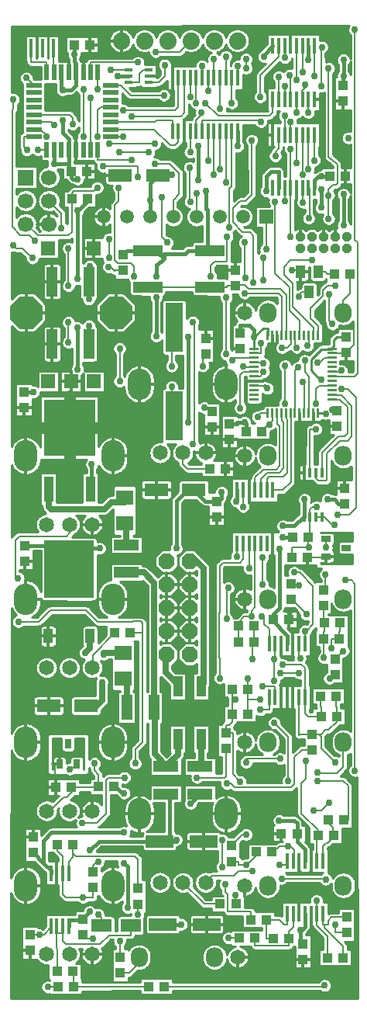
<source format=gbr>
G04 DipTrace 3.0.0.2*
G04 Top.gbr*
%MOIN*%
G04 #@! TF.FileFunction,Copper,L1,Top*
G04 #@! TF.Part,Single*
%AMOUTLINE0*
4,1,4,
0.051181,0.027559,
-0.051181,0.027559,
-0.051181,-0.027559,
0.051181,-0.027559,
0.051181,0.027559,
0*%
%AMOUTLINE1*
4,1,4,
0.043307,0.027559,
-0.043307,0.027559,
-0.043307,-0.027559,
0.043307,-0.027559,
0.043307,0.027559,
0*%
%AMOUTLINE2*
4,1,4,
-0.059055,-0.027559,
0.059055,-0.027559,
0.059055,0.027559,
-0.059055,0.027559,
-0.059055,-0.027559,
0*%
%AMOUTLINE3*
4,1,4,
0.059055,0.027559,
-0.059055,0.027559,
-0.059055,-0.027559,
0.059055,-0.027559,
0.059055,0.027559,
0*%
%AMOUTLINE4*
4,1,4,
0.019685,-0.01378,
0.019685,0.01378,
-0.019685,0.01378,
-0.019685,-0.01378,
0.019685,-0.01378,
0*%
%AMOUTLINE5*
4,1,4,
0.008071,0.020079,
-0.008071,0.020079,
-0.008071,-0.020079,
0.008071,-0.020079,
0.008071,0.020079,
0*%
%AMOUTLINE6*
4,1,4,
0.019685,0.031496,
-0.019685,0.031496,
-0.019685,-0.031496,
0.019685,-0.031496,
0.019685,0.031496,
0*%
%AMOUTLINE7*
4,1,4,
0.106299,0.122047,
-0.106299,0.122047,
-0.106299,-0.122047,
0.106299,-0.122047,
0.106299,0.122047,
0*%
%AMOUTLINE8*
4,1,4,
0.01378,0.019685,
-0.01378,0.019685,
-0.01378,-0.019685,
0.01378,-0.019685,
0.01378,0.019685,
0*%
%AMOUTLINE9*5,1,8,0,0,0.074,67.500816*%
%AMOUTLINE10*5,1,8,0,0,0.044,-202.498927*%
%AMOUTLINE11*
4,1,4,
-0.038,0.105,
-0.038,-0.105,
0.038,-0.105,
0.038,0.105,
-0.038,0.105,
0*%
%AMOUTLINE12*
4,1,4,
-0.019685,-0.027559,
0.019685,-0.027559,
0.019685,0.027559,
-0.019685,0.027559,
-0.019685,-0.027559,
0*%
%AMOUTLINE13*
4,1,4,
0.035492,-0.031496,
0.035492,0.031496,
-0.035492,0.031496,
-0.035492,-0.031496,
0.035492,-0.031496,
0*%
%AMOUTLINE14*5,1,8,0,0,0.150237,-157.499867*%
%AMOUTLINE15*
4,1,4,
0.023622,-0.062992,
0.023622,0.062992,
-0.023622,0.062992,
-0.023622,-0.062992,
0.023622,-0.062992,
0*%
%AMOUTLINE16*
4,1,4,
0.062992,0.023622,
-0.062992,0.023622,
-0.062992,-0.023622,
0.062992,-0.023622,
0.062992,0.023622,
0*%
%AMOUTLINE17*
4,1,4,
0.019685,-0.005,
0.019685,0.005,
-0.019685,0.005,
-0.019685,-0.005,
0.019685,-0.005,
0*%
%AMOUTLINE18*
4,1,4,
0.005,-0.019685,
0.005,0.019685,
-0.005,0.019685,
-0.005,-0.019685,
0.005,-0.019685,
0*%
G04 #@! TA.AperFunction,Conductor*
%ADD14C,0.015*%
G04 #@! TA.AperFunction,CopperBalancing*
%ADD15C,0.01*%
G04 #@! TA.AperFunction,Conductor*
%ADD16C,0.008*%
%ADD17C,0.025*%
G04 #@! TA.AperFunction,CopperBalancing*
%ADD19C,0.012992*%
%ADD20C,0.05*%
%ADD23R,0.03937X0.043307*%
%ADD24R,0.043307X0.03937*%
%ADD27R,0.03937X0.086614*%
%ADD28R,0.015748X0.070866*%
G04 #@! TA.AperFunction,ComponentPad*
%ADD31O,0.075X0.085*%
%ADD32C,0.065*%
%ADD33R,0.059055X0.059055*%
%ADD34C,0.059055*%
%ADD35R,0.066929X0.066929*%
%ADD36C,0.066929*%
%ADD37C,0.074*%
%ADD38R,0.106299X0.045276*%
%ADD39R,0.045276X0.106299*%
G04 #@! TA.AperFunction,ComponentPad*
%ADD41O,0.1X0.135*%
%ADD42R,0.05937X0.05937*%
%ADD44R,0.019685X0.066929*%
%ADD45R,0.066929X0.019685*%
%ADD47R,0.03937X0.108268*%
%ADD48R,0.218504X0.242126*%
%ADD49R,0.015748X0.07874*%
%ADD51R,0.035433X0.015748*%
G04 #@! TA.AperFunction,ViaPad*
%ADD52C,0.03*%
%ADD108OUTLINE0*%
%ADD109OUTLINE1*%
%ADD110OUTLINE2*%
%ADD111OUTLINE3*%
%ADD112OUTLINE4*%
%ADD113OUTLINE5*%
%ADD114OUTLINE6*%
%ADD115OUTLINE7*%
%ADD116OUTLINE8*%
G04 #@! TA.AperFunction,ComponentPad*
%ADD117OUTLINE9*%
%ADD118OUTLINE10*%
%ADD119OUTLINE11*%
%ADD120OUTLINE12*%
%ADD121OUTLINE13*%
G04 #@! TA.AperFunction,ComponentPad*
%ADD122OUTLINE14*%
%ADD123OUTLINE15*%
%ADD124OUTLINE16*%
%ADD125OUTLINE17*%
%ADD126OUTLINE18*%
%FSLAX26Y26*%
G04*
G70*
G90*
G75*
G01*
G04 Top*
%LPD*%
X1573587Y2341685D2*
D14*
Y2090356D1*
X1544635Y2061404D1*
Y2039667D1*
X1751229Y3068642D2*
D15*
X1747591D1*
X1708050Y3108183D1*
Y3154971D1*
X1754197Y3201118D1*
X1798196D1*
X1771558Y2923963D2*
X1769994Y2925528D1*
X1739141D1*
X1779142Y2555559D2*
D14*
X1808225D1*
X1827491Y2536293D1*
X1851704D1*
X1522605Y3260173D2*
D15*
Y3290862D1*
X1501181D1*
X1463551Y3253232D1*
X1514701Y3878607D2*
D14*
Y3941477D1*
X1535701Y3962477D1*
X1569166D1*
Y3892544D1*
X1427971Y2846782D2*
Y2880970D1*
X1421473Y2887469D1*
X1847795Y4442441D2*
Y4374477D1*
X1587083Y2441902D2*
X1635889D1*
X1675257Y2481271D1*
X1678061D1*
X666467Y2255366D2*
Y2345112D1*
X797667D1*
X1629740Y2394272D2*
X1587083Y2394268D1*
X1179082Y3253927D2*
X1179000D1*
Y2887469D1*
X1390436Y2595314D2*
Y2546881D1*
X1387062D1*
X1463550Y3201118D2*
D15*
X1463551Y3253232D1*
X1697110Y4442441D2*
D14*
Y4501983D1*
X1041374Y3256984D2*
Y3422343D1*
X1273328Y3624445D2*
X1179171D1*
X1165746Y3611020D1*
X1074649D1*
Y3588790D1*
X1047568Y3561710D1*
X1041374D1*
Y3511591D1*
X1819704Y2936217D2*
X1808902D1*
X1805343Y2939776D1*
X1800469D1*
X1751583Y3886563D2*
Y3808209D1*
X1751945D1*
X1074649Y3588790D2*
X1038994Y3624445D1*
X1005612D1*
X1544635Y2039667D2*
X1538053D1*
X1606591Y1971129D1*
Y1953437D1*
X1604851Y1951697D1*
Y1934743D1*
X1302444Y2547631D2*
X1307853D1*
Y2555528D1*
X1320234D1*
X1315526Y2560235D1*
X1323607D1*
Y2585840D1*
X1203700Y2597273D2*
X1176229D1*
X1128201Y2549246D1*
Y2345193D1*
X1798196Y3201118D2*
D15*
X1791995D1*
X1804895Y3214019D1*
Y3238057D1*
X1820118Y3253280D1*
X1858347D1*
X1520565Y3031689D2*
D14*
X1508616Y3043638D1*
D16*
X1463550D1*
X1463551Y3253232D2*
D14*
Y3282831D1*
X1442551Y3303831D1*
X1403587D1*
Y3268676D1*
X1847795Y3865319D2*
Y3732071D1*
X1421473Y2887469D2*
X1390524D1*
Y2879340D1*
X1357337D1*
X1847795Y4374477D2*
X1844946Y4371628D1*
Y4331820D1*
X1678061Y2481271D2*
Y2555559D1*
X1680184D1*
X1751583Y3941477D2*
X1737709D1*
X1722709Y3926477D1*
Y3892544D1*
X1005612Y3624445D2*
X917028D1*
X897827Y3605244D1*
X1257630Y3878607D2*
Y3804023D1*
X1261364Y3800289D1*
Y3636410D1*
X1273328Y3624445D1*
X1505053Y4456542D2*
Y4463469D1*
X1543567Y4501983D1*
X1751583Y3941477D2*
X1785400D1*
X1788160Y3944236D1*
X797667Y2345112D2*
Y2343962D1*
X1302444Y2547631D2*
X1253341D1*
X1203700Y2597273D1*
X476221Y2357794D2*
X564040D1*
X666467Y2255366D1*
X689881Y4507173D2*
Y4466638D1*
X688685D1*
X601759Y4057555D2*
X601760Y3996406D1*
X764163Y2705621D2*
Y2600239D1*
X757941D1*
X1392744Y4071433D2*
Y4136428D1*
X1224024Y3927173D2*
Y4071433D1*
X472676Y3016793D2*
X513362Y3016792D1*
X638276Y4312799D2*
X633255Y4317820D1*
Y4388264D1*
X696247D2*
Y4333799D1*
X675247Y4312799D1*
X638276D1*
X688685Y4466638D2*
Y4435293D1*
X696247Y4427731D1*
Y4388264D1*
X664751Y4057555D2*
Y4104524D1*
X638276Y4130999D1*
Y4182162D1*
X676231Y3963218D2*
X664751D1*
Y3996952D1*
Y4057555D1*
X702752Y3930752D2*
X682550D1*
X676231Y3937071D1*
Y3963218D1*
X875079Y4372504D2*
X923998D1*
Y4372498D1*
X703693Y3796247D2*
X704575D1*
X744979Y3836651D1*
Y3845918D1*
X703051Y3113362D2*
Y3292760D1*
Y3502008D2*
X703693D1*
Y3796247D1*
X1048734Y3947232D2*
X1108045Y3949904D1*
X1014601Y3769301D2*
Y3837990D1*
Y3913100D1*
X1048734Y3947232D1*
X664751Y3996952D2*
X602306D1*
X601760Y3996406D1*
X1492798Y2595314D2*
D16*
Y2642131D1*
X1520170Y2669503D1*
X1571080D1*
X1590171Y2688593D1*
Y2886400D1*
X1583267Y2893305D1*
X1581660D1*
Y2925528D1*
X1518389Y2595314D2*
Y2644389D1*
X1526533Y2652533D1*
X1590171D1*
X1606080Y2668442D1*
Y2897537D1*
X1601345Y2902272D1*
Y2925528D1*
X1467208Y2595314D2*
Y2648358D1*
X1502670Y2683820D1*
X1558352D1*
X1573731Y2699200D1*
Y2868900D1*
X1563125Y2879507D1*
Y2924378D1*
X1561975Y2925528D1*
X1543979Y2595314D2*
X1587574D1*
X1621030Y2628771D1*
Y2925528D1*
X1416026Y2595314D2*
Y2524059D1*
X1416028D1*
X1774009Y2385251D2*
X1774008Y2348567D1*
X1700670D2*
X1624624D1*
Y2307878D1*
X1696670Y2394272D2*
Y2352567D1*
X1700670Y2348567D1*
X1703651Y2481271D2*
Y2394272D1*
X1696670D1*
X1732307Y2524059D2*
X1714672D1*
X1703651Y2513038D1*
Y2481271D1*
X775835Y1422429D2*
Y1392253D1*
X793486Y1374603D1*
Y1322202D1*
X669563Y1397429D2*
X674341D1*
X700074Y1423162D1*
Y1418778D1*
X569837Y1217902D2*
X583322D1*
X642646Y1277226D1*
X656608D1*
X687276Y1307894D1*
X675471Y1319698D1*
X790982D1*
X793486Y1322202D1*
X448790Y2030576D2*
X537268D1*
X586614Y2079923D1*
X739698D1*
X789045Y2030576D1*
X938063D1*
Y2031383D1*
X974670D1*
X982671Y2023382D1*
Y1982025D1*
Y1514521D1*
X951040Y1482890D1*
Y1422587D1*
X951197Y1422429D1*
X930175Y1982025D2*
X982671D1*
X787634Y3893571D2*
X773897Y3879834D1*
X687545D1*
X678050Y3870339D1*
Y3845918D1*
X787634Y4112024D2*
Y4224658D1*
X801634Y4238658D1*
X845853D1*
X678050Y3845918D2*
Y3702177D1*
X664050Y3688177D1*
X532881D1*
X483230Y3737828D1*
X479810D1*
X1809650Y2446528D2*
X1800587D1*
X1765844Y2481271D1*
X1754832D1*
X1897236Y1390910D2*
Y2193697D1*
X1881302Y2209631D1*
X1855117D1*
X1074994Y464232D2*
X1766605D1*
Y468088D1*
X1754832Y2481271D2*
X1729242D1*
X1381532Y3472521D2*
Y3474635D1*
X1423990D1*
X1440381Y3458244D1*
X1575369D1*
X1601345Y3432268D1*
Y3260173D1*
X1273328Y3466965D2*
X1346323D1*
Y3472521D1*
X1381532D1*
X1005612Y3466965D2*
X1128268D1*
X1273328D1*
X1729394Y2966217D2*
Y3029638D1*
X1743394Y3043638D1*
X1798196D1*
X1703651Y2670247D2*
Y2857713D1*
X1729394D1*
X1798196Y3004268D2*
X1837761D1*
X1884225Y2957805D1*
Y2825709D1*
X1866387Y2807872D1*
X1831676D1*
X1777198Y2753394D1*
Y2639135D1*
X1772941Y2634878D1*
X1740477D1*
X1729242Y2646113D1*
Y2670247D1*
X1754832D2*
Y2678425D1*
X1756949Y2680542D1*
Y2757250D1*
X1825408Y2825709D1*
X1851924D1*
X1865261Y2839046D1*
Y2889773D1*
X1864679Y2889191D1*
Y2953358D1*
X1833454Y2984583D1*
X1798196D1*
X845853Y4333146D2*
X889319D1*
X931736Y4290729D1*
X1074424D1*
X1460788Y3484798D2*
Y3687910D1*
X1444424Y3704273D1*
X1413945D1*
X1372969Y3745250D1*
Y3806942D1*
X1401551Y3835525D1*
X1424886D1*
X1453681Y3864320D1*
Y4097541D1*
X1583213Y3206567D2*
X1606040D1*
X1621030Y3221558D1*
Y3260173D1*
X1422221Y3440870D2*
X1567658D1*
X1581660Y3426868D1*
Y3260173D1*
X1422221Y3658071D2*
Y3504887D1*
X1424872D1*
X1065130Y3851861D2*
Y3682547D1*
X1089607Y3658071D1*
X728051Y4317205D2*
Y4112024D1*
X790735Y4388264D2*
X790736Y4317205D1*
X1554130Y3833831D2*
Y3527827D1*
X1615347Y3466610D1*
Y3367177D1*
X1660400Y3322124D1*
Y3260173D1*
X1185030Y3980519D2*
Y3833831D1*
X1188024D1*
X963142Y4431732D2*
X759239D1*
Y4388264D1*
X520878Y3665544D2*
X495652Y3690769D1*
X457618D1*
X421474Y3726914D1*
Y4227339D1*
X426802Y4232667D1*
Y4272259D1*
X482563Y4364725D2*
X515145Y4332143D1*
Y4333146D1*
X838114Y3592355D2*
Y3674181D1*
X1503677Y3497524D2*
Y3592355D1*
X1646032Y3207555D2*
X1640715Y3212872D1*
Y3260173D1*
X1619286Y4060289D2*
Y3892544D1*
X1620347D1*
X1277226Y3511591D2*
X1275019D1*
Y3559171D1*
X1293339Y3577491D1*
X1343126D1*
X1346323Y3580688D1*
Y3683071D1*
X1645929Y4355528D2*
Y4501983D1*
X1620347Y3892544D2*
X1620252Y3683071D1*
X1672957Y3058610D2*
X1680086Y3051482D1*
Y2925528D1*
X1681235Y3151331D2*
Y3102761D1*
X1699771Y3084226D1*
Y2925528D1*
X1784087Y4406441D2*
Y4027128D1*
X1794012Y4017202D1*
X1796906D1*
X1821491Y3992617D1*
Y3911624D1*
X1815701Y3905834D1*
X1804130D1*
X1784087Y3885790D1*
Y3861107D1*
X1671520Y4389471D2*
Y4501983D1*
X1594756Y3836110D2*
Y3892544D1*
X1784087Y3861107D2*
Y3760567D1*
X1652173Y3122016D2*
X1640715Y3110558D1*
Y2925528D1*
X1596265Y4451769D2*
Y4461837D1*
X1594944Y4460516D1*
Y4501788D1*
X1594748Y4501983D1*
X1368729Y3152925D2*
X1377551Y3161748D1*
X1463550D1*
X884398Y3062677D2*
Y3203382D1*
X1504236Y3138929D2*
X1501103Y3142063D1*
X1463550D1*
X1493236Y3227122D2*
Y3181433D1*
X1463550D1*
X664051Y3633544D2*
Y3472107D1*
Y3315788D2*
Y3228382D1*
X1156400Y2755147D2*
Y2706175D1*
X1175911Y2686664D1*
X1271660D1*
X1478473Y2909843D2*
X1494158Y2925528D1*
X1522605D1*
X1394816Y1943738D2*
Y1973425D1*
X1394879Y1973488D1*
Y2012229D1*
X1496295Y2052914D2*
X1506853D1*
Y2019540D1*
X1528079Y1998314D1*
Y1934735D1*
X1452469Y2052914D2*
Y2077914D1*
X1467208Y2092652D1*
Y2366967D1*
X1394879Y2012229D2*
Y2027054D1*
X1420739Y2052914D1*
X1452469D1*
X1542290Y2925528D2*
Y2891327D1*
X1528575Y2877612D1*
X1595087Y2966217D2*
Y3128830D1*
X1596175D1*
X1528575Y2877612D2*
X1524046D1*
X1494900Y2848466D1*
Y2846782D1*
X1654347Y3427870D2*
Y3431631D1*
X1669347Y3446631D1*
X1700952D1*
X768336Y670771D2*
X742204D1*
X727047Y685927D1*
X1626261Y3541065D2*
X1655731D1*
X1663550Y3533246D1*
X1798196Y3181433D2*
X1853429D1*
X1858347Y3186351D1*
X1879589Y3297323D2*
X1893066D1*
Y3218515D1*
X1860902Y3186351D1*
X1858347D1*
X1657408Y1003274D2*
Y966345D1*
X1673507Y950247D1*
X1696227D1*
X1708589Y962609D1*
Y1003274D1*
X1879589Y3297323D2*
X1838406D1*
X1817348Y3276265D1*
X1787189D1*
X1758954Y3304500D1*
Y3335034D1*
X1735319Y3358670D1*
X1691553Y2307878D2*
X1771440D1*
X1774009Y2310448D1*
X608542Y1319698D2*
Y1318687D1*
X607145D1*
Y1417899D1*
X626150D1*
X625271Y1418778D1*
X1811583Y3471453D2*
X1777890D1*
X1760561Y3454124D1*
Y3429040D1*
X1706893Y3375372D1*
Y3333372D1*
X1739141Y3301124D1*
Y3260173D1*
X1711583Y3581807D2*
X1620278D1*
X1592881Y3554410D1*
Y3519994D1*
X1629347Y3483528D1*
Y3384016D1*
X1719456Y3293907D1*
Y3260173D1*
X1699771D2*
Y3215121D1*
X1692887D1*
X1786587Y3435453D2*
Y3322020D1*
X1800583Y3308024D1*
X1798196Y3161748D2*
X1765588D1*
X1747549Y3143709D1*
X1736079D1*
X508200Y3591309D2*
X482218Y3617290D1*
Y3616201D1*
X465400Y3633019D1*
X440727D1*
X427198Y3646547D1*
X1514601Y3769301D2*
X1514599Y3628355D1*
X484752Y4055411D2*
X471677Y4068486D1*
Y4112673D1*
X515145D1*
X569610Y4112024D2*
Y4118526D1*
X543967Y4144170D1*
X515145D1*
X579810Y3837828D2*
X634276Y3783362D1*
Y3721071D1*
X1242902Y3127925D2*
Y3155029D1*
X1267603Y3179730D1*
X1255385D1*
Y3180820D1*
X1108146Y3127925D2*
Y3293364D1*
X1119534D1*
X1414402Y3127925D2*
X1419949Y3122378D1*
X1463550D1*
X1248807Y2949368D2*
Y2944172D1*
X1297991D1*
X1282491Y2928672D1*
Y2932016D1*
X1108146Y3039366D2*
Y2913364D1*
X1119534D1*
X1403402Y2947921D2*
Y3088693D1*
X1417402Y3102693D1*
X1463550D1*
X1473919Y1042046D2*
Y1026513D1*
X1433914Y986508D1*
X1429000D1*
X1573540D2*
X1606227D1*
Y1003267D1*
X1429000Y986508D2*
X1396610D1*
Y1001294D1*
X1366923D1*
X1770918Y2234193D2*
Y2165481D1*
X1761366D1*
X447285Y2217630D2*
X434357D1*
Y2380995D1*
X451020Y2397658D1*
X656324D1*
X670334Y2411667D1*
Y2445130D1*
X667837Y2447626D1*
X1763685Y1875307D2*
Y1957336D1*
X1656032Y1934743D2*
Y1873617D1*
X1661101D1*
X1428402Y1116906D2*
X1412874D1*
X1366923Y1070954D1*
Y1068223D1*
X1575122Y1441890D2*
X1428402D1*
Y1426519D1*
X1656032Y1809835D2*
X1575122D1*
X1764851Y2025763D2*
X1762322D1*
Y2096529D1*
X1761366Y2097484D1*
X1763685Y1957336D2*
Y1987024D1*
X1764851Y1988189D1*
Y2025763D1*
X1674158Y3830410D2*
Y3892544D1*
X1671528D1*
X1722701Y4374481D2*
Y4501991D1*
X1787816Y1786184D2*
X1811769D1*
Y1802460D1*
X1719561Y1219156D2*
X1753277D1*
X1787110Y1252990D1*
X1608659Y1065730D2*
X1571528D1*
X1540848Y1035050D1*
Y1042046D1*
X1631818Y1003274D2*
X1634536D1*
Y1050920D1*
X1619726Y1065730D1*
X1608659D1*
X1344407Y2042141D2*
Y2168936D1*
X1351436Y2175965D1*
X1657142Y2186372D2*
X1628918D1*
X1623229Y2192061D1*
X756231Y1967965D2*
D17*
Y1917802D1*
X736083Y1897654D1*
X808684Y1770960D2*
Y1692280D1*
X785394Y1668990D1*
X739612D1*
X899852Y1896769D2*
X815608D1*
Y1889697D1*
X1734180Y774928D2*
D16*
Y725272D1*
X1779234Y680218D1*
Y586849D1*
X1732368Y832704D2*
Y776740D1*
X1734180Y774928D1*
X1759771D2*
Y729492D1*
X1767559D1*
X1781559D1*
Y747713D1*
X1795562Y761715D1*
X1861135D1*
X1767559Y729492D2*
Y715866D1*
X1846163Y637263D1*
Y586849D1*
X1734180Y1003274D2*
Y1108676D1*
X1737834Y1112330D1*
Y1135398D1*
X1666914Y1206318D1*
Y1334753D1*
X1687373Y1355213D1*
Y1432503D1*
X1781093Y1178482D2*
Y1167654D1*
X1803168Y1145579D1*
Y1112330D1*
X1804763D1*
Y1105700D1*
X1780347Y1081284D1*
X1773773D1*
X1759771Y1067281D1*
Y1003274D1*
X1461809Y2012229D2*
Y1980201D1*
X1461746Y1980138D1*
Y1943738D1*
X1549666Y1776831D2*
Y1870827D1*
X1737110Y1347406D2*
X1845705D1*
X1867919Y1325192D1*
Y1178482D1*
X1848023D1*
X1549666Y1596126D2*
X1610666Y1535126D1*
Y1347406D1*
X1549666Y1870827D2*
X1553670Y1874831D1*
Y1934743D1*
X863246Y1982025D2*
Y1981567D1*
X768672Y1886994D1*
Y1835736D1*
X765837Y1832902D1*
X1454654Y1870827D2*
Y1936646D1*
X1461746Y1943738D1*
X1135502Y1751340D2*
D17*
Y1760131D1*
X1081698Y1813935D1*
Y1885164D1*
X1086541Y1890007D1*
X1606227Y774928D2*
D16*
Y729492D1*
X1592011D1*
X1571134Y750369D1*
X1516406D1*
X1514642D1*
Y669790D1*
X1546295D1*
X1816486Y1710734D2*
Y1667461D1*
X1818049Y1665898D1*
Y1622994D1*
X1813217Y730071D2*
Y694786D1*
X1861135D1*
X1713616Y1547253D2*
X1660383D1*
X1656032Y1542902D1*
Y1706397D1*
X1771256Y924439D2*
Y927902D1*
X1581087D1*
X1713616Y1547253D2*
X1741051D1*
X1751276Y1537029D1*
Y1487744D1*
X1812110Y1426910D1*
X1818049Y1622994D2*
Y1600978D1*
X1782473Y1565402D1*
X1769768D1*
X1751620Y1547253D1*
X1713616D1*
X1454457Y961051D2*
X1397042D1*
X1375967Y939977D1*
X1283975D1*
X1254400Y910402D1*
X1345961Y1334840D2*
X1363425D1*
X1379361Y1318906D1*
X1621666D1*
X1635666Y1332906D1*
Y1447969D1*
X1668021Y1480324D1*
X1713616D1*
X1156400Y910126D2*
X1248376Y818151D1*
X1317616D1*
X1466886Y672167D2*
Y640103D1*
X1613225D1*
Y669790D1*
Y699477D1*
X1631818Y718070D1*
Y774928D1*
X1186541Y2290007D2*
D17*
X1215614D1*
X1245166Y2260456D1*
Y1765445D1*
X1231061Y1751340D1*
X1235502D1*
X724057Y1165257D2*
D16*
X785334Y1165723D1*
X825142Y1205532D1*
Y1350129D1*
X835893Y1360879D1*
X905491D1*
X1217584D2*
X1336718D1*
X1341730Y1365891D1*
Y1486544D1*
X1809998Y3523508D2*
X1777777D1*
X1768040Y3533246D1*
X1738353D1*
X639797Y722932D2*
Y659402D1*
X653797Y645402D1*
X799659D1*
X838659Y684402D1*
X931894D1*
Y725377D1*
X614206Y722932D2*
Y694297D1*
X639797D1*
Y722932D1*
X614508Y529328D2*
X614206Y722932D1*
X791335Y998295D2*
X785961D1*
X770961Y983295D1*
Y955641D1*
X791335Y773937D2*
X805910Y759362D1*
Y725377D1*
X574479Y461580D2*
Y463412D1*
X618933D1*
X497832Y685117D2*
X538520Y685118D1*
Y687264D1*
X557761D1*
X588616Y718118D1*
Y722932D1*
X1403402Y1343906D2*
X1371418Y1375890D1*
Y1553473D1*
X1341730D1*
X1499201Y1751831D2*
X1553670D1*
Y1706397D1*
X1338856Y902520D2*
Y870475D1*
X1350529Y858803D1*
Y784941D1*
X1449477D1*
Y750369D1*
X1325272Y1093595D2*
Y977902D1*
X1384071Y1697610D2*
X1370070D1*
Y1740545D1*
X1368567Y1634502D2*
Y1696108D1*
X1370070Y1697610D1*
X1341730Y1553473D2*
Y1585126D1*
X1354567D1*
X1368567Y1599126D1*
Y1634502D1*
X1008065Y464232D2*
X845912D1*
X845092Y463412D1*
X685862D1*
Y529328D1*
X681437D1*
X963862Y817946D2*
X963858Y773937D1*
X968002Y590074D2*
Y564834D1*
X924700Y521532D1*
X886078D1*
X886070Y521540D1*
X682108Y1073166D2*
Y1037294D1*
X696107Y1023295D1*
X949858D1*
X963862Y1009292D1*
Y884876D1*
X665387Y951278D2*
Y1001116D1*
X683155Y1018883D1*
Y1073166D1*
X682108D1*
X615179D2*
Y1047742D1*
X639797Y1023124D1*
Y951278D1*
X726835Y846055D2*
X770961D1*
Y888711D1*
X639797Y951278D2*
Y860055D1*
X653797Y846055D1*
X726835D1*
X884500Y659402D2*
X886070Y657832D1*
Y588469D1*
X1847587Y3357953D2*
Y3410454D1*
X1876927Y3439794D1*
Y3523508D1*
X1847587Y1904457D2*
X1812519Y1869389D1*
X1811769D1*
X1847587Y1512902D2*
Y1407274D1*
X1819099Y1378786D1*
X1742050D1*
X1736912Y1383924D1*
X1383117Y856055D2*
Y819579D1*
X1384545Y818151D1*
X1188020Y4283232D2*
Y4364774D1*
X1489744Y4283232D2*
Y4377789D1*
X1569158Y4457202D1*
Y4501983D1*
X1213610Y4257319D2*
Y4364774D1*
X1253201Y4257319D2*
X1308197Y4202323D1*
X1529567D1*
X1543567Y4216323D1*
Y4273637D1*
X1238223Y4416727D2*
X1239201D1*
Y4364774D1*
X1569158Y4370445D2*
Y4273637D1*
X1264792Y4308339D2*
Y4364774D1*
X1594748Y4330071D2*
Y4273637D1*
X1290382Y4446209D2*
Y4364774D1*
X1428748Y4406441D2*
Y4446209D1*
X1616097Y4377116D2*
X1620339D1*
Y4273637D1*
X1315973Y4232319D2*
Y4364774D1*
X1645929Y4217201D2*
Y4273637D1*
X1341607Y4456920D2*
X1341563Y4364774D1*
X1751575Y4330071D2*
Y4497597D1*
X1754870D1*
X1682126Y4335374D2*
Y4323107D1*
X1669718Y4310698D1*
Y4273637D1*
X1671520D1*
X1367154Y4257319D2*
Y4364774D1*
X1697110Y4217201D2*
Y4273637D1*
X1623229Y2125131D2*
X1624995D1*
X1687761Y2062365D1*
X1355487Y3724567D2*
Y3888629D1*
X1367154Y3900295D1*
Y4136428D1*
X1698179Y3762750D2*
X1701096D1*
Y3892544D1*
X1697118D1*
X1341563Y3916481D2*
Y4136428D1*
X1722709Y4010433D2*
Y4120890D1*
X1315973Y3974433D2*
Y4136428D1*
X1697118Y3974433D2*
Y4120890D1*
X1290382Y3948977D2*
Y4136428D1*
X1671528Y3948977D2*
Y4120890D1*
X1264792Y4010437D2*
Y4136428D1*
X1644877Y4000891D2*
Y4120890D1*
X1645937D1*
X1620347Y4177323D2*
Y4120890D1*
X1492677Y4177323D2*
X1488138Y4181862D1*
X1239201D1*
Y4136428D1*
X1236944Y4217629D2*
Y4207810D1*
X1213610Y4184477D1*
Y4136428D1*
X1594756Y4202780D2*
Y4120890D1*
X1188020Y4046433D2*
Y4136428D1*
X1554316Y4029463D2*
Y4047900D1*
X1569166Y4062750D1*
Y4120890D1*
X759239Y4057555D2*
X759240Y4281209D1*
X846579Y4400418D2*
X848908Y4398088D1*
X923998D1*
X1078550Y4421209D2*
Y4372286D1*
X1053171Y4346907D1*
X1010612D1*
X1392263Y4416387D2*
Y4364774D1*
X1392744D1*
X923998Y4346907D2*
X969799D1*
Y4383504D1*
X984383Y4398088D1*
X1010612D1*
X1353047Y671945D2*
X1399735D1*
X1399957Y672167D1*
X936319Y4200670D2*
X1148428D1*
X1162429Y4214671D1*
Y4364774D1*
X936319Y4013906D2*
X790735D1*
Y4057555D1*
X900319Y4225670D2*
X1122839D1*
X1136839Y4239670D1*
Y4364774D1*
X845853Y4112673D2*
X900319D1*
X845853Y4144170D2*
X1034087D1*
X1101272Y4076984D1*
X1122840D1*
X1136839Y4090983D1*
Y4136428D1*
X845853Y4175666D2*
X1036586D1*
X1042774Y4181855D1*
X1111248D1*
Y4136420D1*
X681806Y4166845D2*
Y4194608D1*
X669252Y4207162D1*
X515145D1*
X1035142Y4081792D2*
X837634D1*
X1035142Y3995792D2*
X1100599D1*
X1140129Y3956261D1*
Y3865204D1*
X1115743Y3840818D1*
X1114601D1*
Y3769301D1*
X602713Y4163465D2*
X590512Y4175666D1*
X515145D1*
X962288Y3938242D2*
Y3984792D1*
X812634D1*
X1214601Y3769301D2*
X1214603Y3869831D1*
X1032788Y1662314D2*
D17*
Y2196907D1*
X988334Y2241361D1*
X914273D1*
X1135502Y1526537D2*
Y1460002D1*
X1084183Y1408683D1*
Y1412721D1*
X1035065Y1461839D1*
Y1660037D1*
X1032788Y1662314D1*
X1235502Y1526537D2*
Y1408149D1*
X1230945D1*
X905839Y2563456D2*
Y2544511D1*
X848650D1*
X817982Y2513843D1*
X588730D1*
X578414Y2524159D1*
Y2600239D1*
X914273Y2359471D2*
Y2449755D1*
X905839D1*
Y2451487D1*
X914677Y1662314D2*
Y1785095D1*
X899904Y1799868D1*
Y1784855D1*
X899852Y1784801D1*
X1749557Y1710734D2*
D16*
Y1667462D1*
X1751120Y1665899D1*
Y1622994D1*
X1500516Y2307902D2*
Y2190988D1*
X1390436Y2366967D2*
Y2311277D1*
X1388991D1*
X1681622Y1706397D2*
Y1831835D1*
X1667622Y1845835D1*
X1585666D1*
X1751120Y1622994D2*
X1695625D1*
X1681622Y1636996D1*
Y1706397D1*
X1314874Y1787831D2*
Y1874957D1*
X1314160Y1875671D1*
Y2070448D1*
X1314874Y2071162D1*
Y2270193D1*
X1328874Y2284193D1*
X1402024D1*
X1416026Y2298196D1*
Y2366967D1*
X1490087Y1697610D2*
X1436999D1*
Y1740545D1*
X1490087Y1651398D2*
X1528079D1*
Y1706397D1*
X1436999Y1697610D2*
X1435496Y1696108D1*
Y1634502D1*
X1436999Y1740545D2*
X1437000Y1787831D1*
X1831780Y2025763D2*
Y1988189D1*
X1830614Y1987024D1*
Y1957336D1*
X1635785Y2242112D2*
X1657692D1*
X1716536Y2183268D1*
Y2019038D1*
X1688675Y1991177D1*
X1682130D1*
X1441617Y2366967D2*
Y2259193D1*
X1441618D1*
X1830614Y1957336D2*
X1795339D1*
Y1916650D1*
X1682130Y1991177D2*
X1681622Y1934743D1*
X836335Y3553355D2*
X844641D1*
X861335Y3536660D1*
Y3538315D1*
X897827D1*
X1343272Y3422343D2*
Y3178382D1*
X751710Y3490361D2*
Y3414883D1*
X753326Y3301292D2*
X751710D1*
Y3222645D1*
X755937Y3557113D2*
X751710Y3561340D1*
Y3490361D1*
X1504236Y3102929D2*
Y3098008D1*
X1489236Y3083008D1*
X1463550D1*
X1822587Y2490402D2*
X1871444D1*
X1901580Y2520538D1*
Y2993963D1*
X1866272Y3029272D1*
X1838882D1*
X1198902Y3317555D2*
X1205786D1*
Y2792981D1*
X1198902D1*
X880247Y3893620D2*
Y3835285D1*
X863114Y3818152D1*
Y3583969D1*
X877114Y3569969D1*
X933315D1*
X947315Y3555969D1*
Y3511591D1*
X1010142Y4045792D2*
X882239D1*
Y4046191D1*
X1838882Y3108012D2*
X1833563Y3102693D1*
X1798196D1*
X1039362Y4477656D2*
X1041670Y4475349D1*
X1141974D1*
X1191142Y4524517D1*
X531949Y4056528D2*
X566112D1*
X570263Y4060679D1*
Y4057555D1*
X1897236Y4571520D2*
Y3669591D1*
X1908583Y3658244D1*
Y3097012D1*
X1894579Y3083008D1*
X1798196D1*
X755335Y1048295D2*
D14*
X794693Y1087654D1*
X1056236D1*
X1682999Y1003274D2*
Y1052209D1*
X1647659Y1087549D1*
Y1120721D1*
X1128347Y1093974D2*
X1098654D1*
Y1290572D1*
X1084183D1*
X1056236Y1087654D2*
X1128795D1*
Y1093974D1*
X1128347D1*
X1647659Y1120721D2*
Y1164984D1*
X1635061Y1177583D1*
X1570874D1*
X727047Y752856D2*
Y748614D1*
X665387D1*
Y722932D1*
X755335Y785352D2*
X727047Y757065D1*
Y752856D1*
X902294Y994166D2*
X918339Y978121D1*
Y802437D1*
X1070591Y730999D2*
X1150650Y731000D1*
X903071Y1293906D2*
X895063D1*
X860415Y1328554D1*
Y1322202D1*
X1190244Y1249550D2*
X1230732Y1290038D1*
X1230945D1*
X1661626Y705366D2*
X1667999D1*
X1682999Y720366D1*
Y774928D1*
X588616Y951278D2*
Y961365D1*
X555744Y994238D1*
X511743Y1038238D1*
X555744Y994238D2*
Y1090299D1*
X590862Y1125419D1*
X903071D1*
X1661626Y705366D2*
Y659420D1*
X1673223Y647823D1*
X601759Y4388264D2*
D16*
X598612D1*
Y4491298D1*
X570263Y4388264D2*
Y4431732D1*
X503599D1*
Y4491298D1*
D52*
X1505053Y4456542D3*
X703051Y3292760D3*
Y3502008D3*
X1108045Y3949904D3*
X1014601Y3837990D3*
X448790Y2030576D3*
X426802Y4272259D3*
X482563Y4364725D3*
X1596265Y4451769D3*
X664051Y3472107D3*
Y3315788D3*
X1735319Y3358670D3*
X1736079Y3143709D3*
X508200Y3591309D3*
X427198Y3646547D3*
X1344407Y2042141D3*
X1351436Y2175965D3*
X1657142Y2186372D3*
X1732368Y832704D3*
X1687373Y1432503D3*
X905491Y1360879D3*
X1217584D3*
X1736912Y1383924D3*
X1383117Y856055D3*
X1687761Y2062365D3*
X1353047Y671945D3*
X751710Y3414883D3*
X753326Y3301292D3*
X903071Y1125419D3*
X768336Y670771D3*
X1053654Y4255198D3*
X1138238Y4025944D3*
X596087Y4261932D3*
X695080Y4248751D3*
X1502987Y4126589D3*
X1751830Y4199428D3*
X1655719Y3758294D3*
X1626261Y3541065D3*
X1311149Y3535935D3*
X1243933Y3040858D3*
X451687Y4017567D3*
X1548484Y3062525D3*
X1879589Y3297323D3*
X1625004Y1284730D3*
X1678055Y2817697D3*
X614080Y1461940D3*
X1335726Y2744721D3*
X1869549Y1595839D3*
X694389Y2701672D3*
X515024Y2886647D3*
X514520Y2848992D3*
X1194311Y786259D3*
X1201412Y1005898D3*
X815952Y2849988D3*
X822302Y2887793D3*
X1255383Y1004477D3*
X650819Y2702366D3*
X1215616Y663610D3*
X1617423Y2074058D3*
X1710607Y2256263D3*
X1835991Y2301204D3*
X1323607Y2585840D3*
X1128201Y2345193D3*
X1520565Y3031689D3*
X1573587Y2341685D3*
X1868792Y4107276D3*
X1179000Y2887469D3*
X1179082Y3253927D3*
X1387062Y2546881D3*
X1257630Y3878607D3*
X1041374Y3422343D3*
Y3511591D3*
X1847795Y3732071D3*
X1800469Y2939776D3*
X1697110Y4442441D3*
X1847795D3*
X1751583Y3941477D3*
X1587083Y2441902D3*
X1343030Y2632511D3*
X1041374Y3256984D3*
X1680184Y2555559D3*
X1751945Y3808209D3*
X1751229Y3068642D3*
X1751583Y3886563D3*
X1514701Y3878607D3*
X1587083Y2394268D3*
X797667Y2345112D3*
X1463551Y3253232D3*
X1771558Y2923963D3*
X1779142Y2555559D3*
X1421473Y2887469D3*
X1847795Y4374477D3*
Y3865319D3*
X764163Y2705621D3*
X702752Y3930752D3*
X703693Y3796247D3*
X638276Y4182162D3*
X1392744Y4071433D3*
X1224024D3*
Y3927173D3*
X703051Y3113362D3*
X875079Y4372504D3*
X688685Y4466638D3*
X513362Y3016792D3*
X638276Y4312799D3*
X601760Y3996406D3*
X1732307Y2524059D3*
X1416028D3*
X1774008Y2348567D3*
X1700670D3*
X669563Y1397429D3*
X972666Y2138870D3*
X951197Y1422429D3*
X1046545Y2377961D3*
X734555Y1271402D3*
X775835Y1422429D3*
X787634Y4112024D3*
Y3893571D3*
X1809650Y2446528D3*
X1855117Y2209631D3*
X1897236Y1390910D3*
X1766605Y468088D3*
X1729394Y2966217D3*
Y2857713D3*
X1074424Y4290729D3*
X1453681Y4097541D3*
X1460788Y3484798D3*
X1583213Y3206567D3*
X1422221Y3440870D3*
X1424872Y3504887D3*
X1422221Y3658071D3*
X1089607D3*
X1065130Y3851861D3*
X728051Y4112024D3*
Y4317205D3*
X790736D3*
X1554130Y3833831D3*
X1188024D3*
X1185030Y3980519D3*
X963142Y4431732D3*
X520878Y3665544D3*
X838114Y3674181D3*
Y3592355D3*
X1503677D3*
Y3497524D3*
X1646032Y3207555D3*
X1620252Y3683071D3*
X1346323D3*
X1277226Y3511591D3*
X1672957Y3058610D3*
X1619286Y4060289D3*
X1645929Y4355528D3*
X1681235Y3151331D3*
X1784087Y3760567D3*
X1671520Y4389471D3*
X1784087Y4406441D3*
X1594756Y3836110D3*
X1784087Y3861107D3*
X1652173Y3122016D3*
X1368729Y3152925D3*
X1504236Y3138929D3*
X884398Y3203382D3*
Y3062677D3*
X1493236Y3227122D3*
X664051Y3228382D3*
Y3633544D3*
X1478473Y2909843D3*
X1496295Y2052914D3*
X1452469D3*
X1654347Y3427870D3*
X1596175Y3128830D3*
X1595087Y2966217D3*
X1528575Y2877612D3*
X1811583Y3471453D3*
X1711583Y3581807D3*
X1692887Y3215121D3*
X1800583Y3308024D3*
X1786587Y3435453D3*
X484752Y4055411D3*
X1514599Y3628355D3*
X569610Y4112024D3*
X634276Y3721071D3*
X1242902Y3127925D3*
X1108146D3*
X1414402D3*
X1248807Y2949368D3*
X1108146Y3039366D3*
X1403402Y2947921D3*
X1573540Y986508D3*
X1429000D3*
X1770918Y2234193D3*
X447285Y2217630D3*
X1763685Y1875307D3*
X1428402Y1116906D3*
Y1426519D3*
X1575122Y1441890D3*
Y1809835D3*
X1656032D3*
X1661101Y1873617D3*
X1674158Y3830410D3*
X1722701Y4374481D3*
X1787816Y1786184D3*
X1787110Y1252990D3*
X1719561Y1219156D3*
X1608659Y1065730D3*
X736083Y1897654D3*
X808684Y1770960D3*
X815608Y1889697D3*
X1737110Y1347406D3*
X1610666D3*
X1549666Y1596126D3*
Y1776831D3*
Y1870827D3*
X1454654D3*
X1812110Y1426910D3*
X1813217Y730071D3*
X1581087Y927902D3*
X1454457Y961051D3*
X1771256Y924439D3*
X1345961Y1334840D3*
X724057Y1165257D3*
X791335Y998295D3*
Y773937D3*
X574479Y461580D3*
X538520Y685118D3*
X1384071Y1697610D3*
X1499201Y1751831D3*
X1338856Y902520D3*
X1325272Y977902D3*
Y1093595D3*
X1403402Y1343906D3*
X963858Y773937D3*
X884500Y659402D3*
X726835Y846055D3*
X1847587Y1904457D3*
X1188020Y4283232D3*
X1489744D3*
X1213610Y4257319D3*
X1253201D3*
X1238223Y4416727D3*
X1569158Y4370445D3*
X1264792Y4308339D3*
X1594748Y4330071D3*
X1290382Y4446209D3*
X1428748D3*
Y4406441D3*
X1616097Y4377116D3*
X1315973Y4232319D3*
X1645929Y4217201D3*
X1341607Y4456920D3*
X1754870Y4497597D3*
X1751575Y4330071D3*
X1682126Y4335374D3*
X1367154Y4257319D3*
X1697110Y4217201D3*
X1355487Y3724567D3*
X1698179Y3762750D3*
X1341563Y3916481D3*
X1722709Y4010433D3*
X1315973Y3974433D3*
X1697118D3*
X1290382Y3948977D3*
X1671528D3*
X1264792Y4010437D3*
X1644877Y4000891D3*
X1492677Y4177323D3*
X1620347D3*
X1236944Y4217629D3*
X1594756Y4202780D3*
X1188020Y4046433D3*
X1554316Y4029463D3*
X846579Y4400418D3*
X759240Y4281209D3*
X1078550Y4421209D3*
X1392263Y4416387D3*
X936319Y4200670D3*
Y4013906D3*
X900319Y4225670D3*
Y4112673D3*
X681806Y4166845D3*
X837634Y4081792D3*
X1035142D3*
Y3995792D3*
X602713Y4163465D3*
X812634Y3984792D3*
X962288Y3938242D3*
X1214603Y3869831D3*
X1585666Y1845835D3*
X1500516Y2190988D3*
Y2307902D3*
X1388991Y2311277D3*
X1314874Y1787831D3*
X1437000D3*
X1490087Y1697610D3*
Y1651398D3*
X1795339Y1916650D3*
X1441618Y2259193D3*
X1635785Y2242112D3*
X1682130Y1991177D3*
X755937Y3557113D3*
X1504236Y3102929D3*
X1343272Y3178382D3*
Y3422343D3*
X836335Y3553355D3*
X1838882Y3108012D3*
Y3029272D3*
X1822587Y2490402D3*
X1198902Y2792981D3*
Y3317555D3*
X947315Y3511591D3*
X880247Y3893620D3*
X882239Y4046191D3*
X1010142Y4045792D3*
X1039362Y4477656D3*
X531949Y4056528D3*
X1897236Y4571520D3*
X1570874Y1177583D3*
X755335Y1048295D3*
Y785352D3*
X1128347Y1093974D3*
X1190244Y1249550D3*
X902294Y994166D3*
X918339Y802437D3*
X1661626Y705366D3*
X903071Y1293906D3*
X1150650Y731000D3*
X421637Y4581193D2*
D15*
X1867410D1*
X421617Y4571324D2*
X866589D1*
X915698D2*
X966589D1*
X1015698D2*
X1066589D1*
X1115698D2*
X1166589D1*
X1215698D2*
X1266589D1*
X1315698D2*
X1366589D1*
X1415698D2*
X1865827D1*
X421617Y4561456D2*
X852977D1*
X929313D2*
X952977D1*
X1029313D2*
X1052977D1*
X1129313D2*
X1152977D1*
X1229313D2*
X1252977D1*
X1329313D2*
X1352977D1*
X1429313D2*
X1867546D1*
X421597Y4551587D2*
X845281D1*
X937007D2*
X945281D1*
X1037007D2*
X1045281D1*
X1137007D2*
X1145281D1*
X1237007D2*
X1245281D1*
X1337007D2*
X1345281D1*
X1437007D2*
X1519285D1*
X1746969D2*
X1873289D1*
X421597Y4541718D2*
X479323D1*
X622886D2*
X651823D1*
X794858D2*
X840651D1*
X1441637D2*
X1519285D1*
X1746969D2*
X1876843D1*
X421597Y4531849D2*
X479323D1*
X622886D2*
X651823D1*
X794858D2*
X838250D1*
X1444019D2*
X1519285D1*
X1746969D2*
X1876843D1*
X421578Y4521981D2*
X479323D1*
X622886D2*
X651823D1*
X794858D2*
X837801D1*
X1444487D2*
X1519285D1*
X1774019D2*
X1876843D1*
X421578Y4512112D2*
X479323D1*
X622886D2*
X651823D1*
X794858D2*
X839226D1*
X1443042D2*
X1519285D1*
X1782574D2*
X1876843D1*
X421558Y4502243D2*
X479323D1*
X622886D2*
X651823D1*
X794858D2*
X842702D1*
X1439566D2*
X1510457D1*
X1785914D2*
X1876843D1*
X421558Y4492374D2*
X479323D1*
X622886D2*
X651823D1*
X794858D2*
X848757D1*
X933530D2*
X948757D1*
X1233530D2*
X1248757D1*
X1333530D2*
X1348757D1*
X1433530D2*
X1500593D1*
X1785816D2*
X1876843D1*
X421538Y4482505D2*
X479323D1*
X622886D2*
X651823D1*
X794858D2*
X858816D1*
X923453D2*
X958816D1*
X1223453D2*
X1258816D1*
X1423453D2*
X1488230D1*
X1782261D2*
X1876843D1*
X421538Y4472637D2*
X479323D1*
X622886D2*
X651823D1*
X794858D2*
X882781D1*
X899507D2*
X982781D1*
X999507D2*
X1008386D1*
X1167671D2*
X1182781D1*
X1199507D2*
X1274362D1*
X1306402D2*
X1314578D1*
X1368629D2*
X1382781D1*
X1399507D2*
X1412722D1*
X1444781D2*
X1478269D1*
X1773218D2*
X1843269D1*
X1852302D2*
X1876843D1*
X421519Y4462768D2*
X479323D1*
X622886D2*
X657526D1*
X719839D2*
X1011862D1*
X1157809D2*
X1263894D1*
X1372437D2*
X1402253D1*
X1455250D2*
X1474305D1*
X1771969D2*
X1824187D1*
X1871402D2*
X1876843D1*
X421519Y4452899D2*
X479323D1*
X622886D2*
X660574D1*
X716813D2*
X940319D1*
X985953D2*
X1020730D1*
X1058003D2*
X1259734D1*
X1372730D2*
X1398093D1*
X1459410D2*
X1473874D1*
X1771969D2*
X1818250D1*
X421499Y4443030D2*
X479323D1*
X622886D2*
X664793D1*
X714273D2*
X742487D1*
X992358D2*
X1056394D1*
X1100718D2*
X1221981D1*
X1369645D2*
X1376629D1*
X1459977D2*
X1476823D1*
X1771969D2*
X1816394D1*
X421499Y4433162D2*
X483210D1*
X994507D2*
X1049597D1*
X1107495D2*
X1211649D1*
X1457202D2*
X1484617D1*
X1799586D2*
X1817839D1*
X421481Y4423293D2*
X485145D1*
X993355D2*
X1047214D1*
X1109878D2*
X1207546D1*
X1455054D2*
X1506823D1*
X1563667D2*
X1584617D1*
X1607906D2*
X1625534D1*
X1810386D2*
X1823191D1*
X421481Y4413424D2*
X496218D1*
X1459331D2*
X1496961D1*
X1553805D2*
X1625534D1*
X1814683D2*
X1823914D1*
X1871675D2*
X1876843D1*
X421481Y4403555D2*
X544011D1*
X1044722D2*
X1052801D1*
X1460015D2*
X1487097D1*
X1543921D2*
X1600086D1*
X1815347D2*
X1823914D1*
X1871675D2*
X1876843D1*
X421461Y4393687D2*
X472331D1*
X492809D2*
X544011D1*
X1044722D2*
X1058171D1*
X1457339D2*
X1477234D1*
X1534058D2*
X1548562D1*
X1812691D2*
X1823230D1*
X421461Y4383818D2*
X457898D1*
X507222D2*
X544011D1*
X1044722D2*
X1058171D1*
X1450054D2*
X1470319D1*
X1524194D2*
X1540866D1*
X1805386D2*
X1817858D1*
X421441Y4373949D2*
X452605D1*
X512534D2*
X544011D1*
X1044722D2*
X1051805D1*
X1417026D2*
X1469362D1*
X1514331D2*
X1537957D1*
X1804469D2*
X1816394D1*
X421441Y4364080D2*
X451179D1*
X513961D2*
X544011D1*
X1417026D2*
X1469362D1*
X1510133D2*
X1538425D1*
X421421Y4354211D2*
X453034D1*
X1417026D2*
X1469362D1*
X1510133D2*
X1542449D1*
X421421Y4344343D2*
X459011D1*
X1079019D2*
X1086981D1*
X1417026D2*
X1469362D1*
X1510133D2*
X1548777D1*
X421402Y4334474D2*
X465281D1*
X565015D2*
X609362D1*
X1069155D2*
X1086981D1*
X1417026D2*
X1469362D1*
X1510133D2*
X1548777D1*
X421402Y4324605D2*
X465281D1*
X565015D2*
X609265D1*
X958121D2*
X976491D1*
X1044722D2*
X1086981D1*
X1417026D2*
X1469362D1*
X1510133D2*
X1548777D1*
X421382Y4314736D2*
X465281D1*
X565015D2*
X606941D1*
X936149D2*
X1054773D1*
X1417026D2*
X1469362D1*
X1510133D2*
X1519285D1*
X421382Y4304868D2*
X465281D1*
X565015D2*
X607937D1*
X1102339D2*
X1116453D1*
X1387534D2*
X1467390D1*
X1512105D2*
X1519285D1*
X447984Y4294999D2*
X465281D1*
X565015D2*
X612625D1*
X690641D2*
X706297D1*
X1105523D2*
X1116453D1*
X1387534D2*
X1460710D1*
X1746969D2*
X1763698D1*
X455347Y4285130D2*
X465281D1*
X565015D2*
X624675D1*
X651870D2*
X707663D1*
X895718D2*
X908914D1*
X1105309D2*
X1116453D1*
X1387534D2*
X1458406D1*
X1746969D2*
X1763698D1*
X458062Y4275261D2*
X465265D1*
X565015D2*
X707663D1*
X895718D2*
X919050D1*
X1101597D2*
X1116453D1*
X1392691D2*
X1459402D1*
X1746969D2*
X1763698D1*
X457418Y4265393D2*
X465281D1*
X565015D2*
X707663D1*
X895718D2*
X1056629D1*
X1092222D2*
X1116453D1*
X1397457D2*
X1464129D1*
X1746969D2*
X1763698D1*
X453179Y4255524D2*
X465281D1*
X565015D2*
X707663D1*
X907046D2*
X1116453D1*
X1398491D2*
X1476238D1*
X1503257D2*
X1519285D1*
X1746969D2*
X1763698D1*
X447183Y4245655D2*
X465281D1*
X565015D2*
X707663D1*
X924234D2*
X1114402D1*
X1396226D2*
X1519285D1*
X1746969D2*
X1763698D1*
X447183Y4235786D2*
X465281D1*
X565015D2*
X707663D1*
X1182809D2*
X1191159D1*
X1389605D2*
X1519285D1*
X1746969D2*
X1763698D1*
X445973Y4225918D2*
X465281D1*
X675151D2*
X707663D1*
X1182809D2*
X1206687D1*
X1346694D2*
X1519285D1*
X1746969D2*
X1763698D1*
X1804469D2*
X1876843D1*
X441870Y4216049D2*
X465281D1*
X688785D2*
X707663D1*
X1182809D2*
X1205593D1*
X1728491D2*
X1763698D1*
X1804469D2*
X1876843D1*
X441870Y4206180D2*
X465281D1*
X698355D2*
X707663D1*
X1180855D2*
X1206902D1*
X1726441D2*
X1763698D1*
X1804469D2*
X1876843D1*
X441870Y4196311D2*
X465281D1*
X702125D2*
X707663D1*
X1172495D2*
X1197253D1*
X1551969D2*
X1564050D1*
X1720191D2*
X1763698D1*
X1804469D2*
X1876843D1*
X441870Y4186442D2*
X465281D1*
X1541694D2*
X1568113D1*
X1650347D2*
X1763698D1*
X1804469D2*
X1876843D1*
X441870Y4176574D2*
X465281D1*
X1524078D2*
X1574362D1*
X1651734D2*
X1763698D1*
X1804469D2*
X1876843D1*
X441870Y4166705D2*
X465281D1*
X1746987D2*
X1763698D1*
X1804469D2*
X1876843D1*
X441870Y4156836D2*
X465281D1*
X1417026D2*
X1469226D1*
X1746987D2*
X1763698D1*
X1804469D2*
X1876843D1*
X441870Y4146967D2*
X465281D1*
X1417026D2*
X1490046D1*
X1495327D2*
X1519305D1*
X1746987D2*
X1763698D1*
X1804469D2*
X1876843D1*
X441870Y4137099D2*
X465281D1*
X665542D2*
X674538D1*
X689078D2*
X707663D1*
X1417026D2*
X1519305D1*
X1746987D2*
X1763698D1*
X1804469D2*
X1861902D1*
X441870Y4127230D2*
X457878D1*
X675406D2*
X700730D1*
X1417026D2*
X1446141D1*
X1461226D2*
X1519305D1*
X1746987D2*
X1763698D1*
X1804469D2*
X1844851D1*
X441870Y4117361D2*
X451862D1*
X684702D2*
X697117D1*
X1417026D2*
X1429637D1*
X1477730D2*
X1519305D1*
X1746987D2*
X1763698D1*
X1804469D2*
X1839109D1*
X441870Y4107492D2*
X451297D1*
X688453D2*
X696999D1*
X1417026D2*
X1423953D1*
X1483414D2*
X1519305D1*
X1746987D2*
X1763698D1*
X1804469D2*
X1837390D1*
X441870Y4097624D2*
X451297D1*
X1417026D2*
X1422273D1*
X1485074D2*
X1519305D1*
X1746987D2*
X1763698D1*
X1804469D2*
X1838973D1*
X441870Y4087755D2*
X451297D1*
X1483473D2*
X1519305D1*
X1746987D2*
X1763698D1*
X1804469D2*
X1844481D1*
X441870Y4077886D2*
X451297D1*
X1066285D2*
X1071961D1*
X1152125D2*
X1167625D1*
X1423453D2*
X1429483D1*
X1477866D2*
X1519305D1*
X1746987D2*
X1763698D1*
X1804469D2*
X1860026D1*
X441870Y4068017D2*
X451297D1*
X1063238D2*
X1081823D1*
X1142281D2*
X1165613D1*
X1423961D2*
X1433289D1*
X1474078D2*
X1546023D1*
X1743101D2*
X1763698D1*
X1804469D2*
X1876843D1*
X441870Y4058149D2*
X453484D1*
X1055250D2*
X1095691D1*
X1128433D2*
X1158973D1*
X1421089D2*
X1433289D1*
X1474078D2*
X1536862D1*
X1743101D2*
X1763698D1*
X1804469D2*
X1876843D1*
X441870Y4048280D2*
X454206D1*
X1041441D2*
X1156667D1*
X1413453D2*
X1433289D1*
X1474078D2*
X1529441D1*
X1583121D2*
X1590344D1*
X1743101D2*
X1763698D1*
X1804469D2*
X1876843D1*
X441870Y4038411D2*
X458542D1*
X1040641D2*
X1157702D1*
X1387534D2*
X1433289D1*
X1474078D2*
X1524265D1*
X1584370D2*
X1597175D1*
X1743101D2*
X1763698D1*
X1804469D2*
X1876843D1*
X441870Y4028542D2*
X469538D1*
X499977D2*
X519070D1*
X1036167D2*
X1162449D1*
X1387534D2*
X1433289D1*
X1474078D2*
X1522937D1*
X1585698D2*
X1598894D1*
X1748121D2*
X1763698D1*
X1813981D2*
X1876843D1*
X441870Y4018673D2*
X544011D1*
X1056149D2*
X1174637D1*
X1387534D2*
X1433289D1*
X1474078D2*
X1524890D1*
X1583746D2*
X1598894D1*
X1752965D2*
X1765633D1*
X1823843D2*
X1876843D1*
X441870Y4008805D2*
X544011D1*
X1116011D2*
X1172898D1*
X1387534D2*
X1433289D1*
X1474078D2*
X1531023D1*
X1577613D2*
X1598894D1*
X1754058D2*
X1773991D1*
X1833726D2*
X1876843D1*
X441870Y3998936D2*
X570457D1*
X688629D2*
X777410D1*
X1125874D2*
X1159851D1*
X1387534D2*
X1433289D1*
X1474078D2*
X1598894D1*
X1751851D2*
X1786511D1*
X1840816D2*
X1876843D1*
X441870Y3989067D2*
X571257D1*
X1135738D2*
X1154851D1*
X1387534D2*
X1433289D1*
X1474078D2*
X1598894D1*
X1745327D2*
X1796629D1*
X1841870D2*
X1876843D1*
X529683Y3979198D2*
X552801D1*
X1145601D2*
X1153659D1*
X1387534D2*
X1433289D1*
X1474078D2*
X1519070D1*
X1585797D2*
X1598894D1*
X1728141D2*
X1750105D1*
X529683Y3969330D2*
X541453D1*
X618159D2*
X638171D1*
X1387534D2*
X1433289D1*
X1474078D2*
X1509187D1*
X1592007D2*
X1598894D1*
X1728082D2*
X1738406D1*
X529683Y3959461D2*
X535008D1*
X624625D2*
X638171D1*
X781206D2*
X794831D1*
X1387534D2*
X1433289D1*
X1474078D2*
X1499323D1*
X1593062D2*
X1598894D1*
X628238Y3949592D2*
X638171D1*
X781206D2*
X819753D1*
X1387534D2*
X1433289D1*
X1474078D2*
X1492293D1*
X1593062D2*
X1598894D1*
X629645Y3939723D2*
X638171D1*
X781206D2*
X819753D1*
X1387534D2*
X1433289D1*
X1474078D2*
X1490809D1*
X629019Y3929855D2*
X638171D1*
X781206D2*
X819753D1*
X1387534D2*
X1433289D1*
X1474078D2*
X1490809D1*
X626305Y3919986D2*
X659949D1*
X732183D2*
X771589D1*
X803687D2*
X819753D1*
X1387534D2*
X1433289D1*
X1474078D2*
X1490809D1*
X529683Y3910117D2*
X538562D1*
X621050D2*
X671649D1*
X726070D2*
X761141D1*
X814137D2*
X823074D1*
X1387534D2*
X1433289D1*
X1474078D2*
X1490809D1*
X529683Y3900248D2*
X547586D1*
X612046D2*
X756981D1*
X818297D2*
X849578D1*
X1387534D2*
X1433289D1*
X1474078D2*
X1490809D1*
X1838198D2*
X1876843D1*
X529683Y3890379D2*
X567137D1*
X592495D2*
X669675D1*
X818862D2*
X849011D1*
X1384819D2*
X1433289D1*
X1474078D2*
X1485671D1*
X1866011D2*
X1876843D1*
X441870Y3880511D2*
X455026D1*
X504605D2*
X555026D1*
X604605D2*
X639987D1*
X816089D2*
X851823D1*
X1375874D2*
X1433289D1*
X1474078D2*
X1483366D1*
X1808491D2*
X1820457D1*
X517026Y3870642D2*
X542605D1*
X617026D2*
X639987D1*
X808589D2*
X859343D1*
X1375874D2*
X1431589D1*
X1474078D2*
X1484362D1*
X523961Y3860773D2*
X535671D1*
X623961D2*
X639987D1*
X783042D2*
X859851D1*
X1375874D2*
X1421726D1*
X1473746D2*
X1489089D1*
X627886Y3850904D2*
X639987D1*
X783042D2*
X859851D1*
X1154253D2*
X1161862D1*
X1375874D2*
X1388738D1*
X1468667D2*
X1501179D1*
X1813726D2*
X1820019D1*
X629566Y3841036D2*
X639987D1*
X783042D2*
X857586D1*
X1144370D2*
X1157487D1*
X1458805D2*
X1523601D1*
X1721481D2*
X1727702D1*
X1807925D2*
X1823914D1*
X1871675D2*
X1876843D1*
X629214Y3831167D2*
X639987D1*
X783042D2*
X847742D1*
X1134995D2*
X1156746D1*
X1448941D2*
X1522839D1*
X1721481D2*
X1727702D1*
X1804469D2*
X1823914D1*
X1871675D2*
X1876843D1*
X526793Y3821298D2*
X532819D1*
X626793D2*
X639987D1*
X783042D2*
X842977D1*
X1134995D2*
X1159323D1*
X1439058D2*
X1525437D1*
X1804469D2*
X1823914D1*
X1871675D2*
X1876843D1*
X521929Y3811429D2*
X537683D1*
X634625D2*
X640002D1*
X783042D2*
X797995D1*
X831206D2*
X842722D1*
X1134995D2*
X1166473D1*
X1431206D2*
X1468679D1*
X1640698D2*
X1649402D1*
X1804469D2*
X1823914D1*
X1871675D2*
X1876843D1*
X513550Y3801561D2*
X546062D1*
X644487D2*
X657663D1*
X743257D2*
X782331D1*
X1146870D2*
X1182331D1*
X1446870D2*
X1468679D1*
X1640698D2*
X1663582D1*
X1804469D2*
X1823914D1*
X1871675D2*
X1876843D1*
X441870Y3791692D2*
X462702D1*
X496910D2*
X562702D1*
X734742D2*
X774655D1*
X1154546D2*
X1174655D1*
X1454546D2*
X1468679D1*
X1640679D2*
X1680710D1*
X1804469D2*
X1823914D1*
X1871675D2*
X1876843D1*
X441870Y3781823D2*
X457546D1*
X502066D2*
X557546D1*
X602066D2*
X607390D1*
X731461D2*
X770457D1*
X1158746D2*
X1170457D1*
X1458746D2*
X1468679D1*
X1640679D2*
X1673503D1*
X1722847D2*
X1735847D1*
X1806813D2*
X1823914D1*
X1871675D2*
X1876843D1*
X515777Y3771954D2*
X543835D1*
X727574D2*
X768757D1*
X1160445D2*
X1168757D1*
X1460445D2*
X1468679D1*
X1640679D2*
X1668210D1*
X1728159D2*
X1754910D1*
X1813277D2*
X1823914D1*
X1871675D2*
X1876843D1*
X523238Y3762086D2*
X536394D1*
X727574D2*
X769265D1*
X1159937D2*
X1169265D1*
X1459937D2*
X1468679D1*
X1640679D2*
X1666785D1*
X1729566D2*
X1752722D1*
X1815445D2*
X1823914D1*
X1871675D2*
X1876843D1*
X727574Y3752217D2*
X772058D1*
X1157163D2*
X1172058D1*
X1457163D2*
X1468679D1*
X1640679D2*
X1668659D1*
X1727691D2*
X1753855D1*
X1814313D2*
X1823914D1*
X1871675D2*
X1876843D1*
X727574Y3742348D2*
X777663D1*
X1151538D2*
X1177663D1*
X1451538D2*
X1468679D1*
X1640659D2*
X1674637D1*
X1721714D2*
X1758757D1*
X1809429D2*
X1818191D1*
X727574Y3732479D2*
X787858D1*
X1141343D2*
X1187858D1*
X1441343D2*
X1468679D1*
X1640659D2*
X1694382D1*
X1701975D2*
X1771453D1*
X1796714D2*
X1816394D1*
X527242Y3722610D2*
X532370D1*
X727574D2*
X842722D1*
X1085523D2*
X1237469D1*
X1451714D2*
X1494206D1*
X1640659D2*
X1817898D1*
X727574Y3712742D2*
X842722D1*
X1085523D2*
X1237469D1*
X1464370D2*
X1494206D1*
X1683589D2*
X1689574D1*
X1733589D2*
X1739574D1*
X1783589D2*
X1789574D1*
X727574Y3702873D2*
X827058D1*
X1085523D2*
X1237469D1*
X1377789D2*
X1386921D1*
X1474234D2*
X1494206D1*
X727574Y3693004D2*
X813250D1*
X1085523D2*
X1237469D1*
X1376050D2*
X1396805D1*
X1480484D2*
X1494206D1*
X727574Y3683135D2*
X808054D1*
X1107809D2*
X1237469D1*
X1377730D2*
X1404011D1*
X1481167D2*
X1494206D1*
X1116929Y3673267D2*
X1237469D1*
X1376089D2*
X1394890D1*
X1481167D2*
X1494206D1*
X622671Y3663398D2*
X657313D1*
X670777D2*
X679813D1*
X1120542D2*
X1208015D1*
X1370503D2*
X1391297D1*
X1481167D2*
X1494206D1*
X622671Y3653529D2*
X640145D1*
X1120659D2*
X1194949D1*
X1366714D2*
X1391159D1*
X1481167D2*
X1494206D1*
X622671Y3643660D2*
X634382D1*
X1117378D2*
X1165730D1*
X1366714D2*
X1394461D1*
X1481167D2*
X1487331D1*
X622671Y3633792D2*
X632645D1*
X1366714D2*
X1401843D1*
X622671Y3623923D2*
X634206D1*
X1366714D2*
X1401843D1*
X420757Y3614054D2*
X435710D1*
X622671D2*
X639714D1*
X1366714D2*
X1401843D1*
X420738Y3604185D2*
X465809D1*
X622671D2*
X643659D1*
X1366714D2*
X1401843D1*
X420738Y3594316D2*
X476765D1*
X622671D2*
X643659D1*
X1366714D2*
X1401843D1*
X420718Y3584448D2*
X477586D1*
X538823D2*
X643659D1*
X727574D2*
X741629D1*
X770250D2*
X807761D1*
X1366714D2*
X1401843D1*
X420718Y3574579D2*
X481823D1*
X534586D2*
X643659D1*
X781813D2*
X812449D1*
X420698Y3564710D2*
X492487D1*
X523921D2*
X559226D1*
X629234D2*
X643659D1*
X786714D2*
X807137D1*
X420698Y3554841D2*
X554285D1*
X634175D2*
X643659D1*
X791655D2*
X804969D1*
X1299097D2*
X1345457D1*
X420679Y3544973D2*
X554226D1*
X634234D2*
X643659D1*
X791714D2*
X806121D1*
X1295406D2*
X1345457D1*
X420679Y3535104D2*
X554226D1*
X634234D2*
X643659D1*
X791714D2*
X811023D1*
X1297495D2*
X1345457D1*
X420659Y3525235D2*
X554226D1*
X634234D2*
X643659D1*
X791714D2*
X823777D1*
X1305386D2*
X1345457D1*
X420659Y3515366D2*
X554226D1*
X634234D2*
X643659D1*
X791714D2*
X861746D1*
X1308394D2*
X1345457D1*
X420659Y3505498D2*
X554226D1*
X634234D2*
X643659D1*
X791714D2*
X861746D1*
X420641Y3495629D2*
X554226D1*
X634234D2*
X643659D1*
X791714D2*
X920437D1*
X1695874D2*
X1706023D1*
X420641Y3485760D2*
X554226D1*
X791714D2*
X926238D1*
X1649605D2*
X1670125D1*
X1731773D2*
X1763816D1*
X420621Y3475891D2*
X554226D1*
X791714D2*
X926238D1*
X1649742D2*
X1664969D1*
X1736929D2*
X1753914D1*
X420621Y3466023D2*
X554226D1*
X694839D2*
X711706D1*
X791714D2*
X926238D1*
X1649742D2*
X1664870D1*
X1737026D2*
X1744246D1*
X420601Y3456154D2*
X554226D1*
X690933D2*
X711706D1*
X791714D2*
X926238D1*
X420601Y3446285D2*
X554226D1*
X634234D2*
X646999D1*
X681089D2*
X711706D1*
X791714D2*
X926238D1*
X1084995D2*
X1193953D1*
X420582Y3436416D2*
X439637D1*
X524526D2*
X554226D1*
X634234D2*
X711706D1*
X791714D2*
X825477D1*
X910366D2*
X927878D1*
X1083335D2*
X1195593D1*
X420582Y3426547D2*
X429773D1*
X534410D2*
X554246D1*
X634214D2*
X711726D1*
X791694D2*
X815593D1*
X920230D2*
X1010261D1*
X1072477D2*
X1312155D1*
X1374370D2*
X1394402D1*
X544273Y3416679D2*
X558542D1*
X629918D2*
X716023D1*
X787398D2*
X805730D1*
X930093D2*
X1010515D1*
X1072242D2*
X1312410D1*
X1374137D2*
X1402819D1*
X1441637D2*
X1561277D1*
X554137Y3406810D2*
X721394D1*
X782026D2*
X795866D1*
X939957D2*
X1014246D1*
X1171402D2*
X1316141D1*
X1370406D2*
X1491999D1*
X1553159D2*
X1561277D1*
X563981Y3396941D2*
X726179D1*
X777242D2*
X786023D1*
X949801D2*
X1017487D1*
X1173921D2*
X1322878D1*
X1363667D2*
X1393757D1*
X1451421D2*
X1481042D1*
X1756870D2*
X1766198D1*
X567866Y3387072D2*
X738425D1*
X764995D2*
X782137D1*
X953706D2*
X1017487D1*
X1173921D2*
X1322878D1*
X1363667D2*
X1383562D1*
X1461617D2*
X1474499D1*
X1747007D2*
X1766198D1*
X567866Y3377204D2*
X782137D1*
X953706D2*
X1017487D1*
X1173921D2*
X1322878D1*
X1363667D2*
X1377722D1*
X1737145D2*
X1766198D1*
X567866Y3367335D2*
X782137D1*
X953706D2*
X1017487D1*
X1173921D2*
X1322878D1*
X1363667D2*
X1374617D1*
X1727281D2*
X1766198D1*
X567866Y3357466D2*
X782137D1*
X953706D2*
X1017487D1*
X1173921D2*
X1322878D1*
X1363667D2*
X1373698D1*
X1727281D2*
X1766198D1*
X567866Y3347597D2*
X782137D1*
X953706D2*
X1017487D1*
X1173921D2*
X1193250D1*
X1204546D2*
X1322878D1*
X1363667D2*
X1374813D1*
X1727281D2*
X1766198D1*
X567866Y3337729D2*
X642019D1*
X686089D2*
X782137D1*
X953706D2*
X1017487D1*
X1222651D2*
X1322878D1*
X1363667D2*
X1378171D1*
X1730953D2*
X1766198D1*
X567809Y3327860D2*
X635145D1*
X692945D2*
X737546D1*
X769097D2*
X782194D1*
X953649D2*
X1017487D1*
X1228511D2*
X1322878D1*
X1363667D2*
X1384323D1*
X1740816D2*
X1766198D1*
X563042Y3317991D2*
X632722D1*
X721011D2*
X726921D1*
X779722D2*
X786961D1*
X948862D2*
X1017487D1*
X1230309D2*
X1322878D1*
X1363667D2*
X1384597D1*
X1750698D2*
X1766629D1*
X553159Y3308122D2*
X633641D1*
X783941D2*
X796843D1*
X938999D2*
X1017487D1*
X1228805D2*
X1322878D1*
X1363667D2*
X1380105D1*
X1758218D2*
X1769187D1*
X1876675D2*
X1888191D1*
X543297Y3298253D2*
X560809D1*
X627651D2*
X638210D1*
X785133D2*
X806706D1*
X929117D2*
X1017487D1*
X1226167D2*
X1322878D1*
X1759526D2*
X1770789D1*
X1830366D2*
X1888191D1*
X420445Y3288385D2*
X430750D1*
X533433D2*
X554461D1*
X633999D2*
X643659D1*
X791481D2*
X816570D1*
X919253D2*
X1017487D1*
X1226167D2*
X1322878D1*
X1759526D2*
X1776374D1*
X420445Y3278516D2*
X440613D1*
X523550D2*
X554226D1*
X634234D2*
X643659D1*
X791714D2*
X826453D1*
X909390D2*
X1017487D1*
X1291637D2*
X1322878D1*
X1760523D2*
X1792273D1*
X1808902D2*
X1822253D1*
X420425Y3268647D2*
X554226D1*
X634234D2*
X643659D1*
X791714D2*
X1012293D1*
X1291637D2*
X1322878D1*
X1760523D2*
X1805730D1*
X420425Y3258778D2*
X554226D1*
X634234D2*
X643659D1*
X791714D2*
X1010026D1*
X1291637D2*
X1322878D1*
X1760523D2*
X1795789D1*
X420406Y3248910D2*
X554226D1*
X634234D2*
X640633D1*
X791714D2*
X1011062D1*
X1291637D2*
X1322878D1*
X1760523D2*
X1786629D1*
X420406Y3239041D2*
X554226D1*
X791714D2*
X1015827D1*
X1291637D2*
X1322878D1*
X1760465D2*
X1783523D1*
X420406Y3229172D2*
X554226D1*
X791714D2*
X867313D1*
X901499D2*
X1028093D1*
X1054645D2*
X1065145D1*
X1291637D2*
X1322878D1*
X1755562D2*
X1783503D1*
X420386Y3219303D2*
X554226D1*
X791714D2*
X857507D1*
X911305D2*
X1065145D1*
X1291637D2*
X1322878D1*
X1523609D2*
X1554617D1*
X1723999D2*
X1743973D1*
X420386Y3209435D2*
X554226D1*
X634234D2*
X639292D1*
X791714D2*
X853601D1*
X915191D2*
X1065145D1*
X1291637D2*
X1322878D1*
X1518961D2*
X1551941D1*
X1723746D2*
X1732683D1*
X420366Y3199566D2*
X554226D1*
X634234D2*
X653366D1*
X791714D2*
X853230D1*
X915562D2*
X1065145D1*
X1291637D2*
X1320477D1*
X1513629D2*
X1552625D1*
X420366Y3189697D2*
X554226D1*
X634234D2*
X679167D1*
X791714D2*
X856257D1*
X912534D2*
X1065145D1*
X1291637D2*
X1314050D1*
X1513629D2*
X1556921D1*
X420347Y3179828D2*
X554226D1*
X634234D2*
X679167D1*
X791714D2*
X864011D1*
X904781D2*
X1067722D1*
X1291637D2*
X1311902D1*
X1513550D2*
X1567742D1*
X1598667D2*
X1632566D1*
X1659487D2*
X1669655D1*
X1692827D2*
X1703074D1*
X420347Y3169960D2*
X554226D1*
X634234D2*
X679167D1*
X791714D2*
X864011D1*
X904781D2*
X1087761D1*
X1128530D2*
X1155105D1*
X1291637D2*
X1313054D1*
X1509858D2*
X1656218D1*
X420327Y3160091D2*
X554226D1*
X634234D2*
X679167D1*
X791714D2*
X864011D1*
X904781D2*
X1087761D1*
X1128530D2*
X1155105D1*
X1291637D2*
X1317995D1*
X1527066D2*
X1651121D1*
X420327Y3150222D2*
X557449D1*
X631011D2*
X679167D1*
X788491D2*
X864011D1*
X904781D2*
X1086473D1*
X1129819D2*
X1155105D1*
X1291637D2*
X1330827D1*
X1533453D2*
X1573582D1*
X1618765D2*
X1639831D1*
X420309Y3140353D2*
X679167D1*
X726929D2*
X864011D1*
X904781D2*
X1079402D1*
X1136890D2*
X1155105D1*
X1271637D2*
X1340046D1*
X1535601D2*
X1567038D1*
X1834273D2*
X1888191D1*
X420309Y3130484D2*
X676941D1*
X729175D2*
X864011D1*
X904781D2*
X949343D1*
X989449D2*
X1076862D1*
X1139429D2*
X1155105D1*
X1274194D2*
X1323347D1*
X1534449D2*
X1564813D1*
X1860347D2*
X1888191D1*
X420289Y3120616D2*
X672526D1*
X733570D2*
X864011D1*
X904781D2*
X929655D1*
X1009137D2*
X1077645D1*
X1138649D2*
X1155105D1*
X1273414D2*
X1303659D1*
X1529957D2*
X1565906D1*
X1867554D2*
X1888191D1*
X420289Y3110747D2*
X671765D1*
X734331D2*
X864011D1*
X904781D2*
X918973D1*
X1019839D2*
X1082058D1*
X1134234D2*
X1155105D1*
X1268981D2*
X1292977D1*
X1534605D2*
X1570730D1*
X1870151D2*
X1888191D1*
X420289Y3100878D2*
X530495D1*
X622651D2*
X628914D1*
X819507D2*
X864011D1*
X904781D2*
X911902D1*
X1026890D2*
X1093269D1*
X1123023D2*
X1155105D1*
X1257789D2*
X1285906D1*
X1535562D2*
X1574694D1*
X420269Y3091009D2*
X530495D1*
X622651D2*
X628914D1*
X819507D2*
X864011D1*
X1031597D2*
X1155105D1*
X1226167D2*
X1281218D1*
X1533198D2*
X1574694D1*
X420269Y3081141D2*
X530495D1*
X622651D2*
X628914D1*
X721089D2*
X727351D1*
X819507D2*
X859246D1*
X1034449D2*
X1155105D1*
X1226167D2*
X1278347D1*
X1526441D2*
X1574694D1*
X420250Y3071272D2*
X530495D1*
X622651D2*
X628914D1*
X721089D2*
X727351D1*
X819507D2*
X854246D1*
X1035718D2*
X1155105D1*
X1226167D2*
X1277078D1*
X1505914D2*
X1574694D1*
X420250Y3061403D2*
X530495D1*
X622651D2*
X628914D1*
X721089D2*
X727351D1*
X819507D2*
X853015D1*
X1035797D2*
X1086198D1*
X1130093D2*
X1155105D1*
X1226167D2*
X1276999D1*
X1527984D2*
X1574694D1*
X420230Y3051534D2*
X436589D1*
X508765D2*
X530495D1*
X622651D2*
X628914D1*
X721089D2*
X727351D1*
X819507D2*
X855105D1*
X1035797D2*
X1079285D1*
X1137007D2*
X1155105D1*
X1226167D2*
X1276999D1*
X1544586D2*
X1574694D1*
X420230Y3041666D2*
X436589D1*
X622651D2*
X628914D1*
X721089D2*
X727351D1*
X819507D2*
X861433D1*
X1035797D2*
X1076823D1*
X1139469D2*
X1155105D1*
X1226167D2*
X1276999D1*
X1550289D2*
X1574694D1*
X420210Y3031797D2*
X436589D1*
X622651D2*
X628914D1*
X721089D2*
X727351D1*
X819507D2*
X903015D1*
X1035797D2*
X1073034D1*
X1226167D2*
X1277019D1*
X1551969D2*
X1574694D1*
X420210Y3021928D2*
X436589D1*
X622651D2*
X628914D1*
X721089D2*
X727351D1*
X819507D2*
X903933D1*
X1034878D2*
X1065574D1*
X1226167D2*
X1277937D1*
X1550347D2*
X1574694D1*
X420191Y3012059D2*
X436589D1*
X544390D2*
X906414D1*
X1032378D2*
X1065145D1*
X1226167D2*
X1280418D1*
X1544781D2*
X1574694D1*
X420191Y3002191D2*
X436589D1*
X541030D2*
X910671D1*
X1028121D2*
X1065145D1*
X1226167D2*
X1284675D1*
X1499625D2*
X1512214D1*
X1528921D2*
X1574694D1*
X420171Y2992322D2*
X436589D1*
X532398D2*
X542526D1*
X793823D2*
X917137D1*
X1021675D2*
X1065145D1*
X1226167D2*
X1291121D1*
X1499370D2*
X1574694D1*
X420171Y2982453D2*
X436589D1*
X508765D2*
X542526D1*
X793823D2*
X926805D1*
X1011987D2*
X1065145D1*
X1226167D2*
X1300809D1*
X1499625D2*
X1568386D1*
X420171Y2972584D2*
X436589D1*
X508765D2*
X542526D1*
X793823D2*
X943171D1*
X995621D2*
X1065145D1*
X1269429D2*
X1317175D1*
X1369625D2*
X1383015D1*
X1423785D2*
X1429177D1*
X1497945D2*
X1564362D1*
X420151Y2962715D2*
X436589D1*
X508765D2*
X542526D1*
X793823D2*
X1065145D1*
X1318570D2*
X1375847D1*
X1430953D2*
X1563894D1*
X420151Y2952847D2*
X436589D1*
X508765D2*
X542526D1*
X793823D2*
X1065145D1*
X1318570D2*
X1372410D1*
X1434410D2*
X1503250D1*
X420133Y2942978D2*
X436589D1*
X508765D2*
X542526D1*
X793823D2*
X1065145D1*
X1318570D2*
X1372410D1*
X1434390D2*
X1484714D1*
X420133Y2933109D2*
X436589D1*
X508765D2*
X542526D1*
X793823D2*
X1065145D1*
X1318570D2*
X1375847D1*
X1430953D2*
X1457898D1*
X420113Y2923240D2*
X436589D1*
X508765D2*
X542526D1*
X793823D2*
X1065145D1*
X1226167D2*
X1232273D1*
X1318570D2*
X1384655D1*
X1422145D2*
X1450183D1*
X420113Y2913372D2*
X436589D1*
X508765D2*
X542526D1*
X793823D2*
X1065145D1*
X1226167D2*
X1246414D1*
X1393414D2*
X1404558D1*
X1438394D2*
X1447273D1*
X420093Y2903503D2*
X542526D1*
X793823D2*
X1065145D1*
X1226167D2*
X1246414D1*
X420093Y2893634D2*
X542526D1*
X793823D2*
X1065145D1*
X1226167D2*
X1246414D1*
X1754507D2*
X1768484D1*
X1774624D2*
X1783621D1*
X420074Y2883765D2*
X542526D1*
X793823D2*
X1065145D1*
X1226167D2*
X1246414D1*
X1452651D2*
X1461843D1*
X1641421D2*
X1712722D1*
X1746050D2*
X1783621D1*
X420074Y2873897D2*
X542526D1*
X793823D2*
X1065145D1*
X1226167D2*
X1246414D1*
X1641421D2*
X1691981D1*
X1756129D2*
X1783621D1*
X420054Y2864028D2*
X542526D1*
X793823D2*
X1065145D1*
X1226167D2*
X1246414D1*
X1641421D2*
X1684323D1*
X1760133D2*
X1783621D1*
X420054Y2854159D2*
X542526D1*
X793823D2*
X1065145D1*
X1226167D2*
X1246414D1*
X1641421D2*
X1683269D1*
X1760582D2*
X1783621D1*
X420054Y2844290D2*
X542526D1*
X793823D2*
X1065145D1*
X1226167D2*
X1246414D1*
X1532945D2*
X1553347D1*
X1641421D2*
X1683269D1*
X1757671D2*
X1783621D1*
X420034Y2834421D2*
X542526D1*
X793823D2*
X1065145D1*
X1226167D2*
X1246414D1*
X1532945D2*
X1553347D1*
X1641421D2*
X1683269D1*
X1749937D2*
X1783621D1*
X420034Y2824553D2*
X467117D1*
X494566D2*
X542526D1*
X793823D2*
X841121D1*
X868550D2*
X1065145D1*
X1226167D2*
X1321257D1*
X1532945D2*
X1553347D1*
X1641421D2*
X1683269D1*
X1724038D2*
X1795827D1*
X420015Y2814684D2*
X443366D1*
X518316D2*
X542526D1*
X793823D2*
X817351D1*
X892319D2*
X1065145D1*
X1226167D2*
X1321257D1*
X1532945D2*
X1553347D1*
X1641421D2*
X1683269D1*
X1724038D2*
X1785965D1*
X420015Y2804815D2*
X431823D1*
X529839D2*
X542526D1*
X793823D2*
X805827D1*
X903843D2*
X1065554D1*
X1227906D2*
X1321257D1*
X1393414D2*
X1553347D1*
X1641421D2*
X1683269D1*
X1724038D2*
X1776101D1*
X537378Y2794946D2*
X542526D1*
X911362D2*
X1030339D1*
X1282457D2*
X1321257D1*
X1393414D2*
X1497390D1*
X1547769D2*
X1553347D1*
X1641421D2*
X1683269D1*
X1724038D2*
X1766238D1*
X916402Y2785078D2*
X1019793D1*
X1097007D2*
X1117995D1*
X1293023D2*
X1321257D1*
X1393414D2*
X1398889D1*
X1446285D2*
X1483953D1*
X1641421D2*
X1683269D1*
X1724038D2*
X1756355D1*
X919546Y2775209D2*
X1013777D1*
X1103023D2*
X1111902D1*
X1299019D2*
X1386218D1*
X1458961D2*
X1476277D1*
X1641421D2*
X1683269D1*
X1724038D2*
X1746491D1*
X921050Y2765340D2*
X1010534D1*
X1302261D2*
X1379265D1*
X1465914D2*
X1471649D1*
X1641421D2*
X1683269D1*
X1724038D2*
X1738327D1*
X921246Y2755471D2*
X1009499D1*
X1303297D2*
X1375358D1*
X1641421D2*
X1683269D1*
X1724038D2*
X1736570D1*
X921246Y2745603D2*
X1010515D1*
X1302281D2*
X1373757D1*
X1641421D2*
X1683269D1*
X1724038D2*
X1736570D1*
X921246Y2735734D2*
X1013738D1*
X1103062D2*
X1111609D1*
X1201187D2*
X1209734D1*
X1299058D2*
X1374226D1*
X1641421D2*
X1683269D1*
X1724038D2*
X1736570D1*
X547242Y2725865D2*
X740477D1*
X921246D2*
X1019714D1*
X1097086D2*
X1117487D1*
X1195309D2*
X1215710D1*
X1293101D2*
X1376823D1*
X1641421D2*
X1683269D1*
X1724038D2*
X1736570D1*
X546558Y2715996D2*
X734597D1*
X920562D2*
X1030202D1*
X1086597D2*
X1127801D1*
X1184995D2*
X1226198D1*
X1376637D2*
X1381961D1*
X1463218D2*
X1473445D1*
X1641421D2*
X1683269D1*
X1724038D2*
X1736570D1*
X544331Y2706128D2*
X732761D1*
X918335D2*
X1136023D1*
X1184858D2*
X1233601D1*
X1376637D2*
X1390886D1*
X1454273D2*
X1479285D1*
X1641421D2*
X1683269D1*
X1724038D2*
X1736570D1*
X1797593D2*
X1804285D1*
X540386Y2696259D2*
X734246D1*
X914390D2*
X1138738D1*
X1376637D2*
X1410691D1*
X1434487D2*
X1486687D1*
X1641421D2*
X1654793D1*
X1797593D2*
X1813973D1*
X419898Y2686390D2*
X427351D1*
X534331D2*
X739617D1*
X788706D2*
X801355D1*
X908335D2*
X1147761D1*
X1376637D2*
X1476823D1*
X1641421D2*
X1653601D1*
X1797593D2*
X1834538D1*
X1860621D2*
X1881198D1*
X419898Y2676521D2*
X436394D1*
X525289D2*
X740281D1*
X788042D2*
X810398D1*
X899293D2*
X1157645D1*
X1376637D2*
X1466961D1*
X1641421D2*
X1653601D1*
X1797593D2*
X1881198D1*
X419878Y2666652D2*
X451101D1*
X510582D2*
X542331D1*
X614507D2*
X721862D1*
X794019D2*
X825105D1*
X884566D2*
X1233601D1*
X1376637D2*
X1457078D1*
X1641421D2*
X1653601D1*
X1797593D2*
X1881198D1*
X419878Y2656784D2*
X542331D1*
X614507D2*
X721862D1*
X794019D2*
X1233601D1*
X1376637D2*
X1448738D1*
X1641421D2*
X1653601D1*
X1797593D2*
X1881198D1*
X419858Y2646915D2*
X542331D1*
X614507D2*
X721862D1*
X794019D2*
X1446823D1*
X1641421D2*
X1653953D1*
X1797593D2*
X1881198D1*
X419858Y2637046D2*
X542331D1*
X614507D2*
X721862D1*
X794019D2*
X980750D1*
X1103823D2*
X1142155D1*
X1265230D2*
X1366159D1*
X1641421D2*
X1660945D1*
X1797477D2*
X1815613D1*
X419839Y2627177D2*
X542331D1*
X614507D2*
X721862D1*
X794019D2*
X974890D1*
X1109663D2*
X1136316D1*
X1271089D2*
X1366159D1*
X1641343D2*
X1719753D1*
X1793453D2*
X1815613D1*
X419839Y2617309D2*
X542331D1*
X614507D2*
X721862D1*
X794019D2*
X974714D1*
X1109858D2*
X1136141D1*
X1271265D2*
X1366159D1*
X1637671D2*
X1731277D1*
X1782145D2*
X1815613D1*
X419819Y2607440D2*
X542331D1*
X614507D2*
X721862D1*
X794019D2*
X855457D1*
X956206D2*
X974714D1*
X1109858D2*
X1136141D1*
X1271265D2*
X1301218D1*
X1345991D2*
X1366159D1*
X1628121D2*
X1815613D1*
X419819Y2597571D2*
X542331D1*
X614507D2*
X721862D1*
X794019D2*
X854187D1*
X957495D2*
X974714D1*
X1109858D2*
X1136141D1*
X1271265D2*
X1294558D1*
X1352651D2*
X1366159D1*
X1618257D2*
X1815613D1*
X419819Y2587702D2*
X542331D1*
X614507D2*
X721862D1*
X794019D2*
X853953D1*
X957710D2*
X974714D1*
X1109858D2*
X1133289D1*
X1271265D2*
X1292273D1*
X1354957D2*
X1366159D1*
X1608374D2*
X1815613D1*
X419801Y2577834D2*
X542331D1*
X614507D2*
X721862D1*
X794019D2*
X853953D1*
X957710D2*
X974714D1*
X1109858D2*
X1123425D1*
X1353941D2*
X1366159D1*
X1596949D2*
X1658503D1*
X1701870D2*
X1757449D1*
X419801Y2567965D2*
X542331D1*
X614507D2*
X721862D1*
X794019D2*
X832566D1*
X957710D2*
X974813D1*
X1349194D2*
X1364167D1*
X1568257D2*
X1651433D1*
X1708941D2*
X1750398D1*
X419781Y2558096D2*
X542331D1*
X614507D2*
X721862D1*
X794019D2*
X821805D1*
X957710D2*
X980007D1*
X1347398D2*
X1357801D1*
X1568257D2*
X1648894D1*
X1711481D2*
X1747839D1*
X419781Y2548227D2*
X542331D1*
X614507D2*
X721862D1*
X794019D2*
X811921D1*
X957710D2*
X1104323D1*
X1160542D2*
X1219382D1*
X1344097D2*
X1355691D1*
X1568257D2*
X1649675D1*
X419761Y2538358D2*
X542331D1*
X957710D2*
X1104323D1*
X1152086D2*
X1229246D1*
X1338530D2*
X1356882D1*
X1443862D2*
X1654109D1*
X419761Y2528490D2*
X549519D1*
X957319D2*
X1104323D1*
X1152086D2*
X1239793D1*
X1338530D2*
X1361862D1*
X1447105D2*
X1654167D1*
X419742Y2518621D2*
X550086D1*
X956519D2*
X1104323D1*
X1152086D2*
X1266355D1*
X1338530D2*
X1374851D1*
X1446929D2*
X1654167D1*
X419742Y2508752D2*
X554167D1*
X956519D2*
X1104323D1*
X1152086D2*
X1266355D1*
X1338530D2*
X1388757D1*
X1443297D2*
X1654167D1*
X419722Y2498883D2*
X563250D1*
X843453D2*
X855145D1*
X956519D2*
X1104323D1*
X1152086D2*
X1266355D1*
X1338530D2*
X1397995D1*
X1434058D2*
X1653601D1*
X419722Y2489015D2*
X544265D1*
X831675D2*
X855145D1*
X956519D2*
X1104323D1*
X1152086D2*
X1266355D1*
X1338530D2*
X1649637D1*
X419702Y2479146D2*
X532526D1*
X704898D2*
X728523D1*
X803141D2*
X853953D1*
X957710D2*
X1104323D1*
X1152086D2*
X1266355D1*
X1338530D2*
X1639773D1*
X419702Y2469277D2*
X525965D1*
X711558D2*
X721981D1*
X809702D2*
X853953D1*
X957710D2*
X1104323D1*
X1152086D2*
X1266355D1*
X1338530D2*
X1572858D1*
X1601305D2*
X1629890D1*
X419702Y2459408D2*
X522331D1*
X813335D2*
X853953D1*
X957710D2*
X1104323D1*
X1152086D2*
X1266355D1*
X1338530D2*
X1561238D1*
X419683Y2449540D2*
X520965D1*
X814702D2*
X853953D1*
X957710D2*
X1104323D1*
X1152086D2*
X1266355D1*
X1338530D2*
X1556667D1*
X419683Y2439671D2*
X521649D1*
X814019D2*
X853953D1*
X957710D2*
X1104323D1*
X1152086D2*
X1555769D1*
X419663Y2429802D2*
X524481D1*
X713297D2*
X720502D1*
X811187D2*
X853953D1*
X957710D2*
X1104323D1*
X1152086D2*
X1558191D1*
X419663Y2419933D2*
X529949D1*
X707925D2*
X725945D1*
X805718D2*
X853953D1*
X957710D2*
X1104323D1*
X1152086D2*
X1565066D1*
X419645Y2410065D2*
X435007D1*
X698570D2*
X735457D1*
X796206D2*
X855145D1*
X956519D2*
X1104323D1*
X1152086D2*
X1366159D1*
X1805425D2*
X1883406D1*
X419645Y2400196D2*
X425131D1*
X686969D2*
X760534D1*
X771149D2*
X861394D1*
X950269D2*
X1104323D1*
X1152086D2*
X1366159D1*
X1810034D2*
X1883406D1*
X782125Y2390327D2*
X844714D1*
X983823D2*
X1104323D1*
X1152086D2*
X1366159D1*
X1810074D2*
X1883406D1*
X788843Y2380458D2*
X844714D1*
X983823D2*
X1104323D1*
X1152086D2*
X1366159D1*
X1810074D2*
X1883406D1*
X815250Y2370589D2*
X844714D1*
X983823D2*
X1104323D1*
X1152086D2*
X1366159D1*
X1810054D2*
X1827429D1*
X824761Y2360721D2*
X844714D1*
X983823D2*
X1101062D1*
X1155327D2*
X1366159D1*
X1805698D2*
X1824558D1*
X828511Y2350852D2*
X844714D1*
X983823D2*
X1097331D1*
X1159078D2*
X1366159D1*
X1805327D2*
X1824558D1*
X828785Y2340983D2*
X844714D1*
X983823D2*
X1097097D1*
X1159313D2*
X1366159D1*
X1804449D2*
X1824558D1*
X512301Y2331114D2*
X543777D1*
X825659D2*
X844714D1*
X983823D2*
X1056550D1*
X1216538D2*
X1364949D1*
X1808453D2*
X1824831D1*
X512301Y2321246D2*
X543777D1*
X817495D2*
X1046667D1*
X1226402D2*
X1359265D1*
X1810074D2*
X1831433D1*
X512301Y2311377D2*
X543777D1*
X789155D2*
X1037761D1*
X1235309D2*
X1357586D1*
X1531714D2*
X1549694D1*
X1810074D2*
X1883406D1*
X512301Y2301508D2*
X543777D1*
X789155D2*
X1035965D1*
X1244546D2*
X1319149D1*
X1531246D2*
X1549694D1*
X1810074D2*
X1883406D1*
X512301Y2291639D2*
X543777D1*
X789155D2*
X1035965D1*
X1254429D2*
X1307898D1*
X1527202D2*
X1549694D1*
X1809234D2*
X1883406D1*
X512301Y2281771D2*
X543777D1*
X789155D2*
X1035965D1*
X1264293D2*
X1298327D1*
X1520894D2*
X1549694D1*
X1798550D2*
X1883406D1*
X512301Y2271902D2*
X543777D1*
X789155D2*
X844714D1*
X983823D2*
X1036491D1*
X1271597D2*
X1294558D1*
X1520894D2*
X1549694D1*
X1597477D2*
X1628718D1*
X1642847D2*
X1727253D1*
X512301Y2262033D2*
X543777D1*
X789155D2*
X844714D1*
X1008042D2*
X1043406D1*
X1129663D2*
X1143406D1*
X1273999D2*
X1294481D1*
X1335269D2*
X1410358D1*
X1520894D2*
X1549694D1*
X1597477D2*
X1611823D1*
X1659742D2*
X1730866D1*
X454742Y2252164D2*
X543777D1*
X789155D2*
X844714D1*
X1017965D2*
X1053289D1*
X1119801D2*
X1153289D1*
X1274058D2*
X1294481D1*
X1335269D2*
X1411042D1*
X1520894D2*
X1549694D1*
X1597477D2*
X1606101D1*
X1676050D2*
X1745398D1*
X466050Y2242295D2*
X543777D1*
X789155D2*
X844714D1*
X1027827D2*
X1064050D1*
X1109038D2*
X1164050D1*
X1209038D2*
X1216277D1*
X1274058D2*
X1294481D1*
X1335269D2*
X1415339D1*
X1520894D2*
X1549694D1*
X1597477D2*
X1604382D1*
X1685933D2*
X1740613D1*
X474839Y2232427D2*
X543777D1*
X789155D2*
X844714D1*
X1037710D2*
X1057858D1*
X1115230D2*
X1157858D1*
X1274058D2*
X1294481D1*
X1335269D2*
X1426198D1*
X1520894D2*
X1549694D1*
X1597477D2*
X1605965D1*
X1695797D2*
X1739578D1*
X478277Y2222558D2*
X543777D1*
X789155D2*
X844714D1*
X1125093D2*
X1147995D1*
X1274058D2*
X1294481D1*
X1335269D2*
X1446823D1*
X1520894D2*
X1549694D1*
X1705659D2*
X1741823D1*
X478277Y2212689D2*
X543777D1*
X789155D2*
X844714D1*
X1274058D2*
X1294481D1*
X1335269D2*
X1446823D1*
X1522809D2*
X1549694D1*
X1715523D2*
X1748425D1*
X513141Y2202820D2*
X543777D1*
X789155D2*
X822526D1*
X887145D2*
X986433D1*
X1274058D2*
X1294481D1*
X1366675D2*
X1446823D1*
X1529526D2*
X1549694D1*
X1725406D2*
X1750534D1*
X526734Y2192952D2*
X543777D1*
X789155D2*
X808933D1*
X900738D2*
X996297D1*
X1274058D2*
X1294481D1*
X1377651D2*
X1446823D1*
X1531851D2*
X1549694D1*
X535289Y2183083D2*
X543777D1*
X789155D2*
X800378D1*
X909293D2*
X1003894D1*
X1274058D2*
X1294481D1*
X1381987D2*
X1446823D1*
X1540327D2*
X1549694D1*
X789155Y2173214D2*
X794650D1*
X915034D2*
X1003894D1*
X1274058D2*
X1294481D1*
X1382710D2*
X1406062D1*
X1439117D2*
X1446823D1*
X918726Y2163345D2*
X1003894D1*
X1130991D2*
X1142097D1*
X1274058D2*
X1294481D1*
X1380093D2*
X1389362D1*
X920738Y2153477D2*
X1003894D1*
X1121109D2*
X1151961D1*
X1274058D2*
X1294481D1*
X1372886D2*
X1381082D1*
X921246Y2143608D2*
X1003894D1*
X1111050D2*
X1162019D1*
X1211050D2*
X1216277D1*
X1274058D2*
X1294481D1*
X1364801D2*
X1376335D1*
X921246Y2133739D2*
X1003894D1*
X1113902D2*
X1159167D1*
X1274058D2*
X1294481D1*
X1364801D2*
X1374050D1*
X921246Y2123870D2*
X1003894D1*
X1123785D2*
X1149305D1*
X1274058D2*
X1294481D1*
X1364801D2*
X1373855D1*
X547242Y2114002D2*
X788445D1*
X921246D2*
X1003894D1*
X1133550D2*
X1139533D1*
X1274058D2*
X1294481D1*
X1364801D2*
X1375750D1*
X546929Y2104133D2*
X788738D1*
X920933D2*
X1003894D1*
X1274058D2*
X1294481D1*
X1364801D2*
X1380007D1*
X545210Y2094264D2*
X572566D1*
X753746D2*
X790457D1*
X919214D2*
X1003894D1*
X1274058D2*
X1294481D1*
X1364801D2*
X1387487D1*
X541851Y2084395D2*
X562663D1*
X763649D2*
X793835D1*
X915835D2*
X1003894D1*
X1274058D2*
X1294481D1*
X1364801D2*
X1401550D1*
X1596675D2*
X1637313D1*
X1797457D2*
X1810319D1*
X419351Y2074526D2*
X425139D1*
X536519D2*
X552801D1*
X773511D2*
X799149D1*
X910523D2*
X1003894D1*
X1274058D2*
X1294206D1*
X1364801D2*
X1430086D1*
X1797457D2*
X1825183D1*
X1869995D2*
X1876843D1*
X419331Y2064658D2*
X433093D1*
X528570D2*
X542937D1*
X783374D2*
X807097D1*
X902574D2*
X1003894D1*
X1132301D2*
X1140789D1*
X1274058D2*
X1293777D1*
X1365835D2*
X1404070D1*
X1649625D2*
X1656453D1*
X1797457D2*
X1876843D1*
X419331Y2054789D2*
X429402D1*
X516246D2*
X533054D1*
X589898D2*
X736414D1*
X793257D2*
X819421D1*
X890250D2*
X1003894D1*
X1122418D2*
X1150651D1*
X1274058D2*
X1293777D1*
X1373042D2*
X1394206D1*
X1649625D2*
X1657313D1*
X1869839D2*
X1876843D1*
X580034Y2044920D2*
X746277D1*
X989546D2*
X1003894D1*
X1112554D2*
X1160515D1*
X1274058D2*
X1293777D1*
X1649625D2*
X1661862D1*
X1869839D2*
X1876843D1*
X570151Y2035051D2*
X756159D1*
X1112593D2*
X1160477D1*
X1274058D2*
X1293777D1*
X1649625D2*
X1673406D1*
X1869839D2*
X1876843D1*
X560289Y2025183D2*
X766023D1*
X1122477D2*
X1150613D1*
X1274058D2*
X1293777D1*
X1649625D2*
X1694265D1*
X1869839D2*
X1876843D1*
X550230Y2015314D2*
X776082D1*
X1132339D2*
X1140750D1*
X1274058D2*
X1293777D1*
X1649625D2*
X1662645D1*
X1869839D2*
X1876843D1*
X419273Y2005445D2*
X430691D1*
X466890D2*
X541843D1*
X611558D2*
X721374D1*
X791089D2*
X825183D1*
X1274058D2*
X1293777D1*
X1869839D2*
X1876843D1*
X419273Y1995576D2*
X540633D1*
X612769D2*
X720163D1*
X792301D2*
X825183D1*
X1274058D2*
X1293777D1*
X1615503D2*
X1651042D1*
X1721499D2*
X1726805D1*
X1869839D2*
X1876843D1*
X419253Y1985708D2*
X540633D1*
X612769D2*
X720163D1*
X792301D2*
X825183D1*
X1274058D2*
X1293777D1*
X1625230D2*
X1651218D1*
X1713042D2*
X1725633D1*
X1868667D2*
X1876843D1*
X419253Y1975839D2*
X540633D1*
X612769D2*
X720163D1*
X792301D2*
X825183D1*
X1274058D2*
X1293777D1*
X1709370D2*
X1725633D1*
X1868667D2*
X1876843D1*
X419234Y1965970D2*
X540633D1*
X612769D2*
X720163D1*
X792301D2*
X819226D1*
X1133530D2*
X1139566D1*
X1274058D2*
X1293777D1*
X1705894D2*
X1725633D1*
X1868667D2*
X1876843D1*
X419234Y1956101D2*
X540633D1*
X612769D2*
X720163D1*
X792301D2*
X809362D1*
X1123746D2*
X1149343D1*
X1274058D2*
X1293777D1*
X1705894D2*
X1725633D1*
X1868667D2*
X1876843D1*
X419234Y1946232D2*
X540633D1*
X612769D2*
X720163D1*
X792301D2*
X799499D1*
X946987D2*
X962293D1*
X1113862D2*
X1159206D1*
X1274058D2*
X1293777D1*
X1705894D2*
X1725633D1*
X1868667D2*
X1876843D1*
X419214Y1936364D2*
X540633D1*
X612769D2*
X720163D1*
X950542D2*
X962293D1*
X1111109D2*
X1161981D1*
X1211109D2*
X1216277D1*
X1274058D2*
X1293777D1*
X1705894D2*
X1725633D1*
X1868667D2*
X1876843D1*
X419214Y1926495D2*
X544305D1*
X609097D2*
X723835D1*
X951734D2*
X962293D1*
X1121149D2*
X1151921D1*
X1274058D2*
X1293777D1*
X1705894D2*
X1725633D1*
X1869526D2*
X1876843D1*
X419194Y1916626D2*
X711335D1*
X951734D2*
X962293D1*
X1131030D2*
X1142058D1*
X1274058D2*
X1293777D1*
X1705894D2*
X1743309D1*
X419194Y1906757D2*
X706082D1*
X951734D2*
X962293D1*
X1274058D2*
X1293777D1*
X1705894D2*
X1743309D1*
X419175Y1896889D2*
X704694D1*
X951734D2*
X962293D1*
X1274058D2*
X1293777D1*
X1705894D2*
X1741277D1*
X419175Y1887020D2*
X706609D1*
X951734D2*
X962293D1*
X1274058D2*
X1293777D1*
X1705894D2*
X1734637D1*
X419155Y1877151D2*
X550495D1*
X589175D2*
X649167D1*
X686499D2*
X712645D1*
X951734D2*
X962293D1*
X1274058D2*
X1293777D1*
X1580406D2*
X1629910D1*
X1692301D2*
X1732351D1*
X1861949D2*
X1876843D1*
X419155Y1867282D2*
X535477D1*
X604194D2*
X633777D1*
X701910D2*
X731491D1*
X837145D2*
X847977D1*
X951734D2*
X962293D1*
X1274058D2*
X1294481D1*
X1608218D2*
X1630378D1*
X1691831D2*
X1733366D1*
X1847847D2*
X1876843D1*
X419137Y1857414D2*
X527683D1*
X611987D2*
X625847D1*
X709819D2*
X723679D1*
X807984D2*
X849167D1*
X950542D2*
X962293D1*
X1125054D2*
X1148034D1*
X1274058D2*
X1294481D1*
X1687827D2*
X1738113D1*
X1847847D2*
X1876843D1*
X419137Y1847545D2*
X523230D1*
X812437D2*
X849167D1*
X950542D2*
X962293D1*
X1115191D2*
X1157898D1*
X1274058D2*
X1294481D1*
X1694331D2*
X1750301D1*
X1847847D2*
X1876843D1*
X419117Y1837676D2*
X521179D1*
X814507D2*
X849167D1*
X950542D2*
X962293D1*
X1110582D2*
X1216277D1*
X1274058D2*
X1294481D1*
X1701109D2*
X1775691D1*
X1847847D2*
X1876843D1*
X419117Y1827807D2*
X521218D1*
X814469D2*
X849167D1*
X950542D2*
X962293D1*
X1110582D2*
X1216277D1*
X1274058D2*
X1294481D1*
X1702007D2*
X1775691D1*
X1847847D2*
X1876843D1*
X419117Y1817939D2*
X523327D1*
X812339D2*
X848054D1*
X951637D2*
X962293D1*
X1118141D2*
X1216277D1*
X1274058D2*
X1294481D1*
X1702007D2*
X1775691D1*
X1847847D2*
X1876843D1*
X419097Y1808070D2*
X527878D1*
X611793D2*
X625710D1*
X709957D2*
X723874D1*
X807789D2*
X847977D1*
X951734D2*
X962293D1*
X1171578D2*
X1199421D1*
X1274058D2*
X1291198D1*
X1702007D2*
X1765710D1*
X1847847D2*
X1876843D1*
X419097Y1798201D2*
X535827D1*
X603862D2*
X633523D1*
X702145D2*
X731823D1*
X823179D2*
X847977D1*
X951734D2*
X962293D1*
X1171578D2*
X1199421D1*
X1274058D2*
X1285301D1*
X1702007D2*
X1758894D1*
X1847847D2*
X1876843D1*
X419078Y1788332D2*
X551297D1*
X588394D2*
X648601D1*
X687066D2*
X747293D1*
X834625D2*
X847977D1*
X951734D2*
X962293D1*
X1061675D2*
X1066862D1*
X1171578D2*
X1199421D1*
X1274058D2*
X1283484D1*
X1597613D2*
X1633542D1*
X1702007D2*
X1756491D1*
X1847847D2*
X1876843D1*
X419078Y1778463D2*
X778230D1*
X839137D2*
X847977D1*
X951734D2*
X962293D1*
X1061675D2*
X1076726D1*
X1171578D2*
X1199421D1*
X1274058D2*
X1284949D1*
X1581030D2*
X1661238D1*
X1702007D2*
X1757410D1*
X1847847D2*
X1876843D1*
X419058Y1768595D2*
X777370D1*
X839995D2*
X847977D1*
X951734D2*
X962293D1*
X1061675D2*
X1086609D1*
X1171578D2*
X1199421D1*
X1274058D2*
X1290339D1*
X1579937D2*
X1661238D1*
X1702007D2*
X1762019D1*
X1847847D2*
X1876843D1*
X419058Y1758726D2*
X779793D1*
X837574D2*
X847977D1*
X951734D2*
X962293D1*
X1061675D2*
X1096473D1*
X1171578D2*
X1199421D1*
X1273238D2*
X1305105D1*
X1324645D2*
X1332019D1*
X1575093D2*
X1661238D1*
X1702007D2*
X1773777D1*
X1801870D2*
X1876843D1*
X419038Y1748857D2*
X779793D1*
X837574D2*
X848621D1*
X951070D2*
X962293D1*
X1061675D2*
X1099421D1*
X1171578D2*
X1199421D1*
X1271578D2*
X1332019D1*
X1705894D2*
X1876843D1*
X419038Y1738988D2*
X779793D1*
X837574D2*
X850105D1*
X949605D2*
X962293D1*
X1061675D2*
X1099421D1*
X1171578D2*
X1199421D1*
X1271578D2*
X1332019D1*
X1705894D2*
X1711511D1*
X1854546D2*
X1876843D1*
X419019Y1729120D2*
X779793D1*
X837574D2*
X875633D1*
X953706D2*
X962293D1*
X1071831D2*
X1099421D1*
X1171578D2*
X1199421D1*
X1271578D2*
X1332019D1*
X1705894D2*
X1711511D1*
X1854546D2*
X1876843D1*
X419019Y1719251D2*
X779793D1*
X837574D2*
X875633D1*
X953706D2*
X962293D1*
X1071831D2*
X1099421D1*
X1171578D2*
X1199421D1*
X1271578D2*
X1332019D1*
X1705894D2*
X1711511D1*
X1854546D2*
X1876843D1*
X418999Y1709382D2*
X517526D1*
X638862D2*
X678933D1*
X837574D2*
X875633D1*
X953706D2*
X962293D1*
X1071831D2*
X1099421D1*
X1171578D2*
X1199421D1*
X1271578D2*
X1332019D1*
X1705894D2*
X1711511D1*
X1854546D2*
X1876843D1*
X418999Y1699513D2*
X510906D1*
X645484D2*
X672331D1*
X837574D2*
X875633D1*
X953706D2*
X962293D1*
X1071831D2*
X1099421D1*
X1171578D2*
X1199421D1*
X1271578D2*
X1348484D1*
X1705894D2*
X1711511D1*
X1854546D2*
X1876843D1*
X418999Y1689645D2*
X510633D1*
X645757D2*
X672038D1*
X837437D2*
X875633D1*
X953706D2*
X962293D1*
X1071831D2*
X1348171D1*
X1705894D2*
X1711511D1*
X1854546D2*
X1876843D1*
X418981Y1679776D2*
X510633D1*
X645757D2*
X672038D1*
X834605D2*
X875633D1*
X953706D2*
X962293D1*
X1071831D2*
X1348171D1*
X1705894D2*
X1711511D1*
X1854546D2*
X1876843D1*
X418981Y1669907D2*
X510633D1*
X645757D2*
X672038D1*
X826753D2*
X875633D1*
X953706D2*
X962293D1*
X1071831D2*
X1348171D1*
X1705894D2*
X1729167D1*
X1838023D2*
X1876843D1*
X418961Y1660038D2*
X510633D1*
X645757D2*
X672038D1*
X816890D2*
X875633D1*
X953706D2*
X962293D1*
X1071831D2*
X1330515D1*
X1705894D2*
X1730651D1*
X1838433D2*
X1876843D1*
X418961Y1650170D2*
X510633D1*
X645757D2*
X672038D1*
X807183D2*
X875633D1*
X953706D2*
X962293D1*
X1071831D2*
X1330515D1*
X1548433D2*
X1635651D1*
X1702007D2*
X1713074D1*
X1856109D2*
X1876843D1*
X418941Y1640301D2*
X510671D1*
X645718D2*
X672078D1*
X807145D2*
X875633D1*
X953706D2*
X962293D1*
X1071831D2*
X1330515D1*
X1544977D2*
X1635651D1*
X1856109D2*
X1876843D1*
X418941Y1630432D2*
X515261D1*
X641129D2*
X676667D1*
X802554D2*
X875633D1*
X953706D2*
X962293D1*
X1071831D2*
X1330515D1*
X1513101D2*
X1635651D1*
X1856109D2*
X1876843D1*
X418921Y1620563D2*
X875633D1*
X953706D2*
X962293D1*
X1071831D2*
X1330515D1*
X1473550D2*
X1530574D1*
X1568746D2*
X1635651D1*
X1856109D2*
X1876843D1*
X418921Y1610694D2*
X875633D1*
X953706D2*
X962293D1*
X1071831D2*
X1330515D1*
X1473550D2*
X1521981D1*
X1577339D2*
X1635651D1*
X1856109D2*
X1876843D1*
X418902Y1600826D2*
X875633D1*
X953706D2*
X962293D1*
X1071831D2*
X1329362D1*
X1473550D2*
X1518641D1*
X1580698D2*
X1635651D1*
X1856109D2*
X1876843D1*
X418902Y1590957D2*
X455145D1*
X506538D2*
X829129D1*
X880542D2*
X962293D1*
X1063961D2*
X1322234D1*
X1387145D2*
X1518718D1*
X1583257D2*
X1635651D1*
X1856109D2*
X1876843D1*
X418882Y1581088D2*
X438503D1*
X523159D2*
X812507D1*
X897163D2*
X962293D1*
X1063961D2*
X1099421D1*
X1171578D2*
X1199421D1*
X1271578D2*
X1305651D1*
X1378941D2*
X1522253D1*
X1593121D2*
X1635651D1*
X1826578D2*
X1876843D1*
X418882Y1571219D2*
X428738D1*
X532945D2*
X802742D1*
X906929D2*
X962293D1*
X1063961D2*
X1099421D1*
X1171578D2*
X1199421D1*
X1271578D2*
X1305651D1*
X1380230D2*
X1531238D1*
X1602984D2*
X1635651D1*
X1816714D2*
X1876843D1*
X539449Y1561351D2*
X796218D1*
X913453D2*
X962293D1*
X1063961D2*
X1099421D1*
X1171578D2*
X1199421D1*
X1271578D2*
X1305651D1*
X1390133D2*
X1491414D1*
X1612866D2*
X1635651D1*
X1806831D2*
X1816414D1*
X543746Y1551482D2*
X791921D1*
X917750D2*
X962293D1*
X1063961D2*
X1099421D1*
X1171578D2*
X1199421D1*
X1271578D2*
X1305651D1*
X1451969D2*
X1480710D1*
X1622730D2*
X1635651D1*
X1796969D2*
X1805710D1*
X546265Y1541613D2*
X573113D1*
X752242D2*
X789402D1*
X920269D2*
X962293D1*
X1063961D2*
X1099421D1*
X1171578D2*
X1199421D1*
X1271578D2*
X1305651D1*
X1461929D2*
X1474305D1*
X1629937D2*
X1635679D1*
X1774390D2*
X1799305D1*
X547222Y1531744D2*
X573015D1*
X752339D2*
X788445D1*
X921226D2*
X962293D1*
X1063961D2*
X1099421D1*
X1171578D2*
X1199421D1*
X1271578D2*
X1305651D1*
X1574645D2*
X1585633D1*
X1631050D2*
X1639187D1*
X1771655D2*
X1795534D1*
X547242Y1521876D2*
X573015D1*
X596987D2*
X632507D1*
X692847D2*
X728366D1*
X752339D2*
X788445D1*
X921246D2*
X961609D1*
X1063961D2*
X1099421D1*
X1171578D2*
X1199421D1*
X1271578D2*
X1305651D1*
X1576343D2*
X1590281D1*
X1631050D2*
X1677526D1*
X1771655D2*
X1793835D1*
X547242Y1512007D2*
X573015D1*
X596987D2*
X632507D1*
X692847D2*
X728366D1*
X752339D2*
X788445D1*
X921246D2*
X951746D1*
X1063961D2*
X1099421D1*
X1171578D2*
X1199421D1*
X1271578D2*
X1305651D1*
X1576481D2*
X1590281D1*
X1631050D2*
X1677526D1*
X1771655D2*
X1793679D1*
X547242Y1502138D2*
X573015D1*
X596987D2*
X632507D1*
X692847D2*
X728366D1*
X752339D2*
X788445D1*
X921246D2*
X941862D1*
X998589D2*
X1006179D1*
X1063961D2*
X1099421D1*
X1171578D2*
X1199421D1*
X1271578D2*
X1305651D1*
X1576167D2*
X1590281D1*
X1631050D2*
X1677526D1*
X1771655D2*
X1794011D1*
X547163Y1492269D2*
X573015D1*
X596987D2*
X632507D1*
X692847D2*
X728366D1*
X752339D2*
X788503D1*
X921167D2*
X933074D1*
X988843D2*
X1006179D1*
X1063961D2*
X1099421D1*
X1171578D2*
X1199421D1*
X1271578D2*
X1305651D1*
X1574117D2*
X1590281D1*
X1631050D2*
X1651550D1*
X1775171D2*
X1796042D1*
X545933Y1482400D2*
X573015D1*
X596987D2*
X632858D1*
X692477D2*
X728366D1*
X752339D2*
X789734D1*
X919937D2*
X930651D1*
X978961D2*
X1006179D1*
X1063961D2*
X1099421D1*
X1171578D2*
X1199421D1*
X1271578D2*
X1305651D1*
X1460523D2*
X1475242D1*
X1569937D2*
X1590281D1*
X1631050D2*
X1641687D1*
X1785034D2*
X1800242D1*
X543101Y1472532D2*
X573015D1*
X596987D2*
X639949D1*
X685406D2*
X728366D1*
X752339D2*
X792566D1*
X917105D2*
X930651D1*
X971421D2*
X1006179D1*
X1064801D2*
X1099421D1*
X1171578D2*
X1199421D1*
X1271578D2*
X1305651D1*
X1449370D2*
X1482253D1*
X1562925D2*
X1590281D1*
X1794898D2*
X1807253D1*
X538453Y1462663D2*
X573015D1*
X596987D2*
X728366D1*
X752339D2*
X797214D1*
X912457D2*
X930651D1*
X971421D2*
X1006179D1*
X1074683D2*
X1097722D1*
X1164390D2*
X1206609D1*
X1264390D2*
X1305651D1*
X1391813D2*
X1494167D1*
X1804781D2*
X1819167D1*
X418765Y1452794D2*
X430222D1*
X531461D2*
X573015D1*
X596987D2*
X604890D1*
X645659D2*
X679694D1*
X720465D2*
X728366D1*
X752339D2*
X773366D1*
X778292D2*
X804226D1*
X905445D2*
X930651D1*
X971421D2*
X1007683D1*
X1163433D2*
X1206609D1*
X1264390D2*
X1305651D1*
X1391813D2*
X1411374D1*
X1867965D2*
X1876843D1*
X418765Y1442925D2*
X440809D1*
X520874D2*
X573015D1*
X654781D2*
X670574D1*
X799293D2*
X814813D1*
X894858D2*
X927742D1*
X974645D2*
X1013562D1*
X1300503D2*
X1321335D1*
X1391813D2*
X1401805D1*
X1867965D2*
X1876843D1*
X418746Y1433057D2*
X460086D1*
X501597D2*
X573015D1*
X655445D2*
X669910D1*
X805309D2*
X834089D1*
X875601D2*
X921706D1*
X980679D2*
X1014637D1*
X1153726D2*
X1161394D1*
X1300503D2*
X1321335D1*
X1391813D2*
X1397722D1*
X1867965D2*
X1876843D1*
X418746Y1423188D2*
X573015D1*
X807222D2*
X919813D1*
X982593D2*
X1014637D1*
X1153726D2*
X1161394D1*
X1300503D2*
X1321335D1*
X1391813D2*
X1397175D1*
X1867965D2*
X1876843D1*
X418746Y1413319D2*
X573015D1*
X805835D2*
X921198D1*
X981206D2*
X1014637D1*
X1153726D2*
X1161394D1*
X1300503D2*
X1321335D1*
X1391813D2*
X1400007D1*
X1456793D2*
X1563738D1*
X1867965D2*
X1875683D1*
X418726Y1403450D2*
X573015D1*
X800582D2*
X926453D1*
X975953D2*
X1014637D1*
X1153726D2*
X1161394D1*
X1300503D2*
X1321335D1*
X1391813D2*
X1407605D1*
X1449194D2*
X1590281D1*
X418726Y1393582D2*
X573015D1*
X802925D2*
X940613D1*
X961793D2*
X1014637D1*
X1153726D2*
X1161394D1*
X1300503D2*
X1321335D1*
X1391813D2*
X1590281D1*
X418706Y1383713D2*
X573015D1*
X752339D2*
X757429D1*
X811597D2*
X884421D1*
X926558D2*
X1014637D1*
X1153726D2*
X1161394D1*
X1300503D2*
X1321335D1*
X1392007D2*
X1590281D1*
X1852437D2*
X1866706D1*
X418706Y1373844D2*
X579831D1*
X745503D2*
X765827D1*
X813882D2*
X820452D1*
X933981D2*
X1014637D1*
X1153726D2*
X1161394D1*
X1409683D2*
X1590281D1*
X1842574D2*
X1871082D1*
X418687Y1363975D2*
X773093D1*
X936734D2*
X1186335D1*
X1427242D2*
X1584187D1*
X1856773D2*
X1882137D1*
X418687Y1354107D2*
X570495D1*
X713530D2*
X755437D1*
X936129D2*
X1186941D1*
X1433042D2*
X1580007D1*
X1867418D2*
X1905554D1*
X418667Y1344238D2*
X570495D1*
X713530D2*
X755437D1*
X931929D2*
X1191141D1*
X1434801D2*
X1579441D1*
X1877281D2*
X1905554D1*
X418667Y1334369D2*
X570495D1*
X921362D2*
X1201706D1*
X1233453D2*
X1314558D1*
X1885991D2*
X1905574D1*
X418649Y1324500D2*
X570495D1*
X898473D2*
X1014637D1*
X1153726D2*
X1161394D1*
X1300503D2*
X1316374D1*
X1888297D2*
X1905593D1*
X418649Y1314631D2*
X570495D1*
X926305D2*
X1014637D1*
X1153726D2*
X1161394D1*
X1300503D2*
X1322253D1*
X1888297D2*
X1905593D1*
X418629Y1304763D2*
X570495D1*
X932457D2*
X1014637D1*
X1153726D2*
X1161394D1*
X1300503D2*
X1340554D1*
X1351382D2*
X1365105D1*
X1635933D2*
X1646530D1*
X1888297D2*
X1905613D1*
X418629Y1294894D2*
X570495D1*
X713530D2*
X755437D1*
X934449D2*
X1014637D1*
X1153726D2*
X1161394D1*
X1300503D2*
X1646530D1*
X1888297D2*
X1905633D1*
X418629Y1285025D2*
X570495D1*
X713530D2*
X804753D1*
X845523D2*
X870574D1*
X933141D2*
X947957D1*
X990835D2*
X1014637D1*
X1153726D2*
X1161394D1*
X1300503D2*
X1321961D1*
X1364839D2*
X1646530D1*
X1888297D2*
X1905633D1*
X418609Y1275156D2*
X612155D1*
X682965D2*
X804753D1*
X845523D2*
X878133D1*
X1153726D2*
X1161394D1*
X1383726D2*
X1646530D1*
X1888297D2*
X1905651D1*
X418609Y1265288D2*
X561843D1*
X577827D2*
X602293D1*
X673609D2*
X757839D1*
X773843D2*
X804753D1*
X845523D2*
X891823D1*
X1153726D2*
X1161394D1*
X1394214D2*
X1646530D1*
X1888297D2*
X1905671D1*
X418589Y1255419D2*
X539050D1*
X698277D2*
X735066D1*
X796617D2*
X804753D1*
X845523D2*
X911649D1*
X1153726D2*
X1159415D1*
X1401149D2*
X1646530D1*
X1888297D2*
X1905671D1*
X418589Y1245550D2*
X529714D1*
X707750D2*
X725730D1*
X845523D2*
X907038D1*
X1031753D2*
X1074773D1*
X1122534D2*
X1159109D1*
X1221382D2*
X1281042D1*
X1405757D2*
X1646530D1*
X1888297D2*
X1905691D1*
X418570Y1235681D2*
X524362D1*
X713198D2*
X720348D1*
X845523D2*
X904265D1*
X1034546D2*
X1074773D1*
X1122534D2*
X1162194D1*
X1218297D2*
X1278269D1*
X1408530D2*
X1646530D1*
X1888297D2*
X1905710D1*
X418570Y1225813D2*
X521589D1*
X845523D2*
X903074D1*
X1035738D2*
X1074773D1*
X1122534D2*
X1170261D1*
X1210230D2*
X1277058D1*
X1409742D2*
X1646530D1*
X1888297D2*
X1905710D1*
X418550Y1215944D2*
X520984D1*
X845523D2*
X902995D1*
X1035797D2*
X1074773D1*
X1122534D2*
X1276999D1*
X1409801D2*
X1646530D1*
X1888297D2*
X1905730D1*
X418550Y1206075D2*
X522429D1*
X845523D2*
X902995D1*
X1035797D2*
X1074773D1*
X1122534D2*
X1276999D1*
X1409801D2*
X1559265D1*
X1582477D2*
X1646530D1*
X1888297D2*
X1905750D1*
X418530Y1196206D2*
X526141D1*
X613550D2*
X623991D1*
X711675D2*
X722137D1*
X843141D2*
X902995D1*
X1035797D2*
X1074773D1*
X1122534D2*
X1276999D1*
X1409801D2*
X1545847D1*
X1888297D2*
X1905750D1*
X418530Y1186337D2*
X532801D1*
X606870D2*
X630574D1*
X834370D2*
X903015D1*
X1035777D2*
X1074773D1*
X1122534D2*
X1277019D1*
X1409781D2*
X1540769D1*
X1888297D2*
X1905769D1*
X418511Y1176469D2*
X544793D1*
X594878D2*
X642331D1*
X824487D2*
X904011D1*
X1034801D2*
X1074773D1*
X1122534D2*
X1278015D1*
X1408785D2*
X1539499D1*
X1888198D2*
X1905789D1*
X418511Y1166600D2*
X692683D1*
X814625D2*
X906570D1*
X1032242D2*
X1074773D1*
X1122534D2*
X1280574D1*
X1406226D2*
X1541530D1*
X1671481D2*
X1678210D1*
X1886070D2*
X1905789D1*
X418511Y1156731D2*
X693874D1*
X804761D2*
X910906D1*
X1027886D2*
X1074773D1*
X1122534D2*
X1284910D1*
X1401890D2*
X1547761D1*
X1671538D2*
X1688074D1*
X1886070D2*
X1905809D1*
X418491Y1146862D2*
X581862D1*
X1021323D2*
X1074773D1*
X1122534D2*
X1291473D1*
X1395327D2*
X1422234D1*
X1434566D2*
X1542683D1*
X1685718D2*
X1697957D1*
X1886070D2*
X1905827D1*
X418491Y1136994D2*
X475651D1*
X547827D2*
X569070D1*
X1011461D2*
X1074773D1*
X1122534D2*
X1301355D1*
X1385465D2*
X1404578D1*
X1452222D2*
X1542683D1*
X1685718D2*
X1699773D1*
X1842809D2*
X1905847D1*
X418473Y1127125D2*
X475651D1*
X547827D2*
X559206D1*
X934429D2*
X944246D1*
X1126030D2*
X1175418D1*
X1368550D2*
X1394675D1*
X1458023D2*
X1542683D1*
X1685718D2*
X1699773D1*
X1842809D2*
X1905847D1*
X418473Y1117256D2*
X475651D1*
X933355D2*
X980925D1*
X1148902D2*
X1169910D1*
X1345366D2*
X1384813D1*
X1459801D2*
X1542683D1*
X1685718D2*
X1699773D1*
X1842809D2*
X1905866D1*
X418453Y1107387D2*
X475651D1*
X1156637D2*
X1169773D1*
X1353355D2*
X1374929D1*
X1458277D2*
X1542683D1*
X1685718D2*
X1699773D1*
X1842809D2*
X1905886D1*
X418453Y1097519D2*
X475651D1*
X1159546D2*
X1169773D1*
X1452809D2*
X1542683D1*
X1685718D2*
X1699773D1*
X1842809D2*
X1905886D1*
X418433Y1087650D2*
X475651D1*
X1159078D2*
X1169773D1*
X1412026D2*
X1419149D1*
X1437671D2*
X1542683D1*
X1685718D2*
X1699773D1*
X1842809D2*
X1905906D1*
X418433Y1077781D2*
X475651D1*
X1155074D2*
X1169773D1*
X1403003D2*
X1555163D1*
X1690797D2*
X1699773D1*
X1842809D2*
X1905925D1*
X418414Y1067912D2*
X475651D1*
X1144995D2*
X1169773D1*
X1403003D2*
X1435866D1*
X1700641D2*
X1713797D1*
X1795386D2*
X1905925D1*
X418414Y1058044D2*
X475651D1*
X798453D2*
X980925D1*
X1131538D2*
X1169910D1*
X1403003D2*
X1435866D1*
X1706129D2*
X1713797D1*
X1780151D2*
X1905945D1*
X418394Y1048175D2*
X475651D1*
X788589D2*
X986453D1*
X1126030D2*
X1175437D1*
X1403003D2*
X1435866D1*
X1784038D2*
X1905965D1*
X418394Y1038306D2*
X475651D1*
X963121D2*
X1304890D1*
X1403003D2*
X1435866D1*
X1784038D2*
X1905965D1*
X418394Y1028437D2*
X475651D1*
X579625D2*
X606062D1*
X973141D2*
X1304890D1*
X1403003D2*
X1435866D1*
X1784038D2*
X1905984D1*
X418374Y1018568D2*
X475651D1*
X579625D2*
X615925D1*
X981890D2*
X1304890D1*
X1406402D2*
X1435866D1*
X1784038D2*
X1906003D1*
X418374Y1008700D2*
X475651D1*
X579625D2*
X619402D1*
X984253D2*
X1304890D1*
X1784038D2*
X1906003D1*
X418355Y998831D2*
X517781D1*
X822730D2*
X871257D1*
X984253D2*
X1302214D1*
X1784038D2*
X1906023D1*
X418355Y988962D2*
X527645D1*
X821265D2*
X871335D1*
X984253D2*
X1295965D1*
X1784038D2*
X1906042D1*
X418335Y979093D2*
X464987D1*
X496694D2*
X537526D1*
X815894D2*
X838991D1*
X984253D2*
X1293894D1*
X1784038D2*
X1906042D1*
X418335Y969225D2*
X442683D1*
X518981D2*
X547390D1*
X807046D2*
X816687D1*
X984253D2*
X1295145D1*
X1784038D2*
X1906062D1*
X418316Y959356D2*
X431414D1*
X530269D2*
X557253D1*
X984253D2*
X1282429D1*
X1784038D2*
X1906082D1*
X418316Y949487D2*
X424017D1*
X537651D2*
X564343D1*
X984253D2*
X1029714D1*
X1087086D2*
X1128113D1*
X1184702D2*
X1225710D1*
X1603491D2*
X1753034D1*
X1789487D2*
X1821530D1*
X1873649D2*
X1906082D1*
X542593Y939618D2*
X564343D1*
X984253D2*
X1019441D1*
X1097358D2*
X1117663D1*
X1195151D2*
X1215437D1*
X1798589D2*
X1808503D1*
X1886675D2*
X1906101D1*
X545641Y929750D2*
X564343D1*
X984253D2*
X1013582D1*
X1103218D2*
X1111706D1*
X1201089D2*
X1209578D1*
X1894175D2*
X1906121D1*
X547086Y919881D2*
X564343D1*
X999957D2*
X1010457D1*
X1302358D2*
X1312898D1*
X1898687D2*
X1906121D1*
X547242Y910012D2*
X564343D1*
X999957D2*
X1009499D1*
X1303297D2*
X1308382D1*
X1901011D2*
X1906141D1*
X547242Y900143D2*
X619402D1*
X999957D2*
X1010613D1*
X1302183D2*
X1307546D1*
X1594487D2*
X1751981D1*
X547242Y890274D2*
X619402D1*
X999957D2*
X1013933D1*
X1102866D2*
X1111805D1*
X1204663D2*
X1209942D1*
X1298862D2*
X1310026D1*
X1576421D2*
X1793757D1*
X547242Y880406D2*
X619402D1*
X999957D2*
X1020046D1*
X1096753D2*
X1117839D1*
X1292750D2*
X1316999D1*
X1574995D2*
X1795183D1*
X1899995D2*
X1906179D1*
X546481Y870537D2*
X619402D1*
X999957D2*
X1030847D1*
X1085953D2*
X1128445D1*
X1281949D2*
X1318465D1*
X1462906D2*
X1473641D1*
X1571519D2*
X1798641D1*
X1896519D2*
X1906198D1*
X544194Y860668D2*
X619402D1*
X999957D2*
X1177449D1*
X1234273D2*
X1321141D1*
X1453726D2*
X1479637D1*
X1565523D2*
X1719441D1*
X1745289D2*
X1804637D1*
X1890523D2*
X1906198D1*
X540151Y850799D2*
X621765D1*
X999957D2*
X1187313D1*
X1244137D2*
X1279558D1*
X1432301D2*
X1489558D1*
X1555621D2*
X1706941D1*
X1757789D2*
X1814558D1*
X1880621D2*
X1906218D1*
X418218Y840931D2*
X427683D1*
X533981D2*
X630495D1*
X790659D2*
X801687D1*
X999957D2*
X1197175D1*
X1254019D2*
X1279558D1*
X1422593D2*
X1511726D1*
X1533453D2*
X1702097D1*
X1762633D2*
X1836726D1*
X1858453D2*
X1906238D1*
X418198Y831062D2*
X436902D1*
X524761D2*
X640515D1*
X784253D2*
X810906D1*
X999957D2*
X1207038D1*
X1422593D2*
X1701003D1*
X1763726D2*
X1906238D1*
X418198Y821193D2*
X452058D1*
X509605D2*
X708347D1*
X745327D2*
X826062D1*
X883609D2*
X893406D1*
X999957D2*
X1216921D1*
X1422593D2*
X1581961D1*
X1784038D2*
X1906257D1*
X418179Y811324D2*
X738542D1*
X772125D2*
X888269D1*
X999957D2*
X1226785D1*
X1422593D2*
X1581961D1*
X1784038D2*
X1906277D1*
X418179Y801456D2*
X728542D1*
X805250D2*
X886961D1*
X999957D2*
X1237526D1*
X1460641D2*
X1581961D1*
X1784038D2*
X1906277D1*
X418159Y791587D2*
X724578D1*
X817086D2*
X888933D1*
X999957D2*
X1279558D1*
X1468687D2*
X1581961D1*
X1784038D2*
X1825046D1*
X1897222D2*
X1906297D1*
X418159Y781718D2*
X690965D1*
X821714D2*
X895086D1*
X999957D2*
X1330418D1*
X1554469D2*
X1581961D1*
X1784038D2*
X1825046D1*
X1897222D2*
X1906316D1*
X418159Y771849D2*
X564343D1*
X822671D2*
X932526D1*
X995191D2*
X1002781D1*
X1138394D2*
X1191765D1*
X1327378D2*
X1335222D1*
X1554469D2*
X1581961D1*
X1897222D2*
X1906316D1*
X418141Y761981D2*
X564343D1*
X862671D2*
X875145D1*
X1145641D2*
X1184519D1*
X1334625D2*
X1411433D1*
X1897222D2*
X1906335D1*
X418141Y752112D2*
X564343D1*
X865601D2*
X872194D1*
X1173530D2*
X1184129D1*
X1335015D2*
X1411433D1*
X1897222D2*
X1906355D1*
X418121Y742243D2*
X564343D1*
X865601D2*
X872194D1*
X1335015D2*
X1411433D1*
X1897222D2*
X1906355D1*
X418121Y732374D2*
X564343D1*
X865601D2*
X872194D1*
X1335015D2*
X1411433D1*
X1897222D2*
X1906374D1*
X418101Y722505D2*
X564343D1*
X865601D2*
X872194D1*
X1335015D2*
X1411433D1*
X1706890D2*
X1713991D1*
X1897222D2*
X1906394D1*
X418101Y712637D2*
X461746D1*
X865601D2*
X872194D1*
X1175874D2*
X1184129D1*
X1335015D2*
X1494246D1*
X1705542D2*
X1718484D1*
X1897222D2*
X1906394D1*
X418082Y702768D2*
X461746D1*
X1162925D2*
X1184149D1*
X1334995D2*
X1361902D1*
X1698765D2*
X1728269D1*
X1897222D2*
X1906414D1*
X418082Y692899D2*
X461746D1*
X990777D2*
X999323D1*
X1141851D2*
X1188309D1*
X1690347D2*
X1738133D1*
X1897222D2*
X1906433D1*
X418062Y683030D2*
X461746D1*
X980465D2*
X1323738D1*
X1709313D2*
X1747995D1*
X1897222D2*
X1906433D1*
X418062Y673162D2*
X461746D1*
X948687D2*
X1321667D1*
X1709313D2*
X1757878D1*
X1897222D2*
X1906453D1*
X418042Y663293D2*
X461746D1*
X845973D2*
X853347D1*
X915659D2*
X1322898D1*
X1709313D2*
X1758855D1*
X1897222D2*
X1906473D1*
X418042Y653424D2*
X461746D1*
X836089D2*
X853698D1*
X915309D2*
X1327937D1*
X1709313D2*
X1758855D1*
X1858414D2*
X1906473D1*
X418042Y643555D2*
X461746D1*
X826226D2*
X857566D1*
X911441D2*
X945827D1*
X990171D2*
X1270827D1*
X1315171D2*
X1341179D1*
X1709313D2*
X1758855D1*
X1865503D2*
X1906491D1*
X418023Y633687D2*
X461746D1*
X816362D2*
X865691D1*
X906461D2*
X930847D1*
X1005151D2*
X1255847D1*
X1330151D2*
X1372194D1*
X1413805D2*
X1447586D1*
X1709313D2*
X1758855D1*
X1866558D2*
X1906511D1*
X418023Y623818D2*
X461746D1*
X711793D2*
X721746D1*
X809937D2*
X849987D1*
X1013414D2*
X1247586D1*
X1338414D2*
X1358015D1*
X1428003D2*
X1455358D1*
X1624742D2*
X1637137D1*
X1709313D2*
X1758855D1*
X1866558D2*
X1906511D1*
X418003Y613949D2*
X461746D1*
X813453D2*
X849987D1*
X1018414D2*
X1242586D1*
X1343414D2*
X1350469D1*
X1435523D2*
X1637137D1*
X1709313D2*
X1741179D1*
X1884214D2*
X1906530D1*
X418003Y604080D2*
X461746D1*
X814722D2*
X849987D1*
X1021129D2*
X1239870D1*
X1439801D2*
X1637137D1*
X1709313D2*
X1741179D1*
X1884214D2*
X1906550D1*
X417984Y594211D2*
X461746D1*
X813941D2*
X849987D1*
X1021910D2*
X1239109D1*
X1441714D2*
X1637137D1*
X1709313D2*
X1741179D1*
X1884214D2*
X1906570D1*
X417984Y584343D2*
X461746D1*
X713101D2*
X720685D1*
X810991D2*
X849987D1*
X1021890D2*
X1239109D1*
X1441558D2*
X1637137D1*
X1709313D2*
X1741179D1*
X1884214D2*
X1906570D1*
X417965Y574474D2*
X530281D1*
X707593D2*
X726277D1*
X805386D2*
X849987D1*
X1020835D2*
X1240183D1*
X1439293D2*
X1637137D1*
X1709313D2*
X1741179D1*
X1884214D2*
X1906589D1*
X417965Y564605D2*
X540066D1*
X697965D2*
X736062D1*
X795601D2*
X849987D1*
X1017789D2*
X1243230D1*
X1342789D2*
X1351433D1*
X1434566D2*
X1637137D1*
X1709313D2*
X1741179D1*
X1884214D2*
X1906609D1*
X417945Y554736D2*
X576453D1*
X719487D2*
X849987D1*
X1012339D2*
X1248659D1*
X1337339D2*
X1359655D1*
X1426343D2*
X1637137D1*
X1709313D2*
X1741179D1*
X1884214D2*
X1906609D1*
X417945Y544868D2*
X576453D1*
X719487D2*
X849987D1*
X1003374D2*
X1257625D1*
X1328374D2*
X1376159D1*
X1409839D2*
X1637137D1*
X1709313D2*
X1906629D1*
X417925Y534999D2*
X576453D1*
X719487D2*
X849987D1*
X986050D2*
X1274949D1*
X1311050D2*
X1906649D1*
X417925Y525130D2*
X576453D1*
X719487D2*
X849987D1*
X956714D2*
X1906649D1*
X417925Y515261D2*
X576453D1*
X719487D2*
X849987D1*
X946851D2*
X1906667D1*
X417906Y505393D2*
X576453D1*
X719487D2*
X849987D1*
X936441D2*
X1906687D1*
X417906Y495524D2*
X576453D1*
X723921D2*
X849987D1*
X922163D2*
X970007D1*
X1113042D2*
X1752507D1*
X1780698D2*
X1906687D1*
X417886Y485655D2*
X554910D1*
X723921D2*
X849987D1*
X922163D2*
X970007D1*
X1113042D2*
X1740789D1*
X1792418D2*
X1906706D1*
X417886Y475786D2*
X546609D1*
X1797007D2*
X1906726D1*
X417866Y465918D2*
X543386D1*
X1797925D2*
X1906726D1*
X417866Y456049D2*
X543582D1*
X1795523D2*
X1906746D1*
X417847Y446180D2*
X547273D1*
X1788687D2*
X1906765D1*
X417847Y436311D2*
X556570D1*
X723921D2*
X970007D1*
X1113042D2*
X1906765D1*
X417827Y426442D2*
X1906785D1*
X417827Y416574D2*
X1906805D1*
X1270269Y2584685D2*
X1293238D1*
X1293301Y2588225D1*
X1294046Y2592937D1*
X1295521Y2597474D1*
X1297687Y2601725D1*
X1300490Y2605583D1*
X1303864Y2608957D1*
X1307722Y2611760D1*
X1311973Y2613925D1*
X1316509Y2615400D1*
X1321222Y2616146D1*
X1325991D1*
X1330704Y2615400D1*
X1335240Y2613925D1*
X1339491Y2611760D1*
X1343349Y2608957D1*
X1346723Y2605583D1*
X1349526Y2601725D1*
X1351692Y2597474D1*
X1353167Y2592937D1*
X1353912Y2588225D1*
Y2583456D1*
X1353167Y2578743D1*
X1351692Y2574206D1*
X1349526Y2569956D1*
X1346723Y2566097D1*
X1346507Y2565840D1*
X1346436Y2558439D1*
X1345874Y2554889D1*
X1344764Y2551471D1*
X1343133Y2548269D1*
X1340719Y2545038D1*
X1341020Y2545362D1*
X1338760Y2542067D1*
X1337528Y2540526D1*
X1337529Y2443649D1*
X1267358D1*
Y2524738D1*
X1251545Y2524802D1*
X1247995Y2525364D1*
X1244578Y2526474D1*
X1241376Y2528107D1*
X1238469Y2530218D1*
X1233613Y2534974D1*
X1214264Y2554323D1*
X1165642Y2554314D1*
X1151086Y2539746D1*
X1151101Y2365202D1*
X1154121Y2361078D1*
X1156286Y2356827D1*
X1157761Y2352290D1*
X1158507Y2347578D1*
Y2342809D1*
X1157761Y2338096D1*
X1156286Y2333559D1*
X1154121Y2329309D1*
X1151318Y2325450D1*
X1147944Y2322076D1*
X1144086Y2319273D1*
X1139835Y2317108D1*
X1135298Y2315633D1*
X1131633Y2315011D1*
X1133159Y2313243D1*
X1134446Y2311158D1*
X1135372Y2308924D1*
X1135935Y2306575D1*
X1136125Y2304166D1*
X1136078Y2274639D1*
X1135700Y2272253D1*
X1134953Y2269954D1*
X1133856Y2267802D1*
X1132435Y2265847D1*
X1121008Y2254352D1*
X1110701Y2244113D1*
X1108746Y2242692D1*
X1106593Y2241595D1*
X1104294Y2240848D1*
X1101908Y2240470D1*
X1085700Y2240423D1*
X1071173Y2240470D1*
X1068788Y2240848D1*
X1066488Y2241595D1*
X1064336Y2242692D1*
X1062381Y2244113D1*
X1050886Y2255540D1*
X1040647Y2265847D1*
X1039226Y2267802D1*
X1038129Y2269954D1*
X1037382Y2272253D1*
X1037004Y2274639D1*
X1036957Y2290848D1*
X1037004Y2305374D1*
X1037382Y2307760D1*
X1038129Y2310059D1*
X1039226Y2312211D1*
X1040647Y2314167D1*
X1041467Y2315055D1*
X1062381Y2335900D1*
X1064336Y2337322D1*
X1066488Y2338419D1*
X1068788Y2339166D1*
X1071173Y2339544D1*
X1087382Y2339591D1*
X1098328D1*
X1097895Y2342809D1*
Y2347578D1*
X1098641Y2352290D1*
X1100116Y2356827D1*
X1102281Y2361078D1*
X1105084Y2364936D1*
X1105301Y2365193D1*
X1105372Y2551042D1*
X1105933Y2554592D1*
X1107044Y2558009D1*
X1108676Y2561211D1*
X1110788Y2564118D1*
X1115544Y2568974D1*
X1137130Y2590561D1*
X1137166Y2626041D1*
X1137544Y2628427D1*
X1138290Y2630726D1*
X1139387Y2632878D1*
X1140809Y2634834D1*
X1142517Y2636542D1*
X1144473Y2637963D1*
X1146625Y2639061D1*
X1148924Y2639807D1*
X1151310Y2640185D1*
X1167519Y2640232D1*
X1256089Y2640185D1*
X1258475Y2639807D1*
X1260774Y2639061D1*
X1262927Y2637963D1*
X1264882Y2636542D1*
X1266591Y2634834D1*
X1268012Y2632878D1*
X1269109Y2630726D1*
X1269856Y2628427D1*
X1270234Y2626041D1*
X1270281Y2609832D1*
X1270276Y2584687D1*
X511306Y2334906D2*
Y2253811D1*
X453747D1*
X453757Y2247343D1*
X456679Y2246542D1*
X461087Y2244717D1*
X465154Y2242225D1*
X468781Y2239126D1*
X471879Y2235499D1*
X474372Y2231432D1*
X476197Y2227024D1*
X477311Y2222386D1*
X477685Y2217630D1*
X477311Y2212874D1*
X476876Y2210689D1*
X482647Y2210777D1*
X488629Y2210336D1*
X494545Y2209349D1*
X500345Y2207824D1*
X505982Y2205774D1*
X511408Y2203217D1*
X516576Y2200173D1*
X521444Y2196668D1*
X525970Y2192732D1*
X530116Y2188399D1*
X533848Y2183704D1*
X537134Y2178687D1*
X539946Y2173389D1*
X542263Y2167856D1*
X544061Y2162134D1*
X544781Y2159122D1*
X544768Y2334902D1*
X511324Y2334894D1*
X511306Y2320919D1*
X1756107Y3979322D2*
X1802103D1*
X1802091Y3984612D1*
X1787844Y3998828D1*
X1785205Y3999916D1*
X1782609Y4001507D1*
X1780294Y4003484D1*
X1769335Y4014528D1*
X1767546Y4016991D1*
X1766163Y4019704D1*
X1765223Y4022599D1*
X1764747Y4025605D1*
X1764687Y4037128D1*
Y4302655D1*
X1760969Y4301159D1*
X1756331Y4300045D1*
X1751575Y4299671D1*
X1746819Y4300045D1*
X1745969Y4300214D1*
X1745975Y4222803D1*
X1726987D1*
X1727416Y4219586D1*
Y4214816D1*
X1726671Y4210104D1*
X1725196Y4205567D1*
X1723030Y4201316D1*
X1720227Y4197458D1*
X1716853Y4194084D1*
X1712995Y4191281D1*
X1708744Y4189116D1*
X1704208Y4187641D1*
X1699495Y4186895D1*
X1694726D1*
X1690013Y4187641D1*
X1685477Y4189116D1*
X1681226Y4191281D1*
X1677368Y4194084D1*
X1673994Y4197458D1*
X1671526Y4200813D1*
X1669046Y4197458D1*
X1665672Y4194084D1*
X1661814Y4191281D1*
X1657563Y4189116D1*
X1653026Y4187641D1*
X1649176Y4186996D1*
X1650373Y4182079D1*
X1650747Y4177323D1*
X1650373Y4172567D1*
X1650204Y4171717D1*
X1720393Y4171704D1*
X1745983Y4171723D1*
Y4070057D1*
X1742096D1*
X1742109Y4033839D1*
X1744205Y4031929D1*
X1747303Y4028302D1*
X1749795Y4024235D1*
X1751621Y4019827D1*
X1752735Y4015189D1*
X1753109Y4010433D1*
X1752735Y4005677D1*
X1751621Y4001040D1*
X1749795Y3996631D1*
X1747303Y3992565D1*
X1744205Y3988937D1*
X1740578Y3985839D1*
X1736511Y3983347D1*
X1732103Y3981521D1*
X1727465Y3980407D1*
X1726937Y3980345D1*
X1727424Y3976818D1*
Y3972049D1*
X1726679Y3967336D1*
X1725204Y3962799D1*
X1723545Y3959453D1*
X1725744Y3961002D1*
X1729361Y3962786D1*
X1728945Y3962634D1*
X1731840Y3964593D1*
X1735698Y3967397D1*
X1739949Y3969562D1*
X1744486Y3971037D1*
X1749198Y3971782D1*
X1751108Y3971858D1*
X1751107Y3979322D1*
X1756107D1*
X1840876D2*
X1877852D1*
X1877836Y4078243D1*
X1873547Y4077250D1*
X1868792Y4076876D1*
X1864036Y4077250D1*
X1859398Y4078364D1*
X1854990Y4080189D1*
X1850923Y4082681D1*
X1847295Y4085780D1*
X1844197Y4089407D1*
X1841705Y4093474D1*
X1839879Y4097882D1*
X1838765Y4102520D1*
X1838391Y4107276D1*
X1838765Y4112032D1*
X1839879Y4116670D1*
X1841705Y4121078D1*
X1844197Y4125145D1*
X1847295Y4128772D1*
X1850923Y4131870D1*
X1854990Y4134362D1*
X1859398Y4136188D1*
X1864036Y4137302D1*
X1868792Y4137676D1*
X1873547Y4137302D1*
X1877853Y4136281D1*
X1877836Y4227852D1*
X1809861Y4227837D1*
Y4368874D1*
X1817928D1*
X1817490Y4372092D1*
Y4376861D1*
X1818235Y4381574D1*
X1819710Y4386110D1*
X1821876Y4390361D1*
X1824679Y4394219D1*
X1824895Y4394477D1*
Y4422465D1*
X1823201Y4424572D1*
X1820709Y4428639D1*
X1818883Y4433047D1*
X1817769Y4437685D1*
X1817395Y4442441D1*
X1817769Y4447197D1*
X1818883Y4451835D1*
X1820709Y4456243D1*
X1823201Y4460310D1*
X1826299Y4463937D1*
X1829927Y4467036D1*
X1833994Y4469528D1*
X1838402Y4471353D1*
X1843040Y4472467D1*
X1847795Y4472841D1*
X1852551Y4472467D1*
X1857189Y4471353D1*
X1861597Y4469528D1*
X1865664Y4467036D1*
X1869292Y4463937D1*
X1872390Y4460310D1*
X1874882Y4456243D1*
X1876708Y4451835D1*
X1877848Y4446965D1*
X1877836Y4548126D1*
X1875740Y4550024D1*
X1872642Y4553651D1*
X1870150Y4557718D1*
X1868324Y4562126D1*
X1867210Y4566764D1*
X1866836Y4571520D1*
X1867210Y4576276D1*
X1868324Y4580914D1*
X1870150Y4585322D1*
X1872642Y4589389D1*
X1873872Y4590948D1*
X420638Y4585492D1*
X420378Y4301957D1*
X424418Y4302565D1*
X429187D1*
X433899Y4301819D1*
X438436Y4300344D1*
X442687Y4298179D1*
X446545Y4295376D1*
X449919Y4292002D1*
X452722Y4288143D1*
X454887Y4283893D1*
X456362Y4279356D1*
X457108Y4274643D1*
Y4269874D1*
X456362Y4265162D1*
X454887Y4260625D1*
X452722Y4256374D1*
X449919Y4252516D1*
X446545Y4249142D1*
X446187Y4248860D1*
X446142Y4231145D1*
X445666Y4228138D1*
X444726Y4225243D1*
X443343Y4222530D1*
X441219Y4219705D1*
X441554Y4220067D1*
X441219Y4219705D1*
X440874Y4217339D1*
X440945Y3986693D1*
X528675D1*
Y3888963D1*
X440843D1*
X440874Y3867358D1*
X445257Y3872381D1*
X448075Y3874986D1*
X451088Y3877361D1*
X454278Y3879492D1*
X457626Y3881366D1*
X461110Y3882973D1*
X464710Y3884301D1*
X468403Y3885343D1*
X472166Y3886091D1*
X475977Y3886542D1*
X479810Y3886693D1*
X483643Y3886542D1*
X487454Y3886091D1*
X491217Y3885343D1*
X494910Y3884301D1*
X498509Y3882973D1*
X501994Y3881366D1*
X505341Y3879492D1*
X508532Y3877361D1*
X511545Y3874986D1*
X514362Y3872381D1*
X516967Y3869563D1*
X519343Y3866550D1*
X521474Y3863360D1*
X523348Y3860012D1*
X524954Y3856528D1*
X526282Y3852928D1*
X527324Y3849235D1*
X528072Y3845473D1*
X528524Y3841662D1*
X528675Y3837828D1*
X528524Y3833995D1*
X528072Y3830184D1*
X527324Y3826421D1*
X526282Y3822729D1*
X524954Y3819129D1*
X523348Y3815645D1*
X521474Y3812297D1*
X519343Y3809107D1*
X516967Y3806093D1*
X514362Y3803276D1*
X511545Y3800671D1*
X508532Y3798295D1*
X505341Y3796164D1*
X501994Y3794290D1*
X498509Y3792684D1*
X494910Y3791356D1*
X491217Y3790314D1*
X487454Y3789566D1*
X483643Y3789114D1*
X479810Y3788963D1*
X475977Y3789114D1*
X472166Y3789566D1*
X468403Y3790314D1*
X464710Y3791356D1*
X461110Y3792684D1*
X457626Y3794290D1*
X454278Y3796164D1*
X451088Y3798295D1*
X448075Y3800671D1*
X445257Y3803276D1*
X442652Y3806093D1*
X440862Y3808365D1*
X440874Y3767358D1*
X445257Y3772381D1*
X448075Y3774986D1*
X451088Y3777361D1*
X454278Y3779492D1*
X457626Y3781366D1*
X461110Y3782973D1*
X464710Y3784301D1*
X468403Y3785343D1*
X472166Y3786091D1*
X475977Y3786542D1*
X479810Y3786693D1*
X483643Y3786542D1*
X487454Y3786091D1*
X491217Y3785343D1*
X494910Y3784301D1*
X498509Y3782973D1*
X501994Y3781366D1*
X505341Y3779492D1*
X508532Y3777361D1*
X511545Y3774986D1*
X514362Y3772381D1*
X516967Y3769563D1*
X519343Y3766550D1*
X521474Y3763360D1*
X523348Y3760012D1*
X524954Y3756528D1*
X526282Y3752928D1*
X527324Y3749235D1*
X528072Y3745473D1*
X528524Y3741662D1*
X528675Y3737828D1*
X528524Y3733995D1*
X528072Y3730184D1*
X527324Y3726421D1*
X526143Y3722349D1*
X540935Y3707559D1*
X541369Y3707662D1*
X538488Y3711747D1*
X536040Y3716104D1*
X534050Y3720688D1*
X532538Y3725452D1*
X531521Y3730345D1*
X531009Y3735316D1*
X531008Y3740315D1*
X531517Y3745286D1*
X532532Y3750180D1*
X534041Y3754945D1*
X536029Y3759530D1*
X538475Y3763889D1*
X541353Y3767975D1*
X544633Y3771746D1*
X548282Y3775160D1*
X552260Y3778187D1*
X556526Y3780789D1*
X561037Y3782942D1*
X565743Y3784625D1*
X570596Y3785816D1*
X575546Y3786507D1*
X580541Y3786688D1*
X585528Y3786357D1*
X590456Y3785520D1*
X595271Y3784183D1*
X599924Y3782361D1*
X604368Y3780074D1*
X608555Y3777344D1*
X612441Y3774201D1*
X614890Y3771841D1*
X613487Y3776715D1*
X597811Y3792391D1*
X591217Y3790314D1*
X587454Y3789566D1*
X583643Y3789114D1*
X579810Y3788963D1*
X575977Y3789114D1*
X572166Y3789566D1*
X568403Y3790314D1*
X564710Y3791356D1*
X561110Y3792684D1*
X557626Y3794290D1*
X554278Y3796164D1*
X551088Y3798295D1*
X548075Y3800671D1*
X545257Y3803276D1*
X542652Y3806093D1*
X540277Y3809107D1*
X538146Y3812297D1*
X536272Y3815645D1*
X534666Y3819129D1*
X533337Y3822729D1*
X532295Y3826421D1*
X531547Y3830184D1*
X531096Y3833995D1*
X530945Y3837828D1*
X531096Y3841662D1*
X531547Y3845473D1*
X532295Y3849235D1*
X533337Y3852928D1*
X534666Y3856528D1*
X536272Y3860012D1*
X538146Y3863360D1*
X540277Y3866550D1*
X542652Y3869563D1*
X545257Y3872381D1*
X548075Y3874986D1*
X551088Y3877361D1*
X554278Y3879492D1*
X557626Y3881366D1*
X561110Y3882973D1*
X564710Y3884301D1*
X568403Y3885343D1*
X572166Y3886091D1*
X575977Y3886542D1*
X579810Y3886693D1*
X583643Y3886542D1*
X587454Y3886091D1*
X591217Y3885343D1*
X594910Y3884301D1*
X598509Y3882973D1*
X601994Y3881366D1*
X605341Y3879492D1*
X608532Y3877361D1*
X611545Y3874986D1*
X614362Y3872381D1*
X616967Y3869563D1*
X619343Y3866550D1*
X621474Y3863360D1*
X623348Y3860012D1*
X624954Y3856528D1*
X626282Y3852928D1*
X627324Y3849235D1*
X628072Y3845473D1*
X628524Y3841662D1*
X628675Y3837828D1*
X628524Y3833995D1*
X628072Y3830184D1*
X627324Y3826421D1*
X626282Y3822729D1*
X625219Y3819845D1*
X649028Y3795962D1*
X650816Y3793499D1*
X652200Y3790786D1*
X653139Y3787891D1*
X653616Y3784885D1*
X653676Y3773362D1*
Y3744475D1*
X655772Y3742567D1*
X658668Y3739196D1*
X658650Y3810830D1*
X640996Y3810832D1*
Y3881003D1*
X661876D1*
X663298Y3882939D1*
X673827Y3893551D1*
X676142Y3895529D1*
X678738Y3897120D1*
X681550Y3898284D1*
X684509Y3898995D1*
X687883Y3899221D1*
X757760Y3899234D1*
X758722Y3902965D1*
X760547Y3907373D1*
X763040Y3911440D1*
X766138Y3915067D1*
X769765Y3918166D1*
X773832Y3920658D1*
X778240Y3922483D1*
X782878Y3923597D1*
X787634Y3923971D1*
X792390Y3923597D1*
X797028Y3922483D1*
X801436Y3920658D1*
X805503Y3918166D1*
X809130Y3915067D1*
X812229Y3911440D1*
X814721Y3907373D1*
X816546Y3902965D1*
X817660Y3898327D1*
X818034Y3893571D1*
X817660Y3888815D1*
X816546Y3884177D1*
X814721Y3879769D1*
X812229Y3875702D1*
X809130Y3872075D1*
X805503Y3868977D1*
X801436Y3866484D1*
X797028Y3864659D1*
X792390Y3863545D1*
X787634Y3863171D1*
X784166Y3863393D1*
X782704Y3862547D1*
X782256Y3862341D1*
X782033Y3861003D1*
Y3810832D1*
X751545D1*
X733952Y3793238D1*
X733253Y3789150D1*
X731778Y3784613D1*
X729613Y3780362D1*
X726810Y3776504D1*
X726593Y3776247D1*
Y3568650D1*
X727852Y3568747D1*
X730017Y3572998D1*
X732820Y3576856D1*
X736194Y3580230D1*
X740053Y3583033D1*
X744303Y3585198D1*
X748840Y3586673D1*
X753553Y3587419D1*
X758322D1*
X763034Y3586673D1*
X767571Y3585198D1*
X771822Y3583033D1*
X775680Y3580230D1*
X779054Y3576856D1*
X781857Y3572998D1*
X784023Y3568747D1*
X785236Y3565134D1*
X787042Y3563355D1*
X788463Y3561399D1*
X789561Y3559247D1*
X790307Y3556948D1*
X790685Y3554562D1*
X790732Y3503353D1*
X790685Y3426160D1*
X790307Y3423774D1*
X789561Y3421475D1*
X788463Y3419323D1*
X787042Y3417368D1*
X785334Y3415659D1*
X783378Y3414238D1*
X782079Y3413534D1*
X781736Y3410128D1*
X780622Y3405490D1*
X778797Y3401082D1*
X776305Y3397015D1*
X773206Y3393387D1*
X769579Y3390289D1*
X765512Y3387797D1*
X761104Y3385971D1*
X756466Y3384857D1*
X751710Y3384483D1*
X746954Y3384857D1*
X742316Y3385971D1*
X737908Y3387797D1*
X733841Y3390289D1*
X730214Y3393387D1*
X727116Y3397015D1*
X724624Y3401082D1*
X722798Y3405490D1*
X721684Y3410128D1*
X721364Y3413533D1*
X719036Y3414910D1*
X717198Y3416479D1*
X715629Y3418316D1*
X714366Y3420377D1*
X713441Y3422610D1*
X712878Y3424960D1*
X712688Y3427369D1*
Y3473170D1*
X707807Y3471982D1*
X703051Y3471608D1*
X698295Y3471982D1*
X694439Y3472876D1*
X694357Y3469722D1*
X693612Y3465009D1*
X692137Y3460473D1*
X689971Y3456222D1*
X687168Y3452364D1*
X683794Y3448990D1*
X679936Y3446187D1*
X675685Y3444021D1*
X671149Y3442546D1*
X666436Y3441801D1*
X661667D1*
X656954Y3442546D1*
X652418Y3444021D1*
X648167Y3446187D1*
X644309Y3448990D1*
X640935Y3452364D1*
X638131Y3456222D1*
X635966Y3460473D1*
X634491Y3465009D1*
X633746Y3469722D1*
Y3474491D1*
X634491Y3479204D1*
X635966Y3483740D1*
X638131Y3487991D1*
X640935Y3491849D1*
X644309Y3495223D1*
X644667Y3495505D1*
X644651Y3610134D1*
X640935Y3613801D1*
X638131Y3617659D1*
X635966Y3621910D1*
X634491Y3626446D1*
X633746Y3631159D1*
Y3635928D1*
X634491Y3640641D1*
X635966Y3645177D1*
X638131Y3649428D1*
X640935Y3653286D1*
X644309Y3656660D1*
X648167Y3659463D1*
X652418Y3661629D1*
X656954Y3663104D1*
X661667Y3663849D1*
X666436D1*
X671149Y3663104D1*
X675685Y3661629D1*
X679936Y3659463D1*
X680811Y3658878D1*
X680793Y3677496D1*
X676650Y3673425D1*
X674187Y3671637D1*
X671474Y3670253D1*
X668579Y3669314D1*
X665572Y3668837D1*
X654050Y3668777D1*
X621647D1*
X621662Y3588458D1*
X538478D1*
X537760Y3584211D1*
X536285Y3579675D1*
X534120Y3575424D1*
X531316Y3571566D1*
X527942Y3568192D1*
X524084Y3565389D1*
X519834Y3563223D1*
X515297Y3561748D1*
X510584Y3561003D1*
X505815D1*
X501103Y3561748D1*
X496566Y3563223D1*
X492315Y3565389D1*
X488457Y3568192D1*
X485083Y3571566D1*
X482280Y3575424D1*
X480114Y3579675D1*
X478639Y3584211D1*
X477894Y3588924D1*
Y3593693D1*
X477948Y3594147D1*
X472488Y3599418D1*
X470095Y3601055D1*
X468036Y3602966D1*
X457355Y3613629D1*
X439205Y3613679D1*
X436198Y3614155D1*
X433303Y3615095D1*
X431488Y3615974D1*
X429583Y3616242D1*
X424814D1*
X420101Y3616987D1*
X419734Y3617091D1*
X419567Y3415356D1*
X443181Y3438927D1*
X445614Y3440675D1*
X448339Y3441918D1*
X451252Y3442610D1*
X453341Y3442753D1*
X511834Y3442721D1*
X514790Y3442236D1*
X517596Y3441189D1*
X520147Y3439620D1*
X521725Y3438243D1*
X563062Y3396860D1*
X564810Y3394427D1*
X566053Y3391702D1*
X566746Y3388789D1*
X566889Y3386700D1*
X566856Y3328208D1*
X566372Y3325251D1*
X565324Y3322445D1*
X563755Y3319894D1*
X562378Y3318316D1*
X520995Y3276979D1*
X518562Y3275231D1*
X515837Y3273988D1*
X512924Y3273295D1*
X510835Y3273152D1*
X452343Y3273185D1*
X449386Y3273670D1*
X446580Y3274717D1*
X444029Y3276286D1*
X442452Y3277663D1*
X419462Y3300492D1*
X418988Y2781645D1*
X421151Y2787135D1*
X423851Y2792491D1*
X427030Y2797576D1*
X430663Y2802349D1*
X434717Y2806771D1*
X439159Y2810801D1*
X443950Y2814407D1*
X449054Y2817559D1*
X454424Y2820230D1*
X460016Y2822399D1*
X465784Y2824046D1*
X471677Y2825158D1*
X477649Y2825725D1*
X483646Y2825742D1*
X489621Y2825209D1*
X495521Y2824133D1*
X501298Y2822519D1*
X506903Y2820383D1*
X512288Y2817743D1*
X517410Y2814621D1*
X522222Y2811042D1*
X526688Y2807037D1*
X530768Y2802641D1*
X534428Y2797889D1*
X537637Y2792822D1*
X540368Y2787482D1*
X542599Y2781914D1*
X543525Y2779041D1*
Y3000482D1*
X792830D1*
X792953Y2781554D1*
X795151Y2787135D1*
X797851Y2792491D1*
X801030Y2797576D1*
X804663Y2802349D1*
X808717Y2806771D1*
X813159Y2810801D1*
X817950Y2814407D1*
X823054Y2817559D1*
X828424Y2820230D1*
X834016Y2822399D1*
X839784Y2824046D1*
X845677Y2825158D1*
X851649Y2825725D1*
X857646Y2825742D1*
X863621Y2825209D1*
X869521Y2824133D1*
X875298Y2822519D1*
X880903Y2820383D1*
X886288Y2817743D1*
X891410Y2814621D1*
X896222Y2811042D1*
X900688Y2807037D1*
X904768Y2802641D1*
X908428Y2797889D1*
X911637Y2792822D1*
X914368Y2787482D1*
X916599Y2781914D1*
X918310Y2776166D1*
X919487Y2770284D1*
X920120Y2764319D1*
X920238Y2756402D1*
X920116Y2721404D1*
X919474Y2715441D1*
X918290Y2709561D1*
X916572Y2703814D1*
X914335Y2698250D1*
X911597Y2692912D1*
X908382Y2687849D1*
X904717Y2683103D1*
X900631Y2678710D1*
X896160Y2674711D1*
X891343Y2671138D1*
X886218Y2668023D1*
X880830Y2665389D1*
X875222Y2663260D1*
X869444Y2661654D1*
X863542Y2660584D1*
X857567Y2660059D1*
X851568Y2660083D1*
X845599Y2660658D1*
X839706Y2661776D1*
X833941Y2663431D1*
X828351Y2665605D1*
X822984Y2668284D1*
X817885Y2671441D1*
X813097Y2675054D1*
X808660Y2679089D1*
X804612Y2683515D1*
X800986Y2688293D1*
X797811Y2693382D1*
X795118Y2698742D1*
X794189Y2700865D1*
X793075Y2696227D1*
X791250Y2691819D1*
X788757Y2687752D1*
X787063Y2685621D1*
Y2669781D1*
X793026Y2669773D1*
Y2541746D1*
X806445Y2541743D1*
X830530Y2565726D1*
X834072Y2568299D1*
X837973Y2570288D1*
X842137Y2571639D1*
X846461Y2572324D1*
X854958Y2572411D1*
X854994Y2596160D1*
X855372Y2598546D1*
X856152Y2600918D1*
X856273Y2606554D1*
X856975Y2609044D1*
X858239Y2611299D1*
X859994Y2613198D1*
X862145Y2614635D1*
X864570Y2615530D1*
X867138Y2615834D1*
X867471Y2615820D1*
X945403Y2615799D1*
X947939Y2615295D1*
X950288Y2614213D1*
X952318Y2612612D1*
X953919Y2610582D1*
X955002Y2608232D1*
X955505Y2605697D1*
X955559Y2600845D1*
X956306Y2598546D1*
X956684Y2596160D1*
X956731Y2544952D1*
X956684Y2530751D1*
X956306Y2528365D1*
X955525Y2525994D1*
X955559Y2488877D1*
X956306Y2486578D1*
X956684Y2484192D1*
X956731Y2432983D1*
X956684Y2418782D1*
X956306Y2416397D1*
X955525Y2414025D1*
X955404Y2408389D1*
X954702Y2405899D1*
X953439Y2403643D1*
X951684Y2401744D1*
X949533Y2400307D1*
X947108Y2399414D1*
X944540Y2399109D1*
X944206Y2399122D1*
X942176Y2399109D1*
X945723Y2397509D1*
X982823D1*
Y2321433D1*
X845723D1*
Y2397509D1*
X886368D1*
X884540Y2399109D1*
X866274Y2399143D1*
X863739Y2399647D1*
X861390Y2400730D1*
X859360Y2402331D1*
X857759Y2404361D1*
X856676Y2406710D1*
X856172Y2409246D1*
X856118Y2414097D1*
X855372Y2416397D1*
X854994Y2418782D1*
X854946Y2469991D1*
X854994Y2484192D1*
X855372Y2486578D1*
X856152Y2488949D1*
X856138Y2512550D1*
X836101Y2492628D1*
X832559Y2490054D1*
X828659Y2488066D1*
X824495Y2486714D1*
X820171Y2486029D1*
X812982Y2485942D1*
X794939Y2485948D1*
X798744Y2482709D1*
X802192Y2479091D1*
X805244Y2475133D1*
X807866Y2470879D1*
X810032Y2466374D1*
X811717Y2461670D1*
X812900Y2456814D1*
X813574Y2451862D1*
X813727Y2446902D1*
X813362Y2441918D1*
X812481Y2436998D1*
X811089Y2432197D1*
X809208Y2427568D1*
X806853Y2423160D1*
X804051Y2419021D1*
X800835Y2415197D1*
X797236Y2411729D1*
X793295Y2408654D1*
X789057Y2406005D1*
X784566Y2403815D1*
X779870Y2402104D1*
X775021Y2400890D1*
X770074Y2400189D1*
X765079Y2400008D1*
X760092Y2400348D1*
X755170Y2401205D1*
X750361Y2402571D1*
X745722Y2404431D1*
X741302Y2406763D1*
X737150Y2409544D1*
X733309Y2412740D1*
X729822Y2416322D1*
X726727Y2420246D1*
X724059Y2424471D1*
X721845Y2428952D1*
X720110Y2433639D1*
X718873Y2438482D1*
X718147Y2443425D1*
X717940Y2448419D1*
X718255Y2453407D1*
X719088Y2458335D1*
X720429Y2463150D1*
X722265Y2467798D1*
X724575Y2472230D1*
X727335Y2476397D1*
X730513Y2480253D1*
X734076Y2483757D1*
X736752Y2485957D1*
X696595Y2485942D1*
X701708Y2481496D1*
X704261Y2478735D1*
X706589Y2475781D1*
X708679Y2472654D1*
X710517Y2469373D1*
X712091Y2465957D1*
X713393Y2462428D1*
X714414Y2458809D1*
X715147Y2455120D1*
X715589Y2451385D1*
X715738Y2447626D1*
X715589Y2443868D1*
X715147Y2440133D1*
X714414Y2436444D1*
X713393Y2432824D1*
X712091Y2429295D1*
X710517Y2425879D1*
X708679Y2422599D1*
X706589Y2419471D1*
X704261Y2416517D1*
X701708Y2413756D1*
X698946Y2411202D1*
X695992Y2408874D1*
X692865Y2406785D1*
X688289Y2404351D1*
X686874Y2401530D1*
X685086Y2399067D1*
X678900Y2392798D1*
X773975Y2392767D1*
X776361Y2392389D1*
X778660Y2391642D1*
X780813Y2390545D1*
X782768Y2389124D1*
X784477Y2387415D1*
X785898Y2385460D1*
X786995Y2383307D1*
X787742Y2381008D1*
X788120Y2378622D1*
X788167Y2373996D1*
X792911Y2375138D1*
X797667Y2375512D1*
X802423Y2375138D1*
X807061Y2374024D1*
X811469Y2372198D1*
X815536Y2369706D1*
X819163Y2366608D1*
X822261Y2362981D1*
X824753Y2358914D1*
X826579Y2354505D1*
X827693Y2349868D1*
X828067Y2345112D1*
X827693Y2340356D1*
X826579Y2335718D1*
X824753Y2331310D1*
X822261Y2327243D1*
X819163Y2323616D1*
X815536Y2320517D1*
X811469Y2318025D1*
X807061Y2316200D1*
X802423Y2315086D1*
X797667Y2314711D1*
X792911Y2315086D1*
X788159Y2316242D1*
X788120Y2132110D1*
X787742Y2129725D1*
X786995Y2127425D1*
X785898Y2125273D1*
X784477Y2123318D1*
X782768Y2121609D1*
X780813Y2120188D1*
X778660Y2119091D1*
X776361Y2118344D1*
X773975Y2117966D1*
X757767Y2117919D1*
X558960Y2117966D1*
X556574Y2118344D1*
X554274Y2119091D1*
X552122Y2120188D1*
X550167Y2121609D1*
X548458Y2123318D1*
X547037Y2125273D1*
X546239Y2126778D1*
X546116Y2106404D1*
X545474Y2100441D1*
X544290Y2094561D1*
X542572Y2088814D1*
X540335Y2083250D1*
X537597Y2077912D1*
X534382Y2072849D1*
X530717Y2068103D1*
X526631Y2063710D1*
X522160Y2059711D1*
X517343Y2056138D1*
X512218Y2053023D1*
X506830Y2050389D1*
X505826Y2049965D1*
X529239Y2049977D1*
X574015Y2094675D1*
X576478Y2096463D1*
X579191Y2097847D1*
X582086Y2098786D1*
X585092Y2099263D1*
X596614Y2099323D1*
X741221Y2099263D1*
X744227Y2098786D1*
X747122Y2097847D1*
X749835Y2096463D1*
X752298Y2094675D1*
X760487Y2086570D1*
X797100Y2049957D1*
X829806Y2049977D1*
X824746Y2052336D1*
X819553Y2055337D1*
X814656Y2058801D1*
X810097Y2062700D1*
X805916Y2066999D1*
X802145Y2071663D1*
X798818Y2076654D1*
X795961Y2081928D1*
X793600Y2087441D1*
X791755Y2093149D1*
X790439Y2099000D1*
X789666Y2104948D1*
X789440Y2110399D1*
X789533Y2148940D1*
X790131Y2154908D1*
X791274Y2160795D1*
X792953Y2166554D1*
X795151Y2172135D1*
X797851Y2177491D1*
X801030Y2182576D1*
X804663Y2187349D1*
X808717Y2191771D1*
X813159Y2195801D1*
X817950Y2199407D1*
X823054Y2202559D1*
X828424Y2205230D1*
X834016Y2207399D1*
X839784Y2209046D1*
X845721Y2210163D1*
X845723Y2279399D1*
X982823D1*
Y2269263D1*
X990523Y2269175D1*
X994847Y2268490D1*
X999011Y2267138D1*
X1002911Y2265150D1*
X1006453Y2262576D1*
X1011597Y2257554D1*
X1047832Y2221419D1*
X1062995Y2236399D1*
X1065536Y2237984D1*
X1068335Y2239049D1*
X1071288Y2239551D1*
X1081382Y2239591D1*
X1102694Y2239461D1*
X1105612Y2238786D1*
X1108345Y2237559D1*
X1110788Y2235827D1*
X1118660Y2228009D1*
X1132933Y2213553D1*
X1134519Y2211012D1*
X1135583Y2208213D1*
X1136086Y2205260D1*
X1136125Y2195166D1*
X1135995Y2173853D1*
X1135320Y2170936D1*
X1134093Y2168202D1*
X1132360Y2165760D1*
X1125250Y2158595D1*
X1110087Y2143614D1*
X1107546Y2142029D1*
X1104747Y2140965D1*
X1101794Y2140462D1*
X1091700Y2140423D1*
X1070387Y2140553D1*
X1067470Y2141227D1*
X1064736Y2142454D1*
X1062294Y2144188D1*
X1060672Y2145753D1*
X1060688Y2134271D1*
X1062995Y2136399D1*
X1065536Y2137984D1*
X1068335Y2139049D1*
X1071288Y2139551D1*
X1081382Y2139591D1*
X1102694Y2139461D1*
X1105612Y2138786D1*
X1108345Y2137559D1*
X1110788Y2135826D1*
X1118660Y2128009D1*
X1132933Y2113553D1*
X1134519Y2111012D1*
X1135583Y2108213D1*
X1136086Y2105260D1*
X1136125Y2095166D1*
X1135995Y2073853D1*
X1135320Y2070936D1*
X1134093Y2068204D1*
X1132360Y2065760D1*
X1125250Y2058595D1*
X1110087Y2043614D1*
X1107546Y2042029D1*
X1104747Y2040965D1*
X1101794Y2040462D1*
X1091700Y2040423D1*
X1070387Y2040553D1*
X1067470Y2041227D1*
X1064736Y2042454D1*
X1062294Y2044188D1*
X1060672Y2045753D1*
X1060688Y2034271D1*
X1062995Y2036399D1*
X1065536Y2037984D1*
X1068335Y2039049D1*
X1071288Y2039551D1*
X1081382Y2039591D1*
X1102694Y2039461D1*
X1105612Y2038786D1*
X1108344Y2037559D1*
X1110788Y2035826D1*
X1118660Y2028009D1*
X1132933Y2013553D1*
X1134519Y2011012D1*
X1135583Y2008213D1*
X1136086Y2005260D1*
X1136125Y1995166D1*
X1135995Y1973853D1*
X1135320Y1970936D1*
X1134093Y1968202D1*
X1132361Y1965760D1*
X1125250Y1958595D1*
X1110087Y1943616D1*
X1107546Y1942029D1*
X1104747Y1940965D1*
X1101794Y1940462D1*
X1091700Y1940423D1*
X1070387Y1940553D1*
X1067470Y1941227D1*
X1064738Y1942454D1*
X1062294Y1944188D1*
X1060672Y1945753D1*
X1060688Y1934271D1*
X1063330Y1936650D1*
X1065390Y1937912D1*
X1067624Y1938837D1*
X1069973Y1939400D1*
X1072382Y1939591D1*
X1101908Y1939544D1*
X1104294Y1939166D1*
X1106593Y1938419D1*
X1108746Y1937322D1*
X1110701Y1935900D1*
X1122196Y1924474D1*
X1132435Y1914167D1*
X1133856Y1912211D1*
X1134953Y1910059D1*
X1135700Y1907760D1*
X1136078Y1905374D1*
X1136125Y1889166D1*
X1136078Y1874639D1*
X1135700Y1872253D1*
X1134953Y1869954D1*
X1133856Y1867802D1*
X1132435Y1865847D1*
X1121008Y1854352D1*
X1110701Y1844113D1*
X1109583Y1843251D1*
X1109599Y1825457D1*
X1125029Y1810061D1*
X1170587Y1810047D1*
Y1692633D1*
X1100416D1*
Y1755777D1*
X1061685Y1794515D1*
X1060688Y1791907D1*
Y1730872D1*
X1070826Y1730864D1*
Y1593764D1*
X1062954D1*
X1062965Y1473377D1*
X1086213Y1450149D1*
X1103883Y1467840D1*
X1100416Y1467830D1*
Y1585244D1*
X1170587D1*
Y1467830D1*
X1163379D1*
X1163315Y1457813D1*
X1162630Y1453488D1*
X1161278Y1449324D1*
X1159290Y1445424D1*
X1156717Y1441882D1*
X1152730Y1437773D1*
X1152732Y1370645D1*
X1015633D1*
Y1441836D1*
X1013849Y1443719D1*
X1011276Y1447261D1*
X1009288Y1451162D1*
X1007936Y1455326D1*
X1007251Y1459650D1*
X1007164Y1466839D1*
Y1593772D1*
X1002057Y1593764D1*
X1002011Y1512999D1*
X1001534Y1509992D1*
X1000595Y1507097D1*
X999211Y1504385D1*
X997423Y1501921D1*
X989318Y1493732D1*
X970439Y1474853D1*
X970440Y1445957D1*
X972693Y1443925D1*
X975792Y1440298D1*
X978284Y1436231D1*
X980109Y1431823D1*
X981223Y1427185D1*
X981597Y1422429D1*
X981223Y1417673D1*
X980109Y1413036D1*
X978284Y1408628D1*
X975792Y1404561D1*
X972693Y1400933D1*
X969066Y1397835D1*
X964999Y1395343D1*
X960591Y1393517D1*
X955953Y1392403D1*
X951197Y1392029D1*
X946441Y1392403D1*
X941803Y1393517D1*
X937395Y1395343D1*
X933328Y1397835D1*
X929701Y1400933D1*
X926603Y1404561D1*
X924110Y1408628D1*
X922285Y1413036D1*
X921171Y1417673D1*
X920797Y1422429D1*
X921171Y1427185D1*
X922285Y1431823D1*
X924110Y1436231D1*
X926603Y1440298D1*
X929701Y1443925D1*
X931651Y1445701D1*
X931700Y1484412D1*
X932176Y1487419D1*
X933116Y1490314D1*
X934499Y1493026D1*
X936288Y1495490D1*
X944393Y1503679D1*
X963272Y1522558D1*
X963271Y1946924D1*
X945138Y1946940D1*
X946918Y1945292D1*
X948353Y1943141D1*
X949248Y1940715D1*
X949553Y1938147D1*
X949540Y1937814D1*
X949572Y1934159D1*
X950319Y1931860D1*
X950697Y1929474D1*
X950744Y1878265D1*
X950697Y1864065D1*
X950319Y1861679D1*
X949538Y1859307D1*
X949572Y1822191D1*
X950319Y1819891D1*
X950697Y1817505D1*
X950744Y1766297D1*
X950697Y1752096D1*
X950319Y1749710D1*
X949538Y1747339D1*
X949418Y1741702D1*
X948715Y1739213D1*
X947452Y1736957D1*
X945697Y1735058D1*
X943546Y1733622D1*
X942563Y1733187D1*
X946639Y1730864D1*
X952715D1*
Y1593764D1*
X876639D1*
Y1730864D1*
X886777D1*
Y1732450D1*
X860288Y1732457D1*
X857752Y1732961D1*
X855403Y1734044D1*
X853373Y1735645D1*
X851772Y1737675D1*
X850689Y1740024D1*
X850185Y1742559D1*
X850131Y1747411D1*
X849385Y1749710D1*
X849007Y1752096D1*
X848960Y1803305D1*
X849007Y1817505D1*
X849385Y1819891D1*
X850166Y1822263D1*
X850131Y1859379D1*
X849385Y1861679D1*
X849007Y1864065D1*
X848973Y1868600D1*
Y1865608D1*
X844852Y1868869D1*
X837763D1*
X835351Y1866580D1*
X831492Y1863777D1*
X827242Y1861612D1*
X822705Y1860137D1*
X817992Y1859391D1*
X813223D1*
X808511Y1860137D1*
X804263Y1861504D1*
X806679Y1857929D1*
X808517Y1854649D1*
X810091Y1851232D1*
X811393Y1847704D1*
X812414Y1844084D1*
X813147Y1840395D1*
X813589Y1836660D1*
X813738Y1832902D1*
X813589Y1829143D1*
X813147Y1825408D1*
X812414Y1821719D1*
X811393Y1818100D1*
X810091Y1814571D1*
X808517Y1811155D1*
X806679Y1807874D1*
X804589Y1804747D1*
X800935Y1800358D1*
X803928Y1800986D1*
X808684Y1801360D1*
X813440Y1800986D1*
X818078Y1799872D1*
X822486Y1798046D1*
X826553Y1795554D1*
X830180Y1792456D1*
X833278Y1788828D1*
X835771Y1784761D1*
X837596Y1780353D1*
X838710Y1775715D1*
X839084Y1770960D1*
X838710Y1766204D1*
X837596Y1761566D1*
X836571Y1758894D1*
X836498Y1690091D1*
X835813Y1685767D1*
X834461Y1681603D1*
X832473Y1677702D1*
X829899Y1674160D1*
X824877Y1669016D1*
X806185Y1650324D1*
X806146Y1640222D1*
X805768Y1637836D1*
X805021Y1635537D1*
X803924Y1633385D1*
X802503Y1631429D1*
X800794Y1629721D1*
X798839Y1628299D1*
X796687Y1627202D1*
X794387Y1626456D1*
X792002Y1626078D1*
X775793Y1626030D1*
X687222Y1626078D1*
X684836Y1626456D1*
X682537Y1627202D1*
X680385Y1628299D1*
X678429Y1629721D1*
X676721Y1631429D1*
X675299Y1633385D1*
X674202Y1635537D1*
X673456Y1637836D1*
X673078Y1640222D1*
X673030Y1656431D1*
X673078Y1697757D1*
X673456Y1700143D1*
X674202Y1702442D1*
X675299Y1704595D1*
X676721Y1706550D1*
X678429Y1708259D1*
X680385Y1709680D1*
X682537Y1710777D1*
X684836Y1711524D1*
X687222Y1711902D1*
X703431Y1711949D1*
X780794D1*
X780784Y1758900D1*
X779772Y1761566D1*
X778658Y1766204D1*
X778284Y1770960D1*
X778658Y1775715D1*
X779772Y1780353D1*
X781597Y1784761D1*
X783898Y1788541D1*
X780639Y1787347D1*
X777020Y1786326D1*
X773331Y1785592D1*
X769596Y1785150D1*
X765837Y1785002D1*
X762079Y1785150D1*
X758344Y1785592D1*
X754655Y1786326D1*
X751036Y1787347D1*
X747507Y1788649D1*
X744091Y1790222D1*
X740810Y1792061D1*
X737683Y1794150D1*
X734729Y1796478D1*
X731967Y1799032D1*
X729414Y1801793D1*
X727086Y1804747D1*
X724996Y1807874D1*
X723158Y1811155D1*
X721584Y1814571D1*
X720282Y1818100D1*
X719261Y1821719D1*
X718528Y1825408D1*
X718086Y1829143D1*
X717937Y1832902D1*
X718086Y1836660D1*
X718528Y1840395D1*
X719261Y1844084D1*
X720282Y1847704D1*
X721584Y1851232D1*
X723158Y1854649D1*
X724996Y1857929D1*
X727086Y1861057D1*
X729414Y1864011D1*
X732691Y1867440D1*
X728986Y1868093D1*
X724449Y1869568D1*
X720198Y1871734D1*
X716340Y1874537D1*
X712966Y1877911D1*
X710163Y1881769D1*
X707998Y1886020D1*
X706523Y1890557D1*
X705777Y1895269D1*
Y1900038D1*
X706523Y1904751D1*
X707998Y1909288D1*
X710163Y1913538D1*
X712966Y1917397D1*
X716340Y1920771D1*
X720198Y1923574D1*
X724449Y1925739D1*
X724895Y1925904D1*
X724836Y1926467D1*
X723415Y1928423D1*
X722318Y1930575D1*
X721571Y1932874D1*
X721193Y1935260D1*
X721146Y1951469D1*
X721193Y2000670D1*
X721571Y2003055D1*
X722318Y2005355D1*
X723415Y2007507D1*
X724836Y2009462D1*
X726545Y2011171D1*
X728500Y2012592D1*
X730652Y2013689D1*
X732952Y2014436D1*
X735337Y2014814D1*
X751546Y2014861D1*
X777125Y2014814D1*
X777889Y2014723D1*
X775327Y2016858D1*
X731643Y2060542D1*
X594639Y2060523D1*
X549868Y2015824D1*
X547404Y2014036D1*
X544692Y2012652D1*
X541797Y2011713D1*
X538790Y2011236D1*
X527268Y2011176D1*
X472209D1*
X468533Y2007460D1*
X464675Y2004656D1*
X460424Y2002491D1*
X455887Y2001016D1*
X451175Y2000271D1*
X446406D1*
X441693Y2001016D1*
X437156Y2002491D1*
X432906Y2004656D1*
X429047Y2007460D1*
X425673Y2010834D1*
X422870Y2014692D1*
X420705Y2018942D1*
X419230Y2023479D1*
X418484Y2028192D1*
Y2032961D1*
X419230Y2037673D1*
X420705Y2042210D1*
X422870Y2046461D1*
X425673Y2050319D1*
X429047Y2053693D1*
X432906Y2056496D1*
X437156Y2058662D1*
X439692Y2059572D1*
X435373Y2063389D1*
X431257Y2067752D1*
X427559Y2072474D1*
X424309Y2077515D1*
X421533Y2082831D1*
X419256Y2088381D1*
X418343Y2091128D1*
X417861Y1548051D1*
X419629Y1553437D1*
X421996Y1558948D1*
X424858Y1564218D1*
X428192Y1569205D1*
X431969Y1573864D1*
X436156Y1578159D1*
X440719Y1582051D1*
X445620Y1585509D1*
X450816Y1588504D1*
X456265Y1591011D1*
X461921Y1593007D1*
X467736Y1594477D1*
X473662Y1595407D1*
X479647Y1595792D1*
X485643Y1595625D1*
X491599Y1594911D1*
X497462Y1593654D1*
X503188Y1591864D1*
X508725Y1589558D1*
X514026Y1586755D1*
X519050Y1583477D1*
X523752Y1579753D1*
X528092Y1575614D1*
X532036Y1571095D1*
X535549Y1566232D1*
X538601Y1561070D1*
X541168Y1555649D1*
X543227Y1550016D1*
X544761Y1544217D1*
X545759Y1538303D1*
X546209Y1532322D1*
X546206Y1493402D1*
X545748Y1487421D1*
X544744Y1481508D1*
X543204Y1475711D1*
X541137Y1470082D1*
X538563Y1464663D1*
X535505Y1459504D1*
X531986Y1454647D1*
X528037Y1450133D1*
X523692Y1445999D1*
X518986Y1442280D1*
X513958Y1439008D1*
X508652Y1436211D1*
X503113Y1433912D1*
X497386Y1432130D1*
X491520Y1430879D1*
X485563Y1430172D1*
X479567Y1430015D1*
X473583Y1430406D1*
X467659Y1431344D1*
X461845Y1432820D1*
X456192Y1434823D1*
X450746Y1437336D1*
X445553Y1440337D1*
X440656Y1443801D1*
X436097Y1447700D1*
X431916Y1451999D1*
X428145Y1456663D1*
X424818Y1461654D1*
X421961Y1466928D1*
X419600Y1472441D1*
X417782Y1478046D1*
X417297Y930864D1*
X418953Y936554D1*
X421151Y942135D1*
X423851Y947491D1*
X427030Y952576D1*
X430663Y957349D1*
X434717Y961771D1*
X439159Y965801D1*
X443950Y969407D1*
X449054Y972559D1*
X454424Y975230D1*
X460016Y977399D1*
X465784Y979046D1*
X471677Y980158D1*
X477649Y980725D1*
X483646Y980742D1*
X489621Y980209D1*
X495521Y979133D1*
X501298Y977519D1*
X506903Y975383D1*
X512288Y972743D1*
X517410Y969621D1*
X522222Y966042D1*
X526688Y962037D1*
X530768Y957641D1*
X534428Y952889D1*
X537637Y947822D1*
X540368Y942482D1*
X542599Y936914D1*
X544310Y931166D1*
X545487Y925284D1*
X546120Y919319D1*
X546238Y911402D1*
X546116Y876404D1*
X545474Y870441D1*
X544290Y864561D1*
X542572Y858814D1*
X540335Y853250D1*
X537597Y847912D1*
X534382Y842849D1*
X530717Y838103D1*
X526631Y833710D1*
X522160Y829711D1*
X517343Y826138D1*
X512218Y823023D1*
X506830Y820389D1*
X501222Y818260D1*
X495444Y816654D1*
X489542Y815584D1*
X483567Y815059D1*
X477568Y815083D1*
X471599Y815658D1*
X465706Y816776D1*
X459941Y818431D1*
X454351Y820605D1*
X448984Y823284D1*
X443885Y826441D1*
X439097Y830054D1*
X434660Y834089D1*
X430612Y838515D1*
X426986Y843293D1*
X423811Y848382D1*
X421118Y853742D1*
X418927Y859324D1*
X417223Y865226D1*
X416818Y412701D1*
X1907802Y412694D1*
X1906538Y1361971D1*
X1901992Y1360883D1*
X1897236Y1360509D1*
X1892481Y1360883D1*
X1887843Y1361998D1*
X1883435Y1363823D1*
X1879368Y1366315D1*
X1875740Y1369414D1*
X1872642Y1373041D1*
X1870150Y1377108D1*
X1868324Y1381516D1*
X1867210Y1386154D1*
X1866836Y1390910D1*
X1867210Y1395666D1*
X1868324Y1400303D1*
X1870150Y1404711D1*
X1872642Y1408778D1*
X1875740Y1412406D1*
X1877852Y1414309D1*
X1877836Y1464523D1*
X1875227Y1462797D1*
X1871603Y1460768D1*
X1866963Y1458709D1*
X1866927Y1405752D1*
X1866450Y1402746D1*
X1865511Y1399851D1*
X1864128Y1397138D1*
X1862339Y1394675D1*
X1854234Y1386486D1*
X1834554Y1366805D1*
X1847227Y1366746D1*
X1850234Y1366269D1*
X1853129Y1365330D1*
X1855841Y1363948D1*
X1858305Y1362158D1*
X1866494Y1354053D1*
X1882671Y1337792D1*
X1884460Y1335328D1*
X1885843Y1332616D1*
X1886782Y1329721D1*
X1887259Y1326714D1*
X1887319Y1315192D1*
X1887259Y1176960D1*
X1886782Y1173953D1*
X1885843Y1171058D1*
X1885074Y1169441D1*
X1885076Y1143397D1*
X1841815D1*
X1841816Y1077244D1*
X1803711D1*
X1792946Y1066532D1*
X1790483Y1064743D1*
X1787771Y1063360D1*
X1784876Y1062420D1*
X1781851Y1061942D1*
X1779163Y1059238D1*
X1779171Y1054097D1*
X1783045Y1054108D1*
Y952461D1*
X1787141Y950358D1*
X1790999Y947555D1*
X1794373Y944181D1*
X1797176Y940323D1*
X1799341Y936072D1*
X1800816Y931536D1*
X1801351Y928610D1*
X1804790Y933996D1*
X1807361Y937257D1*
X1810181Y940307D1*
X1813231Y943128D1*
X1816492Y945698D1*
X1819946Y948007D1*
X1823571Y950036D1*
X1827343Y951774D1*
X1831240Y953213D1*
X1835238Y954340D1*
X1839311Y955151D1*
X1843436Y955639D1*
X1847587Y955802D1*
X1851738Y955639D1*
X1855862Y955151D1*
X1859936Y954340D1*
X1863933Y953213D1*
X1867831Y951774D1*
X1871603Y950036D1*
X1875227Y948007D1*
X1878681Y945698D1*
X1881942Y943128D1*
X1884992Y940307D1*
X1887813Y937257D1*
X1890383Y933996D1*
X1892692Y930542D1*
X1894721Y926918D1*
X1896460Y923146D1*
X1897898Y919248D1*
X1899025Y915251D1*
X1899836Y911177D1*
X1900324Y907053D1*
X1900487Y897902D1*
X1900324Y888751D1*
X1899836Y884626D1*
X1899025Y880553D1*
X1897898Y876555D1*
X1896460Y872658D1*
X1894721Y868886D1*
X1892692Y865261D1*
X1890383Y861807D1*
X1887813Y858546D1*
X1884992Y855496D1*
X1881942Y852676D1*
X1878681Y850105D1*
X1875227Y847797D1*
X1871603Y845768D1*
X1867831Y844029D1*
X1863933Y842591D1*
X1859936Y841463D1*
X1855862Y840652D1*
X1851738Y840164D1*
X1847587Y840002D1*
X1843436Y840164D1*
X1839311Y840652D1*
X1835238Y841463D1*
X1831240Y842591D1*
X1827343Y844029D1*
X1823571Y845768D1*
X1819946Y847797D1*
X1816492Y850105D1*
X1813231Y852676D1*
X1810181Y855496D1*
X1807361Y858546D1*
X1804790Y861807D1*
X1802482Y865261D1*
X1800453Y868886D1*
X1798714Y872658D1*
X1797276Y876555D1*
X1796149Y880553D1*
X1795337Y884626D1*
X1794849Y888751D1*
X1794687Y897902D1*
X1794777Y905188D1*
X1792752Y902942D1*
X1789125Y899844D1*
X1785058Y897352D1*
X1780650Y895526D1*
X1776012Y894412D1*
X1771256Y894038D1*
X1766500Y894412D1*
X1761862Y895526D1*
X1757454Y897352D1*
X1753387Y899844D1*
X1749760Y902942D1*
X1746662Y906570D1*
X1745361Y908516D1*
X1604479Y908502D1*
X1602583Y906406D1*
X1598956Y903307D1*
X1594889Y900815D1*
X1590481Y898990D1*
X1585843Y897876D1*
X1581087Y897502D1*
X1576331Y897876D1*
X1575481Y898045D1*
X1575324Y888751D1*
X1574836Y884626D1*
X1574025Y880553D1*
X1572898Y876555D1*
X1571460Y872658D1*
X1569721Y868886D1*
X1567692Y865261D1*
X1565383Y861807D1*
X1562813Y858546D1*
X1559992Y855496D1*
X1556942Y852676D1*
X1553681Y850105D1*
X1550227Y847797D1*
X1546603Y845768D1*
X1542831Y844029D1*
X1538933Y842591D1*
X1534936Y841463D1*
X1530862Y840652D1*
X1526738Y840164D1*
X1522587Y840002D1*
X1518436Y840164D1*
X1514311Y840652D1*
X1510238Y841463D1*
X1506240Y842591D1*
X1502343Y844029D1*
X1498571Y845768D1*
X1494946Y847797D1*
X1491492Y850105D1*
X1488231Y852676D1*
X1485181Y855496D1*
X1482361Y858546D1*
X1479790Y861807D1*
X1477482Y865261D1*
X1475453Y868886D1*
X1473714Y872658D1*
X1472276Y876555D1*
X1471149Y880553D1*
X1470337Y884626D1*
X1469806Y889870D1*
X1468734Y885061D1*
X1467145Y880323D1*
X1465070Y875776D1*
X1462533Y871469D1*
X1459562Y867452D1*
X1456188Y863764D1*
X1452448Y860449D1*
X1448383Y857541D1*
X1444037Y855074D1*
X1439458Y853071D1*
X1434696Y851558D1*
X1429801Y850547D1*
X1424827Y850054D1*
X1421597Y850013D1*
X1421599Y804310D1*
X1450999Y804281D1*
X1454005Y803805D1*
X1456900Y802865D1*
X1459613Y801482D1*
X1462076Y799693D1*
X1464229Y797541D1*
X1466017Y795078D1*
X1467400Y792365D1*
X1468340Y789470D1*
X1468836Y785970D1*
X1468816Y786463D1*
X1468836Y785970D1*
X1472423Y785454D1*
X1553460D1*
Y769771D1*
X1572656Y769709D1*
X1575663Y769232D1*
X1578558Y768293D1*
X1581271Y766911D1*
X1582925Y765759D1*
X1582953Y825761D1*
X1702773D1*
X1702062Y830319D1*
Y835088D1*
X1702807Y839801D1*
X1704282Y844337D1*
X1706448Y848588D1*
X1709251Y852446D1*
X1712625Y855820D1*
X1716483Y858624D1*
X1720734Y860789D1*
X1725271Y862264D1*
X1729983Y863009D1*
X1734752D1*
X1739465Y862264D1*
X1744002Y860789D1*
X1748252Y858624D1*
X1752110Y855820D1*
X1755484Y852446D1*
X1758288Y848588D1*
X1760453Y844337D1*
X1761928Y839801D1*
X1762673Y835088D1*
Y830319D1*
X1761958Y825763D1*
X1783045Y825761D1*
Y776523D1*
X1785425Y778256D1*
X1788138Y779639D1*
X1791033Y780579D1*
X1794040Y781055D1*
X1805562Y781116D1*
X1826050D1*
Y798769D1*
X1896221D1*
Y657732D1*
X1853116D1*
X1860915Y649862D1*
X1862705Y647399D1*
X1864087Y644687D1*
X1865026Y641792D1*
X1865503Y638785D1*
X1865563Y627263D1*
Y621931D1*
X1883217Y621935D1*
Y551764D1*
X1742180D1*
Y621935D1*
X1759856D1*
X1759834Y672221D1*
X1720462Y711554D1*
X1718484Y713869D1*
X1716894Y716465D1*
X1715730Y719277D1*
X1715019Y722236D1*
X1714826Y724100D1*
X1705902Y724095D1*
X1705828Y718570D1*
X1705267Y715020D1*
X1704156Y711603D1*
X1702525Y708400D1*
X1700412Y705494D1*
X1690311Y695293D1*
X1688713Y691565D1*
X1686221Y687498D1*
X1684526Y685366D1*
Y684878D1*
X1708309Y684877D1*
Y543840D1*
X1638138D1*
Y634696D1*
X1631860Y634705D1*
X1630511Y631295D1*
X1628920Y628700D1*
X1626942Y626385D1*
X1624628Y624407D1*
X1622032Y622816D1*
X1619219Y621652D1*
X1616260Y620941D1*
X1613225Y620702D1*
X1465364Y620763D1*
X1462357Y621239D1*
X1459462Y622179D1*
X1456750Y623562D1*
X1454286Y625351D1*
X1452134Y627503D1*
X1450345Y629966D1*
X1448962Y632679D1*
X1448023Y635574D1*
X1447723Y637086D1*
X1402221Y637078D1*
X1407067Y635862D1*
X1411761Y634147D1*
X1416252Y631953D1*
X1420488Y629302D1*
X1424427Y626225D1*
X1428023Y622753D1*
X1431236Y618927D1*
X1434036Y614785D1*
X1436386Y610376D1*
X1438265Y605744D1*
X1439652Y600942D1*
X1440530Y596023D1*
X1440891Y591038D1*
X1440735Y586079D1*
X1440058Y581126D1*
X1438870Y576272D1*
X1437183Y571568D1*
X1435013Y567066D1*
X1432387Y562813D1*
X1429334Y558857D1*
X1425882Y555242D1*
X1422075Y552005D1*
X1417949Y549184D1*
X1413553Y546807D1*
X1408933Y544900D1*
X1404139Y543487D1*
X1399225Y542580D1*
X1394243Y542189D1*
X1389247Y542322D1*
X1384292Y542973D1*
X1379431Y544137D1*
X1374718Y545801D1*
X1370205Y547946D1*
X1365940Y550551D1*
X1361969Y553586D1*
X1358336Y557017D1*
X1355080Y560810D1*
X1352238Y564920D1*
X1349839Y569305D1*
X1347910Y573915D1*
X1346471Y578701D1*
X1345806Y581902D1*
X1345251Y576798D1*
X1344440Y572725D1*
X1343313Y568727D1*
X1341874Y564830D1*
X1340135Y561058D1*
X1338107Y557433D1*
X1335798Y553979D1*
X1333227Y550718D1*
X1330407Y547668D1*
X1327357Y544848D1*
X1324096Y542277D1*
X1320642Y539969D1*
X1317017Y537940D1*
X1313246Y536201D1*
X1309348Y534763D1*
X1305351Y533635D1*
X1301277Y532824D1*
X1297152Y532336D1*
X1293002Y532173D1*
X1288851Y532336D1*
X1284726Y532824D1*
X1280652Y533635D1*
X1276655Y534763D1*
X1272757Y536201D1*
X1268986Y537940D1*
X1265361Y539969D1*
X1261907Y542277D1*
X1258646Y544848D1*
X1255596Y547668D1*
X1252776Y550718D1*
X1250205Y553979D1*
X1247897Y557433D1*
X1245868Y561058D1*
X1244129Y564830D1*
X1242691Y568727D1*
X1241563Y572725D1*
X1240752Y576798D1*
X1240264Y580923D1*
X1240101Y590074D1*
X1240264Y599225D1*
X1240752Y603349D1*
X1241563Y607423D1*
X1242691Y611420D1*
X1244129Y615318D1*
X1245868Y619089D1*
X1247897Y622714D1*
X1250205Y626168D1*
X1252776Y629429D1*
X1255596Y632479D1*
X1258646Y635299D1*
X1261907Y637870D1*
X1265361Y640179D1*
X1268986Y642208D1*
X1272757Y643946D1*
X1276655Y645385D1*
X1280652Y646512D1*
X1284726Y647323D1*
X1288851Y647811D1*
X1293002Y647974D1*
X1297152Y647811D1*
X1301277Y647323D1*
X1305351Y646512D1*
X1309348Y645385D1*
X1313246Y643946D1*
X1317017Y642208D1*
X1320642Y640179D1*
X1324096Y637870D1*
X1327357Y635299D1*
X1330407Y632479D1*
X1333227Y629429D1*
X1335798Y626168D1*
X1338107Y622714D1*
X1340135Y619089D1*
X1341874Y615318D1*
X1343313Y611420D1*
X1344440Y607423D1*
X1345251Y603349D1*
X1345782Y598105D1*
X1346727Y602449D1*
X1348269Y607204D1*
X1350298Y611771D1*
X1352790Y616103D1*
X1355722Y620151D1*
X1359058Y623872D1*
X1362765Y627225D1*
X1366801Y630172D1*
X1371121Y632684D1*
X1375680Y634732D1*
X1380427Y636294D1*
X1383816Y637082D1*
X1362903D1*
Y643194D1*
X1360145Y642385D1*
X1355432Y641639D1*
X1350663D1*
X1345950Y642385D1*
X1341414Y643860D1*
X1337163Y646025D1*
X1333305Y648828D1*
X1329931Y652202D1*
X1327128Y656061D1*
X1324962Y660311D1*
X1323487Y664848D1*
X1322742Y669561D1*
Y674330D1*
X1323487Y679042D1*
X1324962Y683579D1*
X1327128Y687830D1*
X1329931Y691688D1*
X1333305Y695062D1*
X1337163Y697865D1*
X1341414Y700030D1*
X1345950Y701505D1*
X1350663Y702251D1*
X1355432D1*
X1360145Y701505D1*
X1362906Y700687D1*
X1362903Y707252D1*
X1495243D1*
X1495242Y715278D1*
X1412423Y715284D1*
Y765538D1*
X1349007Y765601D1*
X1346000Y766078D1*
X1343105Y767017D1*
X1340393Y768400D1*
X1337929Y770189D1*
X1335777Y772341D1*
X1333988Y774805D1*
X1332605Y777517D1*
X1331666Y780412D1*
X1331310Y782397D1*
X1329670Y783066D1*
X1280562D1*
Y798750D1*
X1246853Y798811D1*
X1243847Y799288D1*
X1240952Y800227D1*
X1238239Y801610D1*
X1235776Y803399D1*
X1227587Y811504D1*
X1173656Y865435D1*
X1167583Y863550D1*
X1163894Y862816D1*
X1160159Y862374D1*
X1156400Y862226D1*
X1152642Y862374D1*
X1148907Y862816D1*
X1145218Y863550D1*
X1141599Y864571D1*
X1138070Y865873D1*
X1134654Y867446D1*
X1131373Y869285D1*
X1128246Y871374D1*
X1125292Y873702D1*
X1122530Y876256D1*
X1119977Y879017D1*
X1117649Y881971D1*
X1115559Y885099D1*
X1113721Y888379D1*
X1112147Y891795D1*
X1110845Y895324D1*
X1109824Y898944D1*
X1109091Y902633D1*
X1108649Y906368D1*
X1108500Y910126D1*
X1108649Y913885D1*
X1109091Y917620D1*
X1109824Y921309D1*
X1110845Y924928D1*
X1112147Y928457D1*
X1113721Y931873D1*
X1115559Y935154D1*
X1117649Y938281D1*
X1119977Y941235D1*
X1122530Y943996D1*
X1125292Y946550D1*
X1128246Y948878D1*
X1131373Y950967D1*
X1134654Y952806D1*
X1138070Y954379D1*
X1141599Y955681D1*
X1145218Y956702D1*
X1148907Y957436D1*
X1152642Y957878D1*
X1156400Y958026D1*
X1160159Y957878D1*
X1163894Y957436D1*
X1167583Y956702D1*
X1171202Y955681D1*
X1174731Y954379D1*
X1178147Y952806D1*
X1181428Y950967D1*
X1184555Y948878D1*
X1187509Y946550D1*
X1190271Y943996D1*
X1192824Y941235D1*
X1195152Y938281D1*
X1197242Y935154D1*
X1199080Y931873D1*
X1200654Y928457D1*
X1201956Y924928D1*
X1202977Y921309D1*
X1203710Y917620D1*
X1204152Y913885D1*
X1204301Y910126D1*
X1204152Y906368D1*
X1203710Y902633D1*
X1202977Y898944D1*
X1201057Y892885D1*
X1256421Y837541D1*
X1280544Y837551D1*
X1280562Y853236D1*
X1328668D1*
X1324105Y857876D1*
X1322315Y860337D1*
X1320933Y863050D1*
X1319992Y865945D1*
X1319516Y868952D1*
X1319456Y879128D1*
X1317360Y881024D1*
X1314261Y884651D1*
X1311769Y888718D1*
X1309944Y893126D1*
X1308830Y897764D1*
X1308456Y902520D1*
X1308830Y907276D1*
X1309944Y911914D1*
X1311769Y916322D1*
X1314418Y920587D1*
X1301221Y920576D1*
X1302152Y914160D1*
X1302301Y910402D1*
X1302152Y906643D1*
X1301710Y902908D1*
X1300977Y899219D1*
X1299956Y895600D1*
X1298654Y892071D1*
X1297080Y888655D1*
X1295242Y885374D1*
X1293152Y882247D1*
X1290824Y879293D1*
X1288271Y876532D1*
X1285509Y873978D1*
X1282555Y871650D1*
X1279428Y869561D1*
X1276147Y867722D1*
X1272731Y866149D1*
X1269202Y864847D1*
X1265583Y863826D1*
X1261894Y863092D1*
X1258159Y862650D1*
X1254400Y862502D1*
X1250642Y862650D1*
X1246907Y863092D1*
X1243218Y863826D1*
X1239599Y864847D1*
X1236070Y866149D1*
X1232654Y867722D1*
X1229373Y869561D1*
X1226246Y871650D1*
X1223292Y873978D1*
X1220530Y876532D1*
X1217977Y879293D1*
X1215649Y882247D1*
X1213559Y885374D1*
X1211721Y888655D1*
X1210147Y892071D1*
X1208845Y895600D1*
X1207824Y899219D1*
X1207091Y902908D1*
X1206649Y906643D1*
X1206500Y910402D1*
X1206649Y914160D1*
X1207091Y917895D1*
X1207824Y921584D1*
X1208845Y925204D1*
X1210147Y928732D1*
X1211721Y932149D1*
X1213559Y935429D1*
X1215649Y938557D1*
X1217977Y941511D1*
X1220530Y944272D1*
X1223292Y946826D1*
X1226246Y949154D1*
X1229373Y951243D1*
X1232654Y953082D1*
X1236070Y954655D1*
X1239599Y955957D1*
X1243218Y956978D1*
X1246907Y957711D1*
X1250642Y958154D1*
X1254400Y958302D1*
X1258159Y958154D1*
X1261894Y957711D1*
X1265583Y956978D1*
X1271752Y955017D1*
X1273839Y956517D1*
X1276551Y957900D1*
X1279446Y958840D1*
X1282453Y959316D1*
X1301183Y959377D1*
X1299352Y962017D1*
X1297187Y966268D1*
X1295711Y970805D1*
X1294966Y975517D1*
Y980286D1*
X1295711Y984999D1*
X1297187Y989536D1*
X1299352Y993786D1*
X1302155Y997645D1*
X1305529Y1001019D1*
X1305887Y1001301D1*
X1305872Y1044797D1*
X1302268Y1044694D1*
X1185159Y1044727D1*
X1182202Y1045211D1*
X1179397Y1046259D1*
X1176845Y1047828D1*
X1174647Y1049864D1*
X1172885Y1052285D1*
X1171624Y1055002D1*
X1170914Y1057912D1*
X1170757Y1060095D1*
X1170790Y1116211D1*
X1171274Y1119168D1*
X1172322Y1121974D1*
X1173891Y1124525D1*
X1175927Y1126723D1*
X1178348Y1128486D1*
X1181065Y1129747D1*
X1183975Y1130457D1*
X1186158Y1130613D1*
X1305267Y1130580D1*
X1308223Y1130096D1*
X1311029Y1129049D1*
X1313580Y1127479D1*
X1315778Y1125444D1*
X1317444Y1123185D1*
X1317549Y1122999D1*
X1320516Y1123621D1*
X1325272Y1123995D1*
X1330028Y1123621D1*
X1334666Y1122507D1*
X1339074Y1120681D1*
X1343141Y1118189D1*
X1346768Y1115091D1*
X1349866Y1111463D1*
X1352358Y1107397D1*
X1353339Y1105271D1*
X1373810Y1105277D1*
X1400274Y1131658D1*
X1402992Y1133589D1*
X1402738Y1133446D1*
X1405285Y1136649D1*
X1408659Y1140023D1*
X1412517Y1142826D1*
X1416768Y1144991D1*
X1421305Y1146466D1*
X1426017Y1147211D1*
X1430786D1*
X1435499Y1146466D1*
X1440036Y1144991D1*
X1444286Y1142826D1*
X1448145Y1140023D1*
X1451519Y1136649D1*
X1454322Y1132790D1*
X1456487Y1128540D1*
X1457962Y1124003D1*
X1458708Y1119290D1*
Y1114521D1*
X1457962Y1109809D1*
X1456487Y1105272D1*
X1454322Y1101021D1*
X1451519Y1097163D1*
X1448145Y1093789D1*
X1444286Y1090986D1*
X1440036Y1088820D1*
X1435499Y1087345D1*
X1430786Y1086600D1*
X1426017D1*
X1421305Y1087345D1*
X1416768Y1088820D1*
X1413714Y1090315D1*
X1401995Y1078591D1*
X1402008Y1019929D1*
X1405418Y1018580D1*
X1408013Y1016990D1*
X1410328Y1015012D1*
X1412580Y1012286D1*
X1412306Y1012697D1*
X1412580Y1012286D1*
X1415198Y1013595D1*
X1419607Y1015420D1*
X1424244Y1016534D1*
X1429000Y1016908D1*
X1433756Y1016534D1*
X1436070Y1016074D1*
X1436865Y1016961D1*
Y1077131D1*
X1555494D1*
X1558928Y1080482D1*
X1561391Y1082271D1*
X1564104Y1083654D1*
X1566999Y1084593D1*
X1570005Y1085070D1*
X1585259Y1085130D1*
X1585688Y1085630D1*
X1543676Y1085635D1*
Y1155806D1*
X1549664D1*
X1547757Y1157840D1*
X1544954Y1161698D1*
X1542789Y1165949D1*
X1541314Y1170486D1*
X1540568Y1175198D1*
Y1179967D1*
X1541314Y1184680D1*
X1542789Y1189217D1*
X1544954Y1193467D1*
X1547757Y1197326D1*
X1551131Y1200700D1*
X1554990Y1203503D1*
X1559240Y1205668D1*
X1563777Y1207143D1*
X1568490Y1207889D1*
X1573259D1*
X1577971Y1207143D1*
X1582508Y1205668D1*
X1586759Y1203503D1*
X1590617Y1200700D1*
X1590874Y1200483D1*
X1636857Y1200412D1*
X1640407Y1199851D1*
X1643824Y1198740D1*
X1647026Y1197108D1*
X1649933Y1194996D1*
X1654789Y1190240D1*
X1665072Y1179857D1*
X1667184Y1176950D1*
X1668816Y1173748D1*
X1669927Y1170331D1*
X1670488Y1166781D1*
X1670559Y1159984D1*
X1670605Y1155806D1*
X1684713D1*
Y1085635D1*
X1681958D1*
X1700412Y1067082D1*
X1702524Y1064175D1*
X1704156Y1060973D1*
X1705267Y1057555D1*
X1705670Y1055352D1*
X1706315Y1054108D1*
X1714793D1*
X1714780Y1077239D1*
X1700780Y1077244D1*
Y1145037D1*
X1652162Y1193718D1*
X1650373Y1196181D1*
X1648990Y1198894D1*
X1648050Y1201789D1*
X1647574Y1204795D1*
X1647513Y1216318D1*
Y1317353D1*
X1634265Y1304154D1*
X1631802Y1302365D1*
X1629089Y1300982D1*
X1626194Y1300042D1*
X1623188Y1299566D1*
X1611666Y1299505D1*
X1377839Y1299566D1*
X1374832Y1300042D1*
X1371937Y1300982D1*
X1369225Y1302365D1*
X1366761Y1304154D1*
X1361873Y1308957D1*
X1357595Y1306755D1*
X1353058Y1305280D1*
X1348345Y1304534D1*
X1343576D1*
X1338864Y1305280D1*
X1334327Y1306755D1*
X1330076Y1308920D1*
X1326218Y1311723D1*
X1322844Y1315097D1*
X1320041Y1318956D1*
X1317876Y1323206D1*
X1316400Y1327743D1*
X1315655Y1332456D1*
Y1337225D1*
X1316311Y1341488D1*
X1240995Y1341479D1*
X1237327Y1337763D1*
X1233469Y1334960D1*
X1229218Y1332794D1*
X1224681Y1331319D1*
X1219969Y1330574D1*
X1215200D1*
X1210487Y1331319D1*
X1205950Y1332794D1*
X1201700Y1334960D1*
X1197841Y1337763D1*
X1194467Y1341137D1*
X1191664Y1344995D1*
X1189499Y1349246D1*
X1188024Y1353782D1*
X1187278Y1358495D1*
Y1363264D1*
X1188024Y1367977D1*
X1188624Y1370103D1*
X1162395Y1370110D1*
Y1446187D1*
X1207610D1*
X1207601Y1467816D1*
X1200416Y1467830D1*
Y1585244D1*
X1270587D1*
Y1467830D1*
X1263379D1*
X1263402Y1446205D1*
X1299495Y1446187D1*
Y1380268D1*
X1322331Y1380280D1*
X1322330Y1449504D1*
X1306645Y1449490D1*
Y1590526D1*
X1323110D1*
X1324444Y1593933D1*
X1326034Y1596529D1*
X1328012Y1598844D1*
X1330738Y1601096D1*
X1330327Y1600822D1*
X1330738Y1601096D1*
X1331513Y1604416D1*
Y1669587D1*
X1349189D1*
X1349227Y1697630D1*
X1349704Y1700637D1*
X1350681Y1703613D1*
X1350315Y1702683D1*
X1350684Y1703601D1*
X1347124Y1705460D1*
X1333016D1*
Y1763448D1*
X1330759Y1761911D1*
X1326508Y1759746D1*
X1321971Y1758271D1*
X1317259Y1757525D1*
X1312490D1*
X1307777Y1758271D1*
X1303240Y1759746D1*
X1298990Y1761911D1*
X1295131Y1764714D1*
X1291757Y1768088D1*
X1288954Y1771946D1*
X1286789Y1776197D1*
X1285314Y1780734D1*
X1284568Y1785446D1*
Y1790215D1*
X1285314Y1794928D1*
X1286789Y1799465D1*
X1288954Y1803715D1*
X1291757Y1807574D1*
X1295131Y1810948D1*
X1295490Y1811230D1*
X1295437Y1870591D1*
X1294841Y1873898D1*
X1294760Y1875671D1*
X1294820Y2071970D1*
X1295431Y2075452D1*
X1295474Y2086162D1*
X1295534Y2271715D1*
X1296011Y2274722D1*
X1296950Y2277617D1*
X1298334Y2280330D1*
X1300122Y2282793D1*
X1308227Y2290982D1*
X1316274Y2298945D1*
X1318738Y2300734D1*
X1321450Y2302117D1*
X1324345Y2303057D1*
X1327352Y2303533D1*
X1338874Y2303593D1*
X1359597D1*
X1358965Y2306521D1*
X1358591Y2311277D1*
X1358965Y2316033D1*
X1360079Y2320671D1*
X1361904Y2325079D1*
X1364397Y2329146D1*
X1367159Y2332410D1*
X1367162Y2417801D1*
X1490482D1*
X1567253Y2417809D1*
X1567340Y2417385D1*
X1568211Y2418071D1*
X1565587Y2420406D1*
X1562488Y2424033D1*
X1559996Y2428100D1*
X1558171Y2432508D1*
X1557057Y2437146D1*
X1556683Y2441902D1*
X1557057Y2446658D1*
X1558171Y2451295D1*
X1559996Y2455704D1*
X1562488Y2459771D1*
X1565587Y2463398D1*
X1569214Y2466496D1*
X1573281Y2468988D1*
X1577689Y2470814D1*
X1582327Y2471928D1*
X1587083Y2472302D1*
X1591839Y2471928D1*
X1596477Y2470814D1*
X1600885Y2468988D1*
X1604952Y2466496D1*
X1607083Y2464802D1*
X1626439D1*
X1654596Y2492994D1*
X1654637Y2502558D1*
X1655173Y2505504D1*
X1655015Y2504944D1*
X1655160Y2506271D1*
Y2538282D1*
X1653097Y2541757D1*
X1651272Y2546166D1*
X1650158Y2550803D1*
X1649784Y2555559D1*
X1650158Y2560315D1*
X1651272Y2564953D1*
X1653097Y2569361D1*
X1655589Y2573428D1*
X1658688Y2577055D1*
X1662315Y2580154D1*
X1666382Y2582646D1*
X1670790Y2584471D1*
X1675428Y2585586D1*
X1680184Y2585960D1*
X1684940Y2585586D1*
X1689578Y2584471D1*
X1693986Y2582646D1*
X1698053Y2580154D1*
X1701680Y2577055D1*
X1704778Y2573428D1*
X1707271Y2569361D1*
X1709096Y2564953D1*
X1710210Y2560315D1*
X1710584Y2555559D1*
X1710210Y2550803D1*
X1709096Y2546166D1*
X1707391Y2542020D1*
X1710811Y2545555D1*
X1714439Y2548654D1*
X1718505Y2551146D1*
X1722914Y2552971D1*
X1727551Y2554086D1*
X1732307Y2554460D1*
X1737063Y2554086D1*
X1741701Y2552971D1*
X1746109Y2551146D1*
X1749424Y2549156D1*
X1748836Y2553175D1*
Y2557944D1*
X1749582Y2562656D1*
X1751057Y2567193D1*
X1753222Y2571444D1*
X1756025Y2575302D1*
X1759399Y2578676D1*
X1763257Y2581479D1*
X1767508Y2583645D1*
X1772045Y2585120D1*
X1776757Y2585865D1*
X1781526D1*
X1786239Y2585120D1*
X1790776Y2583645D1*
X1795026Y2581479D1*
X1798885Y2578676D1*
X1799142Y2578460D1*
X1810021Y2578389D1*
X1813571Y2577827D1*
X1815717Y2577185D1*
X1816618Y2577168D1*
Y2640276D1*
X1882193D1*
X1882180Y2697862D1*
X1878681Y2695105D1*
X1875227Y2692797D1*
X1871603Y2690768D1*
X1867831Y2689029D1*
X1863933Y2687591D1*
X1859936Y2686463D1*
X1855862Y2685652D1*
X1851738Y2685164D1*
X1847587Y2685002D1*
X1843436Y2685164D1*
X1839311Y2685652D1*
X1835238Y2686463D1*
X1831240Y2687591D1*
X1827343Y2689029D1*
X1823571Y2690768D1*
X1819946Y2692797D1*
X1816492Y2695105D1*
X1813231Y2697676D1*
X1810181Y2700496D1*
X1807361Y2703546D1*
X1804790Y2706807D1*
X1802482Y2710261D1*
X1800453Y2713886D1*
X1798714Y2717658D1*
X1796584Y2724007D1*
X1796538Y2637613D1*
X1796062Y2634607D1*
X1795122Y2631711D1*
X1793739Y2628999D1*
X1791950Y2626536D1*
X1786659Y2621160D1*
X1784344Y2619183D1*
X1781748Y2617592D1*
X1778936Y2616428D1*
X1775977Y2615717D1*
X1772603Y2615491D1*
X1738954Y2615538D1*
X1735948Y2616015D1*
X1733053Y2616954D1*
X1730340Y2618336D1*
X1727877Y2620126D1*
X1719688Y2628231D1*
X1714490Y2633513D1*
X1713437Y2634873D1*
X1706722Y2634768D1*
X1694372Y2634815D1*
X1691986Y2635193D1*
X1690835Y2635519D1*
X1688503Y2634952D1*
X1685131Y2634768D1*
X1667995Y2634898D1*
X1665078Y2635572D1*
X1662344Y2636799D1*
X1659902Y2638532D1*
X1657840Y2640705D1*
X1656238Y2643236D1*
X1655156Y2646029D1*
X1654635Y2648979D1*
X1654589Y2656168D1*
X1654622Y2691324D1*
X1655107Y2694281D1*
X1656154Y2697087D1*
X1657723Y2699638D1*
X1659759Y2701836D1*
X1662180Y2703599D1*
X1664897Y2704860D1*
X1667806Y2705570D1*
X1669990Y2705726D1*
X1684267D1*
X1684311Y2859235D1*
X1684788Y2862242D1*
X1685727Y2865137D1*
X1687110Y2867849D1*
X1688899Y2870313D1*
X1691051Y2872465D1*
X1693515Y2874253D1*
X1696227Y2875637D1*
X1699122Y2876576D1*
X1702129Y2877053D1*
X1705975Y2877113D1*
X1709651Y2880830D1*
X1713509Y2883633D1*
X1717760Y2885798D1*
X1722297Y2887273D1*
X1727009Y2888019D1*
X1731778D1*
X1736491Y2887273D1*
X1741028Y2885798D1*
X1745278Y2883633D1*
X1749137Y2880830D1*
X1752511Y2877456D1*
X1755314Y2873597D1*
X1757479Y2869347D1*
X1758954Y2864810D1*
X1759700Y2860097D1*
Y2855328D1*
X1758954Y2850616D1*
X1757479Y2846079D1*
X1755314Y2841828D1*
X1752511Y2837970D1*
X1749137Y2834596D1*
X1745278Y2831793D1*
X1741028Y2829628D1*
X1736491Y2828152D1*
X1731778Y2827407D1*
X1727009D1*
X1723038Y2828005D1*
X1723051Y2705701D1*
X1737563Y2705715D1*
X1737609Y2758772D1*
X1738086Y2761778D1*
X1739025Y2764673D1*
X1740408Y2767386D1*
X1742197Y2769849D1*
X1750302Y2778038D1*
X1804509Y2832246D1*
X1784618Y2832234D1*
Y2896511D1*
X1780952Y2895051D1*
X1776314Y2893937D1*
X1771558Y2893563D1*
X1766802Y2893937D1*
X1762164Y2895051D1*
X1757756Y2896877D1*
X1756952Y2897328D1*
X1755030Y2894953D1*
X1753193Y2893383D1*
X1751133Y2892121D1*
X1748899Y2891196D1*
X1746550Y2890633D1*
X1744141Y2890442D1*
X1732932Y2890490D1*
X1730546Y2890868D1*
X1729280Y2891234D1*
X1726827Y2890626D1*
X1723456Y2890442D1*
X1712461Y2890572D1*
X1709592Y2891232D1*
X1707180Y2890633D1*
X1704771Y2890442D1*
X1693562Y2890490D1*
X1691176Y2890868D1*
X1689844Y2891196D1*
X1687495Y2890633D1*
X1685086Y2890442D1*
X1673877Y2890490D1*
X1671491Y2890868D1*
X1670225Y2891234D1*
X1667772Y2890626D1*
X1664400Y2890442D1*
X1653406Y2890572D1*
X1650537Y2891232D1*
X1648125Y2890633D1*
X1645715Y2890442D1*
X1640423D1*
X1640370Y2627248D1*
X1639894Y2624242D1*
X1638954Y2621347D1*
X1637572Y2618634D1*
X1635782Y2616171D1*
X1627677Y2607982D1*
X1600173Y2580562D1*
X1597710Y2578772D1*
X1594998Y2577390D1*
X1592103Y2576450D1*
X1589096Y2575974D1*
X1577574Y2575914D1*
X1567242D1*
X1567253Y2544481D1*
X1443933D1*
X1438538D1*
X1440622Y2541928D1*
X1443114Y2537861D1*
X1444940Y2533453D1*
X1446054Y2528815D1*
X1446428Y2524059D1*
X1446054Y2519303D1*
X1444940Y2514666D1*
X1443114Y2510257D1*
X1440622Y2506191D1*
X1437524Y2502563D1*
X1433897Y2499465D1*
X1429830Y2496973D1*
X1425421Y2495147D1*
X1420784Y2494033D1*
X1416028Y2493659D1*
X1411272Y2494033D1*
X1406634Y2495147D1*
X1402226Y2496973D1*
X1398159Y2499465D1*
X1394532Y2502563D1*
X1391433Y2506191D1*
X1388941Y2510257D1*
X1387116Y2514666D1*
X1386601Y2516487D1*
X1382306Y2516855D1*
X1377668Y2517969D1*
X1373260Y2519794D1*
X1369193Y2522286D1*
X1365566Y2525385D1*
X1362467Y2529012D1*
X1359975Y2533079D1*
X1358150Y2537487D1*
X1357036Y2542125D1*
X1356662Y2546881D1*
X1357036Y2551637D1*
X1358150Y2556274D1*
X1359975Y2560683D1*
X1362467Y2564750D1*
X1365566Y2568377D1*
X1367162Y2569852D1*
Y2646147D1*
X1447823D1*
X1447868Y2649881D1*
X1448344Y2652887D1*
X1449284Y2655782D1*
X1450667Y2658495D1*
X1452456Y2660958D1*
X1460561Y2669147D1*
X1488693Y2697280D1*
X1485181Y2700496D1*
X1482361Y2703546D1*
X1479790Y2706807D1*
X1477482Y2710261D1*
X1475453Y2713886D1*
X1473714Y2717658D1*
X1472276Y2721555D1*
X1471149Y2725553D1*
X1470337Y2729626D1*
X1469806Y2734870D1*
X1468734Y2730061D1*
X1467145Y2725323D1*
X1465070Y2720776D1*
X1462533Y2716469D1*
X1459562Y2712452D1*
X1456188Y2708764D1*
X1452448Y2705449D1*
X1448383Y2702541D1*
X1444037Y2700074D1*
X1439458Y2698071D1*
X1434696Y2696558D1*
X1429801Y2695547D1*
X1424827Y2695054D1*
X1419830Y2695082D1*
X1414862Y2695629D1*
X1409978Y2696691D1*
X1405232Y2698256D1*
X1400675Y2700307D1*
X1396356Y2702823D1*
X1392323Y2705773D1*
X1388618Y2709129D1*
X1385285Y2712852D1*
X1382357Y2716903D1*
X1379866Y2721236D1*
X1377841Y2725805D1*
X1376305Y2730561D1*
X1375271Y2735450D1*
X1374751Y2740420D1*
X1374753Y2745419D1*
X1375276Y2750389D1*
X1376313Y2755277D1*
X1377855Y2760032D1*
X1379883Y2764599D1*
X1382376Y2768931D1*
X1385307Y2772979D1*
X1387361Y2775358D1*
X1322252Y2775357D1*
Y2916394D1*
X1392423D1*
Y2910358D1*
X1401481Y2910369D1*
X1405588Y2913389D1*
X1409839Y2915554D1*
X1414376Y2917029D1*
X1419088Y2917774D1*
X1423857D1*
X1428570Y2917029D1*
X1433107Y2915554D1*
X1437357Y2913389D1*
X1441215Y2910586D1*
X1444589Y2907211D1*
X1447393Y2903353D1*
X1449558Y2899103D1*
X1451033Y2894566D1*
X1451778Y2889853D1*
Y2885084D1*
X1451330Y2881862D1*
X1465025Y2881848D1*
X1464671Y2882756D1*
X1460604Y2885248D1*
X1456977Y2888347D1*
X1453878Y2891974D1*
X1451386Y2896041D1*
X1449561Y2900449D1*
X1448446Y2905087D1*
X1448072Y2909843D1*
X1448446Y2914599D1*
X1449561Y2919236D1*
X1451386Y2923645D1*
X1453878Y2927711D1*
X1456977Y2931339D1*
X1460604Y2934437D1*
X1464671Y2936929D1*
X1469079Y2938755D1*
X1473717Y2939869D1*
X1478473Y2940243D1*
X1481368Y2940088D1*
X1484021Y2942070D1*
X1486734Y2943452D1*
X1489629Y2944391D1*
X1492635Y2944868D1*
X1502225Y2944928D1*
X1502395Y2947622D1*
X1502960Y2949971D1*
X1503883Y2952204D1*
X1505146Y2954265D1*
X1506715Y2956103D1*
X1508553Y2957672D1*
X1510614Y2958935D1*
X1512847Y2959858D1*
X1515196Y2960423D1*
X1517605Y2960613D1*
X1528814Y2960566D1*
X1531200Y2960188D1*
X1532532Y2959860D1*
X1534881Y2960423D1*
X1537290Y2960613D1*
X1548499Y2960566D1*
X1550885Y2960188D1*
X1552217Y2959860D1*
X1554566Y2960423D1*
X1556975Y2960613D1*
X1565198D1*
X1564781Y2963832D1*
Y2968601D1*
X1565526Y2973314D1*
X1567002Y2977851D1*
X1569167Y2982101D1*
X1571970Y2985960D1*
X1575344Y2989334D1*
X1575702Y2989616D1*
X1575687Y3106353D1*
X1573058Y3109087D1*
X1570255Y3112945D1*
X1568089Y3117196D1*
X1566614Y3121732D1*
X1565869Y3126445D1*
Y3131214D1*
X1566614Y3135927D1*
X1568089Y3140463D1*
X1570255Y3144714D1*
X1573058Y3148572D1*
X1576432Y3151946D1*
X1580290Y3154750D1*
X1584541Y3156915D1*
X1589078Y3158390D1*
X1593790Y3159135D1*
X1598559D1*
X1603272Y3158390D1*
X1607809Y3156915D1*
X1612059Y3154750D1*
X1615918Y3151946D1*
X1619292Y3148572D1*
X1622095Y3144714D1*
X1624260Y3140463D1*
X1625530Y3136654D1*
X1627579Y3139885D1*
X1630677Y3143512D1*
X1634305Y3146610D1*
X1638372Y3149103D1*
X1642780Y3150928D1*
X1647418Y3152042D1*
X1650860Y3152364D1*
X1651209Y3156087D1*
X1652323Y3160725D1*
X1654149Y3165133D1*
X1656641Y3169200D1*
X1659739Y3172827D1*
X1663366Y3175925D1*
X1667433Y3178418D1*
X1671841Y3180243D1*
X1676479Y3181357D1*
X1681235Y3181731D1*
X1685991Y3181357D1*
X1690629Y3180243D1*
X1695037Y3178418D1*
X1699104Y3175925D1*
X1699697Y3175457D1*
X1740948Y3216630D1*
X1743538Y3218512D1*
X1746390Y3219966D1*
X1749435Y3220954D1*
X1752596Y3221456D1*
X1764197Y3221519D1*
X1783570D1*
X1784495Y3224019D1*
X1784558Y3239658D1*
X1785059Y3242819D1*
X1786047Y3245864D1*
X1787502Y3248715D1*
X1789383Y3251306D1*
X1797541Y3259553D1*
X1806869Y3268792D1*
X1809460Y3270673D1*
X1812311Y3272128D1*
X1815356Y3273116D1*
X1818517Y3273617D1*
X1823263Y3273680D1*
X1823261Y3287782D1*
X1820326Y3284907D1*
X1816467Y3282104D1*
X1812217Y3279939D1*
X1807680Y3278463D1*
X1802967Y3277718D1*
X1798198D1*
X1793486Y3278463D1*
X1788949Y3279939D1*
X1784698Y3282104D1*
X1780840Y3284907D1*
X1777466Y3288281D1*
X1774663Y3292139D1*
X1772498Y3296390D1*
X1771023Y3300927D1*
X1770277Y3305639D1*
Y3310408D1*
X1770390Y3311362D1*
X1768663Y3314596D1*
X1767723Y3317491D1*
X1767247Y3320498D1*
X1767187Y3352020D1*
Y3408251D1*
X1726286Y3367330D1*
X1726293Y3341407D1*
X1753893Y3313723D1*
X1755681Y3311260D1*
X1757065Y3308547D1*
X1758004Y3305652D1*
X1758481Y3302646D1*
X1758541Y3291124D1*
Y3285284D1*
X1759351Y3282268D1*
X1759541Y3279858D1*
X1759494Y3239280D1*
X1759116Y3236894D1*
X1758369Y3234595D1*
X1757272Y3232442D1*
X1755851Y3230487D1*
X1754142Y3228778D1*
X1752187Y3227357D1*
X1750034Y3226260D1*
X1747735Y3225513D1*
X1745349Y3225135D1*
X1734141Y3225088D1*
X1731731Y3225278D1*
X1729214Y3225841D1*
X1726865Y3225278D1*
X1724456Y3225088D1*
X1721624D1*
X1722914Y3219877D1*
X1723288Y3215121D1*
X1722914Y3210365D1*
X1721799Y3205727D1*
X1719974Y3201319D1*
X1717482Y3197252D1*
X1714383Y3193625D1*
X1710756Y3190526D1*
X1706689Y3188034D1*
X1702281Y3186209D1*
X1697643Y3185095D1*
X1692887Y3184721D1*
X1688131Y3185095D1*
X1683494Y3186209D1*
X1679086Y3188034D1*
X1675019Y3190526D1*
X1672494Y3192607D1*
X1670626Y3189687D1*
X1667528Y3186059D1*
X1663900Y3182961D1*
X1659834Y3180469D1*
X1655425Y3178643D1*
X1650788Y3177529D1*
X1646032Y3177155D1*
X1641276Y3177529D1*
X1636638Y3178643D1*
X1632230Y3180469D1*
X1628163Y3182961D1*
X1624536Y3186059D1*
X1621437Y3189687D1*
X1619551Y3192672D1*
X1617442Y3190872D1*
X1614847Y3189281D1*
X1612034Y3188117D1*
X1609075Y3187406D1*
X1607068Y3187208D1*
X1606330Y3186824D1*
X1602956Y3183450D1*
X1599097Y3180647D1*
X1594847Y3178482D1*
X1590310Y3177007D1*
X1585597Y3176261D1*
X1580828D1*
X1576116Y3177007D1*
X1571579Y3178482D1*
X1567328Y3180647D1*
X1563470Y3183450D1*
X1560096Y3186824D1*
X1557293Y3190683D1*
X1555128Y3194933D1*
X1553652Y3199470D1*
X1552907Y3204183D1*
Y3208952D1*
X1553652Y3213664D1*
X1555128Y3218201D1*
X1557293Y3222452D1*
X1559145Y3225103D1*
X1554981Y3225218D1*
X1552243Y3225834D1*
X1549662Y3225272D1*
X1546290Y3225088D1*
X1535295Y3225218D1*
X1532427Y3225878D1*
X1530015Y3225278D1*
X1527605Y3225088D1*
X1523562D1*
X1523263Y3222366D1*
X1522149Y3217729D1*
X1520323Y3213320D1*
X1517831Y3209253D1*
X1514732Y3205626D1*
X1512621Y3203723D1*
X1512576Y3179911D1*
X1512100Y3176904D1*
X1511160Y3174009D1*
X1509777Y3171297D1*
X1508626Y3169642D1*
X1508992Y3168956D1*
X1513630Y3167841D1*
X1518038Y3166016D1*
X1522105Y3163524D1*
X1525732Y3160425D1*
X1528831Y3156798D1*
X1531323Y3152731D1*
X1533149Y3148323D1*
X1534263Y3143685D1*
X1534637Y3138929D1*
X1534263Y3134173D1*
X1533149Y3129536D1*
X1531323Y3125128D1*
X1528732Y3120936D1*
X1531323Y3116731D1*
X1533149Y3112323D1*
X1534263Y3107685D1*
X1534637Y3102929D1*
X1534263Y3098173D1*
X1533149Y3093536D1*
X1531323Y3089128D1*
X1528831Y3085061D1*
X1525732Y3081433D1*
X1522105Y3078335D1*
X1518038Y3075843D1*
X1513630Y3074017D1*
X1508992Y3072903D1*
X1506259Y3072609D1*
X1501836Y3068256D1*
X1498942Y3066226D1*
X1499373Y3066467D1*
X1498942Y3066226D1*
X1498635Y3065323D1*
Y3064234D1*
X1501540Y3065418D1*
X1505033Y3066256D1*
X1508616Y3066538D1*
X1512198Y3066256D1*
X1515692Y3065418D1*
X1519012Y3064042D1*
X1522225Y3062047D1*
X1525320Y3061715D1*
X1529958Y3060601D1*
X1534366Y3058776D1*
X1538433Y3056284D1*
X1542061Y3053185D1*
X1545159Y3049558D1*
X1547651Y3045491D1*
X1549477Y3041083D1*
X1550591Y3036445D1*
X1550965Y3031689D1*
X1550591Y3026933D1*
X1549477Y3022295D1*
X1547651Y3017887D1*
X1545159Y3013820D1*
X1542061Y3010193D1*
X1538433Y3007095D1*
X1534366Y3004603D1*
X1529958Y3002777D1*
X1525320Y3001663D1*
X1520565Y3001289D1*
X1515809Y3001663D1*
X1511171Y3002777D1*
X1506763Y3004603D1*
X1502696Y3007095D1*
X1499068Y3010193D1*
X1498555Y3010748D1*
X1498635Y2999268D1*
X1498445Y2996858D1*
X1497882Y2994341D1*
X1498445Y2991992D1*
X1498635Y2989583D1*
X1498588Y2978374D1*
X1498210Y2975988D1*
X1497463Y2973689D1*
X1496366Y2971537D1*
X1494945Y2969582D1*
X1493236Y2967873D1*
X1491281Y2966452D1*
X1489129Y2965355D1*
X1486830Y2964608D1*
X1484444Y2964230D1*
X1468235Y2964183D1*
X1442656Y2964230D1*
X1440271Y2964608D1*
X1437971Y2965355D1*
X1435819Y2966452D1*
X1433864Y2967873D1*
X1432155Y2969582D1*
X1430734Y2971537D1*
X1429637Y2973689D1*
X1428890Y2975988D1*
X1428512Y2978374D1*
X1428465Y2989583D1*
X1428655Y2991992D1*
X1429218Y2994509D1*
X1428655Y2996858D1*
X1428465Y2999268D1*
X1428512Y3010477D1*
X1428890Y3012862D1*
X1429218Y3014194D1*
X1428655Y3016544D1*
X1428465Y3018953D1*
X1428512Y3030162D1*
X1428890Y3032547D1*
X1429218Y3033879D1*
X1428655Y3036229D1*
X1428465Y3038638D1*
X1428512Y3049847D1*
X1428890Y3052232D1*
X1429256Y3053499D1*
X1428649Y3055952D1*
X1428465Y3059323D1*
X1428595Y3070318D1*
X1429255Y3073187D1*
X1428655Y3075599D1*
X1428465Y3078008D1*
Y3083301D1*
X1424049Y3081904D1*
X1422792Y3080647D1*
X1422802Y2971330D1*
X1424898Y2969418D1*
X1427996Y2965790D1*
X1430488Y2961723D1*
X1432314Y2957315D1*
X1433428Y2952677D1*
X1433802Y2947921D1*
X1433428Y2943166D1*
X1432314Y2938528D1*
X1430488Y2934120D1*
X1427996Y2930053D1*
X1424898Y2926425D1*
X1421271Y2923327D1*
X1417204Y2920835D1*
X1412795Y2919009D1*
X1408158Y2917895D1*
X1403402Y2917521D1*
X1398646Y2917895D1*
X1394008Y2919009D1*
X1389600Y2920835D1*
X1385533Y2923327D1*
X1381906Y2926425D1*
X1378807Y2930053D1*
X1376315Y2934120D1*
X1374490Y2938528D1*
X1373376Y2943166D1*
X1373002Y2947921D1*
X1373376Y2952677D1*
X1374490Y2957315D1*
X1376315Y2961723D1*
X1378807Y2965790D1*
X1381906Y2969418D1*
X1384017Y2971320D1*
X1383944Y2981607D1*
X1379072Y2978108D1*
X1373900Y2975070D1*
X1368471Y2972520D1*
X1362832Y2970477D1*
X1357030Y2968958D1*
X1351113Y2967979D1*
X1345130Y2967546D1*
X1339134Y2967662D1*
X1333172Y2968327D1*
X1327298Y2969536D1*
X1321558Y2971278D1*
X1316003Y2973538D1*
X1310677Y2976298D1*
X1305628Y2979534D1*
X1300895Y2983219D1*
X1296520Y2987322D1*
X1292540Y2991809D1*
X1288987Y2996642D1*
X1285893Y3001778D1*
X1283281Y3007179D1*
X1281175Y3012794D1*
X1279592Y3018580D1*
X1278547Y3024486D1*
X1278046Y3030463D1*
X1278000Y3059923D1*
X1278096Y3071461D1*
X1278694Y3077429D1*
X1279837Y3083316D1*
X1281516Y3089075D1*
X1283714Y3094656D1*
X1286414Y3100012D1*
X1289593Y3105097D1*
X1293226Y3109870D1*
X1297280Y3114292D1*
X1301722Y3118322D1*
X1306513Y3121928D1*
X1311617Y3125080D1*
X1316987Y3127751D1*
X1322579Y3129920D1*
X1328347Y3131567D1*
X1334240Y3132679D1*
X1340211Y3133246D1*
X1345526Y3133286D1*
X1342809Y3137041D1*
X1340643Y3141292D1*
X1339168Y3145828D1*
X1338684Y3148327D1*
X1333878Y3149470D1*
X1329470Y3151295D1*
X1325403Y3153788D1*
X1321776Y3156886D1*
X1318677Y3160513D1*
X1316185Y3164580D1*
X1314360Y3168988D1*
X1313246Y3173626D1*
X1312872Y3178382D1*
X1313246Y3183138D1*
X1314360Y3187776D1*
X1316185Y3192184D1*
X1318677Y3196251D1*
X1321776Y3199878D1*
X1323887Y3201781D1*
X1323872Y3398949D1*
X1321776Y3400847D1*
X1318677Y3404474D1*
X1316185Y3408541D1*
X1314360Y3412949D1*
X1313246Y3417587D1*
X1312872Y3422343D1*
X1313246Y3427099D1*
X1313415Y3427949D1*
X1209128Y3427990D1*
X1206742Y3428368D1*
X1204442Y3429114D1*
X1202290Y3430211D1*
X1200335Y3431633D1*
X1198626Y3433341D1*
X1197205Y3435297D1*
X1196108Y3437449D1*
X1195361Y3439748D1*
X1194983Y3442134D1*
X1194936Y3447582D1*
X1083991Y3447565D1*
X1083957Y3442134D1*
X1083579Y3439748D1*
X1082832Y3437449D1*
X1081735Y3435297D1*
X1080314Y3433341D1*
X1078605Y3431633D1*
X1076650Y3430211D1*
X1074498Y3429114D1*
X1072198Y3428368D1*
X1071213Y3428172D1*
X1072198Y3428368D1*
X1071213Y3428172D1*
X1071680Y3424727D1*
Y3419958D1*
X1070935Y3415246D1*
X1069460Y3410709D1*
X1067294Y3406458D1*
X1064491Y3402600D1*
X1064274Y3402343D1*
Y3276971D1*
X1066150Y3274582D1*
X1066181Y3399572D1*
X1066559Y3401958D1*
X1067306Y3404257D1*
X1068403Y3406410D1*
X1069824Y3408365D1*
X1071533Y3410074D1*
X1073488Y3411495D1*
X1075641Y3412592D1*
X1077940Y3413339D1*
X1080326Y3413717D1*
X1096534Y3413764D1*
X1158743Y3413717D1*
X1161129Y3413339D1*
X1163428Y3412592D1*
X1165580Y3411495D1*
X1167536Y3410074D1*
X1169244Y3408365D1*
X1170666Y3406410D1*
X1171763Y3404257D1*
X1172509Y3401958D1*
X1172887Y3399572D1*
X1172935Y3383364D1*
X1172982Y3333440D1*
X1175785Y3337298D1*
X1179159Y3340672D1*
X1183017Y3343475D1*
X1187268Y3345641D1*
X1191805Y3347116D1*
X1196517Y3347861D1*
X1201286D1*
X1205999Y3347116D1*
X1210536Y3345641D1*
X1214786Y3343475D1*
X1218645Y3340672D1*
X1222019Y3337298D1*
X1224822Y3333440D1*
X1226987Y3329189D1*
X1228462Y3324652D1*
X1229208Y3319940D1*
Y3315171D1*
X1228462Y3310458D1*
X1226987Y3305921D1*
X1225173Y3302298D1*
X1225187Y3284802D1*
X1290641Y3284803D1*
Y3143767D1*
X1268864D1*
X1270987Y3139559D1*
X1272462Y3135023D1*
X1273208Y3130310D1*
Y3125541D1*
X1272462Y3120828D1*
X1270987Y3116292D1*
X1268822Y3112041D1*
X1266019Y3108183D1*
X1262645Y3104809D1*
X1258786Y3102005D1*
X1254536Y3099840D1*
X1249999Y3098365D1*
X1245286Y3097620D1*
X1240517D1*
X1235805Y3098365D1*
X1231268Y3099840D1*
X1227017Y3102005D1*
X1225180Y3103232D1*
X1225187Y2968512D1*
X1227311Y2970864D1*
X1230939Y2973962D1*
X1235005Y2976454D1*
X1239414Y2978280D1*
X1244051Y2979394D1*
X1248807Y2979768D1*
X1253563Y2979394D1*
X1258201Y2978280D1*
X1262609Y2976454D1*
X1266676Y2973962D1*
X1270303Y2970864D1*
X1271953Y2969074D1*
X1317576Y2969070D1*
Y2828033D1*
X1247406D1*
Y2919005D1*
X1244051Y2919341D1*
X1239414Y2920456D1*
X1235005Y2922281D1*
X1230939Y2924773D1*
X1227311Y2927872D1*
X1225177Y2930276D1*
X1225187Y2808239D1*
X1226987Y2804614D1*
X1228462Y2800078D1*
X1229120Y2796116D1*
X1233414Y2798481D1*
X1238015Y2800433D1*
X1242794Y2801895D1*
X1247700Y2802852D1*
X1252677Y2803292D1*
X1257675Y2803210D1*
X1262635Y2802609D1*
X1267508Y2801495D1*
X1272236Y2799878D1*
X1276772Y2797777D1*
X1281063Y2795217D1*
X1285065Y2792222D1*
X1288731Y2788826D1*
X1292025Y2785067D1*
X1294910Y2780986D1*
X1297352Y2776626D1*
X1299327Y2772034D1*
X1300814Y2767263D1*
X1301795Y2762362D1*
X1302260Y2757387D1*
X1302206Y2752424D1*
X1301634Y2747460D1*
X1300547Y2742582D1*
X1298958Y2737844D1*
X1296883Y2733297D1*
X1294347Y2728990D1*
X1291376Y2724973D1*
X1288462Y2721747D1*
X1375643Y2721750D1*
Y2651579D1*
X1234607D1*
Y2667263D1*
X1174389Y2667324D1*
X1171382Y2667801D1*
X1168487Y2668740D1*
X1165774Y2670124D1*
X1163311Y2671912D1*
X1155122Y2680017D1*
X1141649Y2693575D1*
X1139860Y2696038D1*
X1138477Y2698751D1*
X1137537Y2701646D1*
X1137061Y2704652D1*
X1137000Y2711351D1*
X1131373Y2714306D1*
X1128246Y2716395D1*
X1125292Y2718723D1*
X1122530Y2721277D1*
X1119977Y2724038D1*
X1117649Y2726992D1*
X1115559Y2730120D1*
X1113721Y2733400D1*
X1112147Y2736816D1*
X1110845Y2740345D1*
X1109824Y2743965D1*
X1109091Y2747654D1*
X1108649Y2751389D1*
X1108500Y2755147D1*
X1108649Y2758906D1*
X1109091Y2762641D1*
X1109824Y2766330D1*
X1110845Y2769949D1*
X1112147Y2773478D1*
X1113721Y2776894D1*
X1115559Y2780175D1*
X1117649Y2783302D1*
X1119977Y2786256D1*
X1122530Y2789017D1*
X1127080Y2792981D1*
X1088139Y2792963D1*
X1092271Y2789293D1*
X1094824Y2786532D1*
X1097152Y2783578D1*
X1099242Y2780450D1*
X1101080Y2777170D1*
X1102654Y2773753D1*
X1103956Y2770225D1*
X1104977Y2766605D1*
X1105710Y2762916D1*
X1106152Y2759181D1*
X1106301Y2755423D1*
X1106152Y2751664D1*
X1105710Y2747929D1*
X1104977Y2744240D1*
X1103956Y2740621D1*
X1102654Y2737092D1*
X1101080Y2733676D1*
X1099242Y2730395D1*
X1097152Y2727268D1*
X1094824Y2724314D1*
X1092271Y2721553D1*
X1089509Y2718999D1*
X1086555Y2716671D1*
X1083428Y2714582D1*
X1080147Y2712743D1*
X1076731Y2711170D1*
X1073202Y2709868D1*
X1069583Y2708847D1*
X1065894Y2708113D1*
X1062159Y2707671D1*
X1058400Y2707523D1*
X1054642Y2707671D1*
X1050907Y2708113D1*
X1047218Y2708847D1*
X1043599Y2709868D1*
X1040070Y2711170D1*
X1036654Y2712743D1*
X1033373Y2714582D1*
X1030246Y2716671D1*
X1027292Y2718999D1*
X1024530Y2721553D1*
X1021977Y2724314D1*
X1019649Y2727268D1*
X1017559Y2730395D1*
X1015721Y2733676D1*
X1014147Y2737092D1*
X1012845Y2740621D1*
X1011824Y2744240D1*
X1011091Y2747929D1*
X1010649Y2751664D1*
X1010500Y2755423D1*
X1010649Y2759181D1*
X1011091Y2762916D1*
X1011824Y2766605D1*
X1012845Y2770225D1*
X1014147Y2773753D1*
X1015721Y2777170D1*
X1017559Y2780450D1*
X1019649Y2783578D1*
X1021977Y2786532D1*
X1024530Y2789293D1*
X1027292Y2791847D1*
X1030246Y2794175D1*
X1033373Y2796264D1*
X1036654Y2798103D1*
X1040070Y2799676D1*
X1043599Y2800978D1*
X1047218Y2801999D1*
X1050907Y2802732D1*
X1054642Y2803175D1*
X1058400Y2803323D1*
X1062159Y2803175D1*
X1067320Y2802449D1*
X1066559Y2804769D1*
X1066181Y2807155D1*
X1066134Y2858364D1*
X1066181Y3019572D1*
X1066559Y3021958D1*
X1067306Y3024257D1*
X1068403Y3026410D1*
X1069824Y3028365D1*
X1071533Y3030074D1*
X1073488Y3031495D1*
X1075641Y3032592D1*
X1078334Y3033416D1*
X1077940Y3033339D1*
X1078334Y3033416D1*
X1077840Y3036982D1*
Y3041751D1*
X1078586Y3046463D1*
X1080061Y3051000D1*
X1082226Y3055251D1*
X1085029Y3059109D1*
X1088403Y3062483D1*
X1092261Y3065286D1*
X1096512Y3067452D1*
X1101049Y3068927D1*
X1105761Y3069672D1*
X1110530D1*
X1115243Y3068927D1*
X1119780Y3067452D1*
X1124030Y3065286D1*
X1127889Y3062483D1*
X1131263Y3059109D1*
X1134066Y3055251D1*
X1136231Y3051000D1*
X1137706Y3046463D1*
X1138452Y3041751D1*
Y3036982D1*
X1137999Y3033742D1*
X1156124Y3033764D1*
X1156100Y3172996D1*
X1127515Y3172963D1*
X1127546Y3151313D1*
X1129642Y3149421D1*
X1132740Y3145794D1*
X1135232Y3141727D1*
X1137058Y3137319D1*
X1138172Y3132681D1*
X1138546Y3127925D1*
X1138172Y3123170D1*
X1137058Y3118532D1*
X1135232Y3114124D1*
X1132740Y3110057D1*
X1129642Y3106429D1*
X1126015Y3103331D1*
X1121948Y3100839D1*
X1117540Y3099013D1*
X1112902Y3097899D1*
X1108146Y3097525D1*
X1103390Y3097899D1*
X1098752Y3099013D1*
X1094344Y3100839D1*
X1090277Y3103331D1*
X1086650Y3106429D1*
X1083551Y3110057D1*
X1081059Y3114124D1*
X1079234Y3118532D1*
X1078120Y3123170D1*
X1077746Y3127925D1*
X1078120Y3132681D1*
X1079234Y3137319D1*
X1081059Y3141727D1*
X1083551Y3145794D1*
X1086650Y3149421D1*
X1088761Y3151324D1*
X1088746Y3172984D1*
X1080326Y3173011D1*
X1077940Y3173389D1*
X1075641Y3174135D1*
X1073488Y3175232D1*
X1071533Y3176654D1*
X1069824Y3178362D1*
X1068403Y3180318D1*
X1067306Y3182470D1*
X1066559Y3184769D1*
X1066181Y3187155D1*
X1066134Y3203364D1*
Y3239360D1*
X1064491Y3237242D1*
X1061117Y3233868D1*
X1057259Y3231065D1*
X1053008Y3228899D1*
X1048471Y3227424D1*
X1043759Y3226679D1*
X1038990D1*
X1034277Y3227424D1*
X1029740Y3228899D1*
X1025490Y3231065D1*
X1021631Y3233868D1*
X1018257Y3237242D1*
X1015454Y3241100D1*
X1013289Y3245351D1*
X1011814Y3249887D1*
X1011068Y3254600D1*
Y3259369D1*
X1011814Y3264082D1*
X1013289Y3268618D1*
X1015454Y3272869D1*
X1018257Y3276727D1*
X1018474Y3276984D1*
Y3402356D1*
X1015454Y3406458D1*
X1013289Y3410709D1*
X1011814Y3415246D1*
X1011068Y3419958D1*
Y3424727D1*
X1011517Y3427949D1*
X941411Y3427990D1*
X939025Y3428368D1*
X936726Y3429114D1*
X934574Y3430211D1*
X932618Y3431633D1*
X930910Y3433341D1*
X929488Y3435297D1*
X928391Y3437449D1*
X927645Y3439748D1*
X927267Y3442134D1*
X927219Y3458343D1*
Y3488772D1*
X924198Y3491848D1*
X921395Y3495706D1*
X919230Y3499957D1*
X918748Y3501260D1*
X862742Y3501261D1*
Y3517336D1*
X859816Y3517319D1*
X856554Y3517858D1*
X853432Y3518942D1*
X850538Y3520542D1*
X847958Y3522609D1*
X846029Y3524530D1*
X841091Y3523328D1*
X836335Y3522954D1*
X831579Y3523328D1*
X826941Y3524442D1*
X822533Y3526268D1*
X818466Y3528760D1*
X814839Y3531858D1*
X811740Y3535486D1*
X809248Y3539553D1*
X807423Y3543961D1*
X806309Y3548599D1*
X805935Y3553355D1*
X806309Y3558110D1*
X807423Y3562748D1*
X809248Y3567156D1*
X811740Y3571223D1*
X813960Y3573899D1*
X812194Y3576470D1*
X810029Y3580721D1*
X808554Y3585257D1*
X807987Y3588460D1*
X728341Y3588458D1*
Y3678629D1*
X808041D1*
X809202Y3683575D1*
X811028Y3687983D1*
X813520Y3692050D1*
X816618Y3695677D1*
X820246Y3698776D1*
X824313Y3701268D1*
X828721Y3703093D1*
X833358Y3704208D1*
X838114Y3704582D1*
X842870Y3704208D1*
X843721Y3704038D1*
X843638Y3735017D1*
X839651Y3732004D1*
X835355Y3729453D1*
X830799Y3727395D1*
X826046Y3725856D1*
X821150Y3724853D1*
X816173Y3724400D1*
X811176Y3724504D1*
X806222Y3725162D1*
X801373Y3726365D1*
X796685Y3728100D1*
X792221Y3730344D1*
X788033Y3733071D1*
X784173Y3736246D1*
X780691Y3739830D1*
X777628Y3743778D1*
X775021Y3748042D1*
X772906Y3752570D1*
X771305Y3757303D1*
X770240Y3762187D1*
X769725Y3767158D1*
X769764Y3772155D1*
X770358Y3777117D1*
X771500Y3781982D1*
X773176Y3786691D1*
X775364Y3791184D1*
X778036Y3795406D1*
X781162Y3799306D1*
X784701Y3802834D1*
X788610Y3805946D1*
X792840Y3808607D1*
X797340Y3810780D1*
X802054Y3812441D1*
X806923Y3813567D1*
X811887Y3814146D1*
X816885Y3814171D1*
X821853Y3813639D1*
X826732Y3812559D1*
X831462Y3810945D1*
X835983Y3808814D1*
X840239Y3806196D1*
X843730Y3803503D1*
X843774Y3819675D1*
X844251Y3822681D1*
X845191Y3825576D1*
X846574Y3828289D1*
X848362Y3830752D1*
X856467Y3838941D1*
X860873Y3843347D1*
X860847Y3870226D1*
X858751Y3872124D1*
X855652Y3875751D1*
X853160Y3879818D1*
X851335Y3884226D1*
X850221Y3888864D1*
X849847Y3893620D1*
X850221Y3898376D1*
X851335Y3903013D1*
X851803Y3904282D1*
X835137Y3904306D1*
X832180Y3904790D1*
X829374Y3905837D1*
X826823Y3907407D1*
X824625Y3909442D1*
X822862Y3911864D1*
X821601Y3914580D1*
X820891Y3917491D1*
X820735Y3919673D1*
X820748Y3955198D1*
X819731Y3955231D1*
X815019Y3954486D1*
X810250D1*
X805537Y3955231D1*
X801000Y3956706D1*
X796750Y3958872D1*
X792891Y3961675D1*
X789517Y3965049D1*
X786714Y3968907D1*
X784549Y3973158D1*
X783074Y3977694D1*
X782328Y3982407D1*
Y3987176D1*
X783074Y3991889D1*
X784255Y3995629D1*
X781928Y3996620D1*
X780218Y3997620D1*
X780214Y3928133D1*
X733038D1*
X732313Y3923655D1*
X730837Y3919118D1*
X728672Y3914868D1*
X725869Y3911009D1*
X722495Y3907635D1*
X718637Y3904832D1*
X714386Y3902667D1*
X709849Y3901192D1*
X705137Y3900446D1*
X700368D1*
X695655Y3901192D1*
X691118Y3902667D1*
X686868Y3904832D1*
X683009Y3907635D1*
X682550Y3907852D1*
X678967Y3908134D1*
X675474Y3908973D1*
X672154Y3910348D1*
X669089Y3912226D1*
X666124Y3914813D1*
X658818Y3922198D1*
X656706Y3925107D1*
X655642Y3927076D1*
X653285Y3928133D1*
X639177D1*
Y3974050D1*
X622348Y3974051D1*
X619629Y3971811D1*
X616643Y3969925D1*
X619343Y3966550D1*
X621474Y3963360D1*
X623348Y3960012D1*
X624954Y3956528D1*
X626282Y3952928D1*
X627324Y3949235D1*
X628072Y3945473D1*
X628524Y3941662D1*
X628675Y3937828D1*
X628524Y3933995D1*
X628072Y3930184D1*
X627324Y3926421D1*
X626282Y3922729D1*
X624954Y3919129D1*
X623348Y3915645D1*
X621474Y3912297D1*
X619343Y3909107D1*
X616967Y3906093D1*
X614362Y3903276D1*
X611545Y3900671D1*
X608532Y3898295D1*
X605341Y3896164D1*
X601994Y3894290D1*
X598509Y3892684D1*
X594910Y3891356D1*
X591217Y3890314D1*
X587454Y3889566D1*
X583643Y3889114D1*
X579810Y3888963D1*
X575977Y3889114D1*
X572166Y3889566D1*
X568403Y3890314D1*
X564710Y3891356D1*
X561110Y3892684D1*
X557626Y3894290D1*
X554278Y3896164D1*
X551088Y3898295D1*
X548075Y3900671D1*
X545257Y3903276D1*
X542652Y3906093D1*
X540277Y3909107D1*
X538146Y3912297D1*
X536272Y3915645D1*
X534666Y3919129D1*
X533337Y3922729D1*
X532295Y3926421D1*
X531547Y3930184D1*
X531096Y3933995D1*
X530945Y3937828D1*
X531096Y3941662D1*
X531547Y3945473D1*
X532295Y3949235D1*
X533337Y3952928D1*
X534666Y3956528D1*
X536272Y3960012D1*
X538146Y3963360D1*
X540277Y3966550D1*
X542652Y3969563D1*
X545257Y3972381D1*
X548075Y3974986D1*
X551088Y3977361D1*
X554278Y3979492D1*
X557626Y3981366D1*
X561110Y3982973D1*
X564710Y3984301D1*
X568403Y3985343D1*
X573133Y3986206D1*
X572200Y3989309D1*
X571454Y3994021D1*
Y3998790D1*
X572200Y4003503D1*
X573675Y4008040D1*
X573975Y4008692D1*
X545020Y4008691D1*
Y4029101D1*
X541343Y4027616D1*
X536705Y4026502D1*
X531949Y4026128D1*
X527193Y4026502D1*
X522555Y4027616D1*
X518147Y4029441D1*
X514080Y4031933D1*
X510453Y4035032D1*
X508803Y4036822D1*
X506248Y4033915D1*
X502621Y4030816D1*
X498554Y4028324D1*
X494146Y4026499D1*
X489508Y4025385D1*
X484752Y4025011D1*
X479996Y4025385D1*
X475358Y4026499D1*
X470950Y4028324D1*
X466883Y4030816D1*
X463256Y4033915D1*
X460158Y4037542D1*
X457666Y4041609D1*
X455840Y4046017D1*
X454726Y4050655D1*
X454352Y4055411D1*
X454620Y4059268D1*
X453227Y4062491D1*
X452516Y4065450D1*
X452290Y4068824D1*
X452337Y4114196D1*
X452814Y4117202D1*
X453753Y4120097D1*
X455137Y4122810D1*
X456925Y4125273D1*
X459078Y4127425D1*
X461541Y4129214D1*
X464253Y4130597D1*
X466158Y4131257D1*
X466280Y4137916D1*
X466299Y4232404D1*
Y4295397D1*
X466280Y4339055D1*
X462820Y4341608D1*
X459446Y4344982D1*
X456643Y4348840D1*
X454478Y4353091D1*
X453003Y4357628D1*
X452257Y4362340D1*
Y4367109D1*
X453003Y4371822D1*
X454478Y4376358D1*
X456643Y4380609D1*
X459446Y4384467D1*
X462820Y4387841D1*
X466679Y4390645D1*
X470929Y4392810D1*
X475466Y4394285D1*
X480179Y4395030D1*
X484948D1*
X489660Y4394285D1*
X494197Y4392810D1*
X498448Y4390645D1*
X502306Y4387841D1*
X505680Y4384467D1*
X508483Y4380609D1*
X510649Y4376358D1*
X512124Y4371822D1*
X512869Y4367109D1*
Y4362340D1*
X512815Y4361886D1*
X516348Y4358376D1*
X545011Y4358389D1*
X545020Y4412348D1*
X502076Y4412393D1*
X499070Y4412869D1*
X496175Y4413809D1*
X493462Y4415192D1*
X490999Y4416981D1*
X488847Y4419133D1*
X487058Y4421596D1*
X485675Y4424309D1*
X484735Y4427204D1*
X484259Y4430210D1*
X484198Y4436517D1*
X480324Y4436528D1*
Y4546068D1*
X526873D1*
Y4451126D1*
X527831Y4451528D1*
Y4546068D1*
X574379D1*
Y4450658D1*
X575267Y4450462D1*
X575337Y4466528D1*
Y4546068D1*
X621886D1*
Y4437113D1*
X665802Y4437129D1*
X665785Y4446641D1*
X662765Y4450753D1*
X660600Y4455004D1*
X659125Y4459541D1*
X658379Y4464253D1*
Y4469023D1*
X658795Y4472079D1*
X652827Y4472088D1*
Y4542259D1*
X793864D1*
Y4472088D1*
X719756Y4472092D1*
X718711Y4471394D1*
X719086Y4466638D1*
X718711Y4461882D1*
X717597Y4457244D1*
X715772Y4452836D1*
X713280Y4448769D1*
X711586Y4446638D1*
Y4444743D1*
X713660Y4442604D1*
X715772Y4439697D1*
X716836Y4437726D1*
X717500Y4437129D1*
X740622D1*
X741315Y4439156D1*
X742698Y4441869D1*
X744487Y4444332D1*
X746639Y4446484D1*
X749103Y4448273D1*
X751815Y4449656D1*
X754710Y4450596D1*
X757717Y4451072D1*
X789239Y4451133D1*
X939727D1*
X943399Y4454849D1*
X947257Y4457652D1*
X951508Y4459818D1*
X956045Y4461293D1*
X960757Y4462038D1*
X965526D1*
X970239Y4461293D1*
X974776Y4459818D1*
X979026Y4457652D1*
X982885Y4454849D1*
X986259Y4451475D1*
X989062Y4447617D1*
X991227Y4443366D1*
X992702Y4438830D1*
X993448Y4434117D1*
Y4429348D1*
X992702Y4424635D1*
X991696Y4421368D1*
X1043729Y4421362D1*
Y4366292D1*
X1046524Y4367696D1*
X1059160Y4380332D1*
X1059150Y4397814D1*
X1057054Y4399713D1*
X1053956Y4403340D1*
X1051463Y4407407D1*
X1049638Y4411815D1*
X1048524Y4416453D1*
X1048150Y4421209D1*
X1048524Y4425965D1*
X1049638Y4430603D1*
X1051463Y4435011D1*
X1053956Y4439078D1*
X1057054Y4442705D1*
X1060681Y4445803D1*
X1064748Y4448295D1*
X1069156Y4450121D1*
X1073794Y4451235D1*
X1078550Y4451609D1*
X1083306Y4451235D1*
X1087944Y4450121D1*
X1092352Y4448295D1*
X1096419Y4445803D1*
X1100046Y4442705D1*
X1103145Y4439078D1*
X1105637Y4435011D1*
X1107462Y4430603D1*
X1108576Y4425965D1*
X1108950Y4421209D1*
X1108576Y4416453D1*
X1108407Y4415603D1*
X1207852Y4415608D1*
X1207918Y4419112D1*
X1208663Y4423824D1*
X1210138Y4428361D1*
X1212303Y4432612D1*
X1215107Y4436470D1*
X1218481Y4439844D1*
X1222339Y4442647D1*
X1226589Y4444813D1*
X1231126Y4446288D1*
X1235839Y4447033D1*
X1240608D1*
X1245320Y4446288D1*
X1249857Y4444813D1*
X1254108Y4442647D1*
X1257966Y4439844D1*
X1261340Y4436470D1*
X1261784Y4435907D1*
X1260822Y4439112D1*
X1260076Y4443824D1*
Y4448593D1*
X1260822Y4453306D1*
X1262297Y4457843D1*
X1264462Y4462093D1*
X1267265Y4465952D1*
X1270639Y4469326D1*
X1274498Y4472129D1*
X1277774Y4473845D1*
X1271089Y4476107D1*
X1267353Y4477828D1*
X1263763Y4479839D1*
X1260341Y4482125D1*
X1257110Y4484672D1*
X1254089Y4487465D1*
X1251297Y4490486D1*
X1248750Y4493717D1*
X1246463Y4497138D1*
X1244453Y4500729D1*
X1242731Y4504465D1*
X1241154Y4508866D1*
X1239553Y4504465D1*
X1237831Y4500729D1*
X1235820Y4497138D1*
X1233534Y4493717D1*
X1230987Y4490486D1*
X1228194Y4487465D1*
X1225173Y4484672D1*
X1221942Y4482125D1*
X1218521Y4479839D1*
X1214931Y4477828D1*
X1211194Y4476107D1*
X1207335Y4474681D1*
X1203374Y4473565D1*
X1199339Y4472763D1*
X1195253Y4472278D1*
X1191142Y4472117D1*
X1187030Y4472278D1*
X1182945Y4472763D1*
X1178910Y4473565D1*
X1174949Y4474681D1*
X1170432Y4476408D1*
X1154574Y4460597D1*
X1152110Y4458809D1*
X1149398Y4457425D1*
X1146503Y4456486D1*
X1143496Y4456009D1*
X1131974Y4455949D1*
X1060626D1*
X1057231Y4453062D1*
X1053164Y4450570D1*
X1048756Y4448744D1*
X1044118Y4447630D1*
X1039362Y4447256D1*
X1034607Y4447630D1*
X1029969Y4448744D1*
X1025561Y4450570D1*
X1021494Y4453062D1*
X1017866Y4456160D1*
X1014768Y4459788D1*
X1012276Y4463855D1*
X1010450Y4468263D1*
X1009336Y4472900D1*
X1009055Y4475281D1*
X1003374Y4473565D1*
X999339Y4472763D1*
X995253Y4472278D1*
X991142Y4472117D1*
X987030Y4472278D1*
X982945Y4472763D1*
X978910Y4473565D1*
X974949Y4474681D1*
X971089Y4476107D1*
X967353Y4477828D1*
X963763Y4479839D1*
X960341Y4482125D1*
X957110Y4484672D1*
X954089Y4487465D1*
X951297Y4490486D1*
X948750Y4493717D1*
X946463Y4497138D1*
X944453Y4500729D1*
X942731Y4504465D1*
X941118Y4508765D1*
X939390Y4504075D1*
X937223Y4499571D1*
X934637Y4495294D1*
X931654Y4491284D1*
X928303Y4487575D1*
X924614Y4484202D1*
X920621Y4481196D1*
X916360Y4478584D1*
X911869Y4476391D1*
X907189Y4474635D1*
X902364Y4473334D1*
X897436Y4472496D1*
X892452Y4472134D1*
X887454Y4472247D1*
X882491Y4472836D1*
X877607Y4473895D1*
X872845Y4475415D1*
X868251Y4477382D1*
X863864Y4479777D1*
X859726Y4482580D1*
X855873Y4485764D1*
X852341Y4489301D1*
X849162Y4493158D1*
X846365Y4497299D1*
X843975Y4501689D1*
X842016Y4506288D1*
X840502Y4511050D1*
X839449Y4515937D1*
X838866Y4520900D1*
X838760Y4525898D1*
X839130Y4530882D1*
X839973Y4535809D1*
X841281Y4540633D1*
X843044Y4545310D1*
X845243Y4549798D1*
X847861Y4554055D1*
X850872Y4558045D1*
X854250Y4561729D1*
X857962Y4565075D1*
X861978Y4568051D1*
X866257Y4570631D1*
X870765Y4572793D1*
X875457Y4574515D1*
X880292Y4575781D1*
X885226Y4576582D1*
X890213Y4576910D1*
X895209Y4576759D1*
X900167Y4576134D1*
X905045Y4575040D1*
X909794Y4573484D1*
X914376Y4571486D1*
X918744Y4569058D1*
X922862Y4566226D1*
X926692Y4563013D1*
X930198Y4559452D1*
X933348Y4555571D1*
X936116Y4551410D1*
X938473Y4547002D1*
X940399Y4542390D1*
X941142Y4540188D1*
X942731Y4544570D1*
X944453Y4548306D1*
X946463Y4551897D1*
X948750Y4555318D1*
X951297Y4558549D1*
X954089Y4561570D1*
X957110Y4564362D1*
X960341Y4566910D1*
X963763Y4569196D1*
X967353Y4571206D1*
X971089Y4572928D1*
X974949Y4574353D1*
X978910Y4575470D1*
X982945Y4576272D1*
X987030Y4576756D1*
X991142Y4576918D1*
X995253Y4576756D1*
X999339Y4576272D1*
X1003374Y4575470D1*
X1007335Y4574353D1*
X1011194Y4572928D1*
X1014931Y4571206D1*
X1018521Y4569196D1*
X1021942Y4566910D1*
X1025173Y4564362D1*
X1028194Y4561570D1*
X1030987Y4558549D1*
X1033534Y4555318D1*
X1035820Y4551897D1*
X1037831Y4548306D1*
X1039553Y4544570D1*
X1041130Y4540168D1*
X1042731Y4544570D1*
X1044453Y4548306D1*
X1046463Y4551897D1*
X1048750Y4555318D1*
X1051297Y4558549D1*
X1054089Y4561570D1*
X1057110Y4564362D1*
X1060341Y4566910D1*
X1063763Y4569196D1*
X1067353Y4571206D1*
X1071089Y4572928D1*
X1074949Y4574353D1*
X1078910Y4575470D1*
X1082945Y4576272D1*
X1087030Y4576756D1*
X1091142Y4576918D1*
X1095253Y4576756D1*
X1099339Y4576272D1*
X1103374Y4575470D1*
X1107335Y4574353D1*
X1111194Y4572928D1*
X1114931Y4571206D1*
X1118521Y4569196D1*
X1121942Y4566910D1*
X1125173Y4564362D1*
X1128194Y4561570D1*
X1130987Y4558549D1*
X1133534Y4555318D1*
X1135820Y4551897D1*
X1137831Y4548306D1*
X1139553Y4544570D1*
X1141130Y4540168D1*
X1142731Y4544570D1*
X1144453Y4548306D1*
X1146463Y4551897D1*
X1148750Y4555318D1*
X1151297Y4558549D1*
X1154089Y4561570D1*
X1157110Y4564362D1*
X1160341Y4566910D1*
X1163763Y4569196D1*
X1167353Y4571206D1*
X1171089Y4572928D1*
X1174949Y4574353D1*
X1178910Y4575470D1*
X1182945Y4576272D1*
X1187030Y4576756D1*
X1191142Y4576918D1*
X1195253Y4576756D1*
X1199339Y4576272D1*
X1203374Y4575470D1*
X1207335Y4574353D1*
X1211194Y4572928D1*
X1214931Y4571206D1*
X1218521Y4569196D1*
X1221942Y4566910D1*
X1225173Y4564362D1*
X1228194Y4561570D1*
X1230987Y4558549D1*
X1233534Y4555318D1*
X1235820Y4551897D1*
X1237831Y4548306D1*
X1239553Y4544570D1*
X1241130Y4540168D1*
X1242731Y4544570D1*
X1244453Y4548306D1*
X1246463Y4551897D1*
X1248750Y4555318D1*
X1251297Y4558549D1*
X1254089Y4561570D1*
X1257110Y4564362D1*
X1260341Y4566910D1*
X1263763Y4569196D1*
X1267353Y4571206D1*
X1271089Y4572928D1*
X1274949Y4574353D1*
X1278910Y4575470D1*
X1282945Y4576272D1*
X1287030Y4576756D1*
X1291142Y4576918D1*
X1295253Y4576756D1*
X1299339Y4576272D1*
X1303374Y4575470D1*
X1307335Y4574353D1*
X1311194Y4572928D1*
X1314931Y4571206D1*
X1318521Y4569196D1*
X1321942Y4566910D1*
X1325173Y4564362D1*
X1328194Y4561570D1*
X1330987Y4558549D1*
X1333534Y4555318D1*
X1335820Y4551897D1*
X1337831Y4548306D1*
X1339553Y4544570D1*
X1341130Y4540168D1*
X1342731Y4544570D1*
X1344453Y4548306D1*
X1346463Y4551897D1*
X1348750Y4555318D1*
X1351297Y4558549D1*
X1354089Y4561570D1*
X1357110Y4564362D1*
X1360341Y4566910D1*
X1363763Y4569196D1*
X1367353Y4571206D1*
X1371089Y4572928D1*
X1374949Y4574353D1*
X1378910Y4575470D1*
X1382945Y4576272D1*
X1387030Y4576756D1*
X1391142Y4576918D1*
X1395253Y4576756D1*
X1399339Y4576272D1*
X1403374Y4575470D1*
X1407335Y4574353D1*
X1411194Y4572928D1*
X1414931Y4571206D1*
X1418521Y4569196D1*
X1421942Y4566910D1*
X1425173Y4564362D1*
X1428194Y4561570D1*
X1430987Y4558549D1*
X1433534Y4555318D1*
X1435820Y4551897D1*
X1437831Y4548306D1*
X1439553Y4544570D1*
X1440978Y4540710D1*
X1442095Y4536750D1*
X1442897Y4532714D1*
X1443381Y4528629D1*
X1443542Y4524517D1*
X1443381Y4520406D1*
X1442897Y4516320D1*
X1442095Y4512285D1*
X1440978Y4508324D1*
X1439553Y4504465D1*
X1437831Y4500729D1*
X1435820Y4497138D1*
X1433534Y4493717D1*
X1430987Y4490486D1*
X1428194Y4487465D1*
X1425173Y4484672D1*
X1421942Y4482125D1*
X1418521Y4479839D1*
X1414931Y4477828D1*
X1411194Y4476107D1*
X1407335Y4474681D1*
X1403374Y4473565D1*
X1399339Y4472763D1*
X1395253Y4472278D1*
X1391142Y4472117D1*
X1387030Y4472278D1*
X1382945Y4472763D1*
X1378910Y4473565D1*
X1374949Y4474681D1*
X1371089Y4476107D1*
X1367353Y4477828D1*
X1363763Y4479839D1*
X1360341Y4482125D1*
X1357110Y4484672D1*
X1354089Y4487465D1*
X1351297Y4490486D1*
X1348750Y4493717D1*
X1346463Y4497138D1*
X1344453Y4500729D1*
X1342731Y4504465D1*
X1341154Y4508866D1*
X1339553Y4504465D1*
X1337831Y4500729D1*
X1335820Y4497138D1*
X1333534Y4493717D1*
X1330987Y4490486D1*
X1328194Y4487465D1*
X1325173Y4484672D1*
X1321942Y4482125D1*
X1318521Y4479839D1*
X1314931Y4477828D1*
X1311194Y4476107D1*
X1307335Y4474681D1*
X1303545Y4473613D1*
X1306267Y4472129D1*
X1310125Y4469326D1*
X1312822Y4466685D1*
X1314520Y4470722D1*
X1317012Y4474789D1*
X1320110Y4478416D1*
X1323738Y4481515D1*
X1327805Y4484007D1*
X1332213Y4485832D1*
X1336851Y4486946D1*
X1341607Y4487320D1*
X1346362Y4486946D1*
X1351000Y4485832D1*
X1355408Y4484007D1*
X1359475Y4481515D1*
X1363103Y4478416D1*
X1366201Y4474789D1*
X1368693Y4470722D1*
X1370519Y4466314D1*
X1371633Y4461676D1*
X1372007Y4456920D1*
X1371633Y4452164D1*
X1370519Y4447526D1*
X1368693Y4443118D1*
X1366201Y4439051D1*
X1363103Y4435424D1*
X1360977Y4433509D1*
X1360987Y4415603D1*
X1361862Y4416387D1*
X1362236Y4421143D1*
X1363351Y4425781D1*
X1365176Y4430189D1*
X1367668Y4434256D1*
X1370767Y4437883D1*
X1374394Y4440982D1*
X1378461Y4443474D1*
X1382869Y4445299D1*
X1387507Y4446414D1*
X1392263Y4446788D1*
X1397019Y4446414D1*
X1398348Y4446209D1*
X1398722Y4450965D1*
X1399836Y4455603D1*
X1401662Y4460011D1*
X1404154Y4464078D1*
X1407252Y4467705D1*
X1410879Y4470803D1*
X1414946Y4473295D1*
X1419355Y4475121D1*
X1423992Y4476235D1*
X1428748Y4476609D1*
X1433504Y4476235D1*
X1438142Y4475121D1*
X1442550Y4473295D1*
X1446617Y4470803D1*
X1450244Y4467705D1*
X1453343Y4464078D1*
X1455835Y4460011D1*
X1457660Y4455603D1*
X1458774Y4450965D1*
X1459149Y4446209D1*
X1458774Y4441453D1*
X1457660Y4436815D1*
X1455835Y4432407D1*
X1453343Y4428340D1*
X1451744Y4426336D1*
X1454668Y4422326D1*
X1456834Y4418075D1*
X1458309Y4413538D1*
X1459054Y4408826D1*
Y4404057D1*
X1458309Y4399344D1*
X1456834Y4394807D1*
X1454668Y4390557D1*
X1451865Y4386698D1*
X1448491Y4383324D1*
X1444633Y4380521D1*
X1440382Y4378356D1*
X1435845Y4376881D1*
X1431133Y4376135D1*
X1426364D1*
X1421651Y4376881D1*
X1417114Y4378356D1*
X1416023Y4378858D1*
X1416019Y4313941D1*
X1386541D1*
X1386554Y4280731D1*
X1390271Y4277062D1*
X1393074Y4273204D1*
X1395239Y4268953D1*
X1396714Y4264416D1*
X1397460Y4259704D1*
Y4254935D1*
X1396714Y4250222D1*
X1395239Y4245685D1*
X1393074Y4241435D1*
X1390271Y4237576D1*
X1386897Y4234202D1*
X1383038Y4231399D1*
X1378788Y4229234D1*
X1374251Y4227759D1*
X1369538Y4227013D1*
X1364769D1*
X1360057Y4227759D1*
X1355520Y4229234D1*
X1351269Y4231399D1*
X1347411Y4234202D1*
X1346226Y4235298D1*
X1346373Y4232319D1*
X1345999Y4227563D1*
X1344885Y4222925D1*
X1344436Y4221709D1*
X1521537Y4221723D1*
X1521841Y4222803D1*
X1520293D1*
Y4324470D1*
X1549771D1*
X1549757Y4347054D1*
X1547662Y4348949D1*
X1544563Y4352576D1*
X1542071Y4356643D1*
X1540246Y4361051D1*
X1539131Y4365689D1*
X1538757Y4370445D1*
X1539131Y4375201D1*
X1540246Y4379839D1*
X1542071Y4384247D1*
X1544563Y4388314D1*
X1547662Y4391941D1*
X1551289Y4395040D1*
X1555356Y4397532D1*
X1559764Y4399357D1*
X1564402Y4400471D1*
X1569158Y4400845D1*
X1573914Y4400471D1*
X1578551Y4399357D1*
X1582960Y4397532D1*
X1587026Y4395040D1*
X1589935Y4392605D1*
X1592981Y4396858D1*
X1596355Y4400232D1*
X1600213Y4403036D1*
X1604463Y4405201D1*
X1609000Y4406676D1*
X1613713Y4407421D1*
X1618482D1*
X1623194Y4406676D1*
X1626550Y4405637D1*
X1626529Y4448907D1*
X1625826Y4444672D1*
X1624351Y4440135D1*
X1622185Y4435885D1*
X1619382Y4432026D1*
X1616008Y4428652D1*
X161215
... [112111 chars truncated]
</source>
